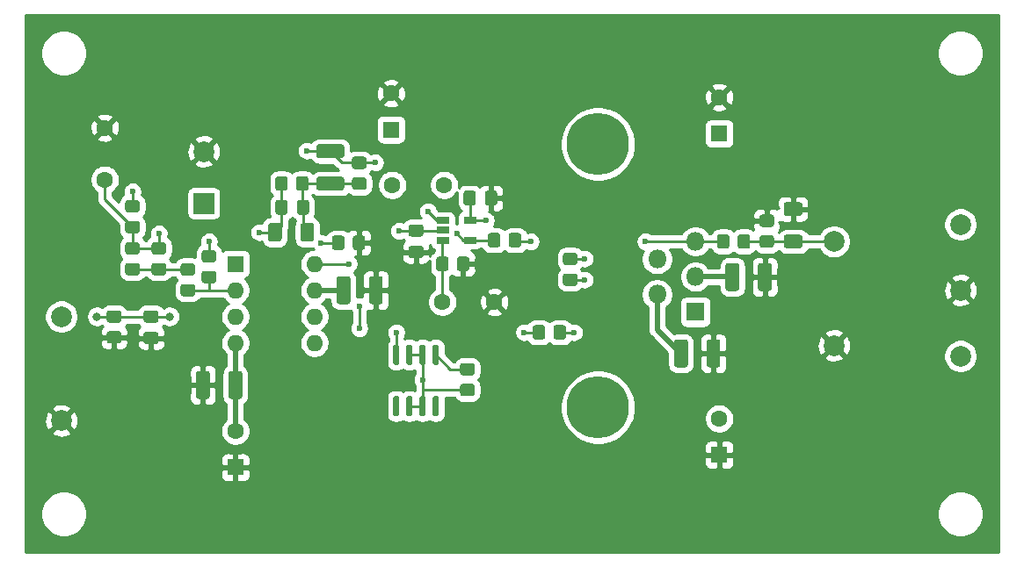
<source format=gbr>
G04 #@! TF.GenerationSoftware,KiCad,Pcbnew,(5.1.9-0-10_14)*
G04 #@! TF.CreationDate,2021-02-21T16:21:15+01:00*
G04 #@! TF.ProjectId,lt1115-phono-mm-mc,6c743131-3135-42d7-9068-6f6e6f2d6d6d,rev?*
G04 #@! TF.SameCoordinates,Original*
G04 #@! TF.FileFunction,Copper,L1,Top*
G04 #@! TF.FilePolarity,Positive*
%FSLAX46Y46*%
G04 Gerber Fmt 4.6, Leading zero omitted, Abs format (unit mm)*
G04 Created by KiCad (PCBNEW (5.1.9-0-10_14)) date 2021-02-21 16:21:15*
%MOMM*%
%LPD*%
G01*
G04 APERTURE LIST*
G04 #@! TA.AperFunction,SMDPad,CuDef*
%ADD10R,1.220000X0.650000*%
G04 #@! TD*
G04 #@! TA.AperFunction,ComponentPad*
%ADD11O,1.800000X1.800000*%
G04 #@! TD*
G04 #@! TA.AperFunction,ComponentPad*
%ADD12R,1.800000X1.800000*%
G04 #@! TD*
G04 #@! TA.AperFunction,ComponentPad*
%ADD13O,1.600000X1.600000*%
G04 #@! TD*
G04 #@! TA.AperFunction,ComponentPad*
%ADD14R,1.600000X1.600000*%
G04 #@! TD*
G04 #@! TA.AperFunction,ComponentPad*
%ADD15C,2.000000*%
G04 #@! TD*
G04 #@! TA.AperFunction,ComponentPad*
%ADD16C,6.000000*%
G04 #@! TD*
G04 #@! TA.AperFunction,ComponentPad*
%ADD17C,1.600000*%
G04 #@! TD*
G04 #@! TA.AperFunction,ComponentPad*
%ADD18R,2.000000X2.000000*%
G04 #@! TD*
G04 #@! TA.AperFunction,ViaPad*
%ADD19C,0.800000*%
G04 #@! TD*
G04 #@! TA.AperFunction,ViaPad*
%ADD20C,0.600000*%
G04 #@! TD*
G04 #@! TA.AperFunction,Conductor*
%ADD21C,0.250000*%
G04 #@! TD*
G04 #@! TA.AperFunction,Conductor*
%ADD22C,0.500000*%
G04 #@! TD*
G04 #@! TA.AperFunction,Conductor*
%ADD23C,0.254000*%
G04 #@! TD*
G04 #@! TA.AperFunction,Conductor*
%ADD24C,0.100000*%
G04 #@! TD*
G04 APERTURE END LIST*
D10*
X124206000Y-110114000D03*
X124206000Y-112014000D03*
X121586000Y-112014000D03*
X121586000Y-111064000D03*
X121586000Y-110114000D03*
D11*
X145923000Y-112135500D03*
X142223000Y-113835500D03*
X145923000Y-115535500D03*
X142223000Y-117235500D03*
D12*
X145923000Y-118935500D03*
G04 #@! TA.AperFunction,SMDPad,CuDef*
G36*
G01*
X120754000Y-127041000D02*
X121054000Y-127041000D01*
G75*
G02*
X121204000Y-127191000I0J-150000D01*
G01*
X121204000Y-128841000D01*
G75*
G02*
X121054000Y-128991000I-150000J0D01*
G01*
X120754000Y-128991000D01*
G75*
G02*
X120604000Y-128841000I0J150000D01*
G01*
X120604000Y-127191000D01*
G75*
G02*
X120754000Y-127041000I150000J0D01*
G01*
G37*
G04 #@! TD.AperFunction*
G04 #@! TA.AperFunction,SMDPad,CuDef*
G36*
G01*
X119484000Y-127041000D02*
X119784000Y-127041000D01*
G75*
G02*
X119934000Y-127191000I0J-150000D01*
G01*
X119934000Y-128841000D01*
G75*
G02*
X119784000Y-128991000I-150000J0D01*
G01*
X119484000Y-128991000D01*
G75*
G02*
X119334000Y-128841000I0J150000D01*
G01*
X119334000Y-127191000D01*
G75*
G02*
X119484000Y-127041000I150000J0D01*
G01*
G37*
G04 #@! TD.AperFunction*
G04 #@! TA.AperFunction,SMDPad,CuDef*
G36*
G01*
X118214000Y-127041000D02*
X118514000Y-127041000D01*
G75*
G02*
X118664000Y-127191000I0J-150000D01*
G01*
X118664000Y-128841000D01*
G75*
G02*
X118514000Y-128991000I-150000J0D01*
G01*
X118214000Y-128991000D01*
G75*
G02*
X118064000Y-128841000I0J150000D01*
G01*
X118064000Y-127191000D01*
G75*
G02*
X118214000Y-127041000I150000J0D01*
G01*
G37*
G04 #@! TD.AperFunction*
G04 #@! TA.AperFunction,SMDPad,CuDef*
G36*
G01*
X116944000Y-127041000D02*
X117244000Y-127041000D01*
G75*
G02*
X117394000Y-127191000I0J-150000D01*
G01*
X117394000Y-128841000D01*
G75*
G02*
X117244000Y-128991000I-150000J0D01*
G01*
X116944000Y-128991000D01*
G75*
G02*
X116794000Y-128841000I0J150000D01*
G01*
X116794000Y-127191000D01*
G75*
G02*
X116944000Y-127041000I150000J0D01*
G01*
G37*
G04 #@! TD.AperFunction*
G04 #@! TA.AperFunction,SMDPad,CuDef*
G36*
G01*
X116944000Y-122091000D02*
X117244000Y-122091000D01*
G75*
G02*
X117394000Y-122241000I0J-150000D01*
G01*
X117394000Y-123891000D01*
G75*
G02*
X117244000Y-124041000I-150000J0D01*
G01*
X116944000Y-124041000D01*
G75*
G02*
X116794000Y-123891000I0J150000D01*
G01*
X116794000Y-122241000D01*
G75*
G02*
X116944000Y-122091000I150000J0D01*
G01*
G37*
G04 #@! TD.AperFunction*
G04 #@! TA.AperFunction,SMDPad,CuDef*
G36*
G01*
X118214000Y-122091000D02*
X118514000Y-122091000D01*
G75*
G02*
X118664000Y-122241000I0J-150000D01*
G01*
X118664000Y-123891000D01*
G75*
G02*
X118514000Y-124041000I-150000J0D01*
G01*
X118214000Y-124041000D01*
G75*
G02*
X118064000Y-123891000I0J150000D01*
G01*
X118064000Y-122241000D01*
G75*
G02*
X118214000Y-122091000I150000J0D01*
G01*
G37*
G04 #@! TD.AperFunction*
G04 #@! TA.AperFunction,SMDPad,CuDef*
G36*
G01*
X119484000Y-122091000D02*
X119784000Y-122091000D01*
G75*
G02*
X119934000Y-122241000I0J-150000D01*
G01*
X119934000Y-123891000D01*
G75*
G02*
X119784000Y-124041000I-150000J0D01*
G01*
X119484000Y-124041000D01*
G75*
G02*
X119334000Y-123891000I0J150000D01*
G01*
X119334000Y-122241000D01*
G75*
G02*
X119484000Y-122091000I150000J0D01*
G01*
G37*
G04 #@! TD.AperFunction*
G04 #@! TA.AperFunction,SMDPad,CuDef*
G36*
G01*
X120754000Y-122091000D02*
X121054000Y-122091000D01*
G75*
G02*
X121204000Y-122241000I0J-150000D01*
G01*
X121204000Y-123891000D01*
G75*
G02*
X121054000Y-124041000I-150000J0D01*
G01*
X120754000Y-124041000D01*
G75*
G02*
X120604000Y-123891000I0J150000D01*
G01*
X120604000Y-122241000D01*
G75*
G02*
X120754000Y-122091000I150000J0D01*
G01*
G37*
G04 #@! TD.AperFunction*
D13*
X109220000Y-114300000D03*
X101600000Y-121920000D03*
X109220000Y-116840000D03*
X101600000Y-119380000D03*
X109220000Y-119380000D03*
X101600000Y-116840000D03*
X109220000Y-121920000D03*
D14*
X101600000Y-114300000D03*
G04 #@! TA.AperFunction,SMDPad,CuDef*
G36*
G01*
X127924000Y-112464001D02*
X127924000Y-111563999D01*
G75*
G02*
X128173999Y-111314000I249999J0D01*
G01*
X128874001Y-111314000D01*
G75*
G02*
X129124000Y-111563999I0J-249999D01*
G01*
X129124000Y-112464001D01*
G75*
G02*
X128874001Y-112714000I-249999J0D01*
G01*
X128173999Y-112714000D01*
G75*
G02*
X127924000Y-112464001I0J249999D01*
G01*
G37*
G04 #@! TD.AperFunction*
G04 #@! TA.AperFunction,SMDPad,CuDef*
G36*
G01*
X125924000Y-112464001D02*
X125924000Y-111563999D01*
G75*
G02*
X126173999Y-111314000I249999J0D01*
G01*
X126874001Y-111314000D01*
G75*
G02*
X127124000Y-111563999I0J-249999D01*
G01*
X127124000Y-112464001D01*
G75*
G02*
X126874001Y-112714000I-249999J0D01*
G01*
X126173999Y-112714000D01*
G75*
G02*
X125924000Y-112464001I0J249999D01*
G01*
G37*
G04 #@! TD.AperFunction*
G04 #@! TA.AperFunction,SMDPad,CuDef*
G36*
G01*
X122939000Y-114750001D02*
X122939000Y-113849999D01*
G75*
G02*
X123188999Y-113600000I249999J0D01*
G01*
X123889001Y-113600000D01*
G75*
G02*
X124139000Y-113849999I0J-249999D01*
G01*
X124139000Y-114750001D01*
G75*
G02*
X123889001Y-115000000I-249999J0D01*
G01*
X123188999Y-115000000D01*
G75*
G02*
X122939000Y-114750001I0J249999D01*
G01*
G37*
G04 #@! TD.AperFunction*
G04 #@! TA.AperFunction,SMDPad,CuDef*
G36*
G01*
X120939000Y-114750001D02*
X120939000Y-113849999D01*
G75*
G02*
X121188999Y-113600000I249999J0D01*
G01*
X121889001Y-113600000D01*
G75*
G02*
X122139000Y-113849999I0J-249999D01*
G01*
X122139000Y-114750001D01*
G75*
G02*
X121889001Y-115000000I-249999J0D01*
G01*
X121188999Y-115000000D01*
G75*
G02*
X120939000Y-114750001I0J249999D01*
G01*
G37*
G04 #@! TD.AperFunction*
G04 #@! TA.AperFunction,SMDPad,CuDef*
G36*
G01*
X153231001Y-110741000D02*
X152330999Y-110741000D01*
G75*
G02*
X152081000Y-110491001I0J249999D01*
G01*
X152081000Y-109790999D01*
G75*
G02*
X152330999Y-109541000I249999J0D01*
G01*
X153231001Y-109541000D01*
G75*
G02*
X153481000Y-109790999I0J-249999D01*
G01*
X153481000Y-110491001D01*
G75*
G02*
X153231001Y-110741000I-249999J0D01*
G01*
G37*
G04 #@! TD.AperFunction*
G04 #@! TA.AperFunction,SMDPad,CuDef*
G36*
G01*
X153231001Y-112741000D02*
X152330999Y-112741000D01*
G75*
G02*
X152081000Y-112491001I0J249999D01*
G01*
X152081000Y-111790999D01*
G75*
G02*
X152330999Y-111541000I249999J0D01*
G01*
X153231001Y-111541000D01*
G75*
G02*
X153481000Y-111790999I0J-249999D01*
G01*
X153481000Y-112491001D01*
G75*
G02*
X153231001Y-112741000I-249999J0D01*
G01*
G37*
G04 #@! TD.AperFunction*
G04 #@! TA.AperFunction,SMDPad,CuDef*
G36*
G01*
X149190000Y-111690999D02*
X149190000Y-112591001D01*
G75*
G02*
X148940001Y-112841000I-249999J0D01*
G01*
X148239999Y-112841000D01*
G75*
G02*
X147990000Y-112591001I0J249999D01*
G01*
X147990000Y-111690999D01*
G75*
G02*
X148239999Y-111441000I249999J0D01*
G01*
X148940001Y-111441000D01*
G75*
G02*
X149190000Y-111690999I0J-249999D01*
G01*
G37*
G04 #@! TD.AperFunction*
G04 #@! TA.AperFunction,SMDPad,CuDef*
G36*
G01*
X151190000Y-111690999D02*
X151190000Y-112591001D01*
G75*
G02*
X150940001Y-112841000I-249999J0D01*
G01*
X150239999Y-112841000D01*
G75*
G02*
X149990000Y-112591001I0J249999D01*
G01*
X149990000Y-111690999D01*
G75*
G02*
X150239999Y-111441000I249999J0D01*
G01*
X150940001Y-111441000D01*
G75*
G02*
X151190000Y-111690999I0J-249999D01*
G01*
G37*
G04 #@! TD.AperFunction*
G04 #@! TA.AperFunction,SMDPad,CuDef*
G36*
G01*
X134308001Y-114424000D02*
X133407999Y-114424000D01*
G75*
G02*
X133158000Y-114174001I0J249999D01*
G01*
X133158000Y-113473999D01*
G75*
G02*
X133407999Y-113224000I249999J0D01*
G01*
X134308001Y-113224000D01*
G75*
G02*
X134558000Y-113473999I0J-249999D01*
G01*
X134558000Y-114174001D01*
G75*
G02*
X134308001Y-114424000I-249999J0D01*
G01*
G37*
G04 #@! TD.AperFunction*
G04 #@! TA.AperFunction,SMDPad,CuDef*
G36*
G01*
X134308001Y-116424000D02*
X133407999Y-116424000D01*
G75*
G02*
X133158000Y-116174001I0J249999D01*
G01*
X133158000Y-115473999D01*
G75*
G02*
X133407999Y-115224000I249999J0D01*
G01*
X134308001Y-115224000D01*
G75*
G02*
X134558000Y-115473999I0J-249999D01*
G01*
X134558000Y-116174001D01*
G75*
G02*
X134308001Y-116424000I-249999J0D01*
G01*
G37*
G04 #@! TD.AperFunction*
G04 #@! TA.AperFunction,SMDPad,CuDef*
G36*
G01*
X131442000Y-120453999D02*
X131442000Y-121354001D01*
G75*
G02*
X131192001Y-121604000I-249999J0D01*
G01*
X130491999Y-121604000D01*
G75*
G02*
X130242000Y-121354001I0J249999D01*
G01*
X130242000Y-120453999D01*
G75*
G02*
X130491999Y-120204000I249999J0D01*
G01*
X131192001Y-120204000D01*
G75*
G02*
X131442000Y-120453999I0J-249999D01*
G01*
G37*
G04 #@! TD.AperFunction*
G04 #@! TA.AperFunction,SMDPad,CuDef*
G36*
G01*
X133442000Y-120453999D02*
X133442000Y-121354001D01*
G75*
G02*
X133192001Y-121604000I-249999J0D01*
G01*
X132491999Y-121604000D01*
G75*
G02*
X132242000Y-121354001I0J249999D01*
G01*
X132242000Y-120453999D01*
G75*
G02*
X132491999Y-120204000I249999J0D01*
G01*
X133192001Y-120204000D01*
G75*
G02*
X133442000Y-120453999I0J-249999D01*
G01*
G37*
G04 #@! TD.AperFunction*
G04 #@! TA.AperFunction,SMDPad,CuDef*
G36*
G01*
X113087999Y-105953000D02*
X113988001Y-105953000D01*
G75*
G02*
X114238000Y-106202999I0J-249999D01*
G01*
X114238000Y-106903001D01*
G75*
G02*
X113988001Y-107153000I-249999J0D01*
G01*
X113087999Y-107153000D01*
G75*
G02*
X112838000Y-106903001I0J249999D01*
G01*
X112838000Y-106202999D01*
G75*
G02*
X113087999Y-105953000I249999J0D01*
G01*
G37*
G04 #@! TD.AperFunction*
G04 #@! TA.AperFunction,SMDPad,CuDef*
G36*
G01*
X113087999Y-103953000D02*
X113988001Y-103953000D01*
G75*
G02*
X114238000Y-104202999I0J-249999D01*
G01*
X114238000Y-104903001D01*
G75*
G02*
X113988001Y-105153000I-249999J0D01*
G01*
X113087999Y-105153000D01*
G75*
G02*
X112838000Y-104903001I0J249999D01*
G01*
X112838000Y-104202999D01*
G75*
G02*
X113087999Y-103953000I249999J0D01*
G01*
G37*
G04 #@! TD.AperFunction*
G04 #@! TA.AperFunction,SMDPad,CuDef*
G36*
G01*
X123501999Y-125860000D02*
X124402001Y-125860000D01*
G75*
G02*
X124652000Y-126109999I0J-249999D01*
G01*
X124652000Y-126810001D01*
G75*
G02*
X124402001Y-127060000I-249999J0D01*
G01*
X123501999Y-127060000D01*
G75*
G02*
X123252000Y-126810001I0J249999D01*
G01*
X123252000Y-126109999D01*
G75*
G02*
X123501999Y-125860000I249999J0D01*
G01*
G37*
G04 #@! TD.AperFunction*
G04 #@! TA.AperFunction,SMDPad,CuDef*
G36*
G01*
X123501999Y-123860000D02*
X124402001Y-123860000D01*
G75*
G02*
X124652000Y-124109999I0J-249999D01*
G01*
X124652000Y-124810001D01*
G75*
G02*
X124402001Y-125060000I-249999J0D01*
G01*
X123501999Y-125060000D01*
G75*
G02*
X123252000Y-124810001I0J249999D01*
G01*
X123252000Y-124109999D01*
G75*
G02*
X123501999Y-123860000I249999J0D01*
G01*
G37*
G04 #@! TD.AperFunction*
G04 #@! TA.AperFunction,SMDPad,CuDef*
G36*
G01*
X91243999Y-110144000D02*
X92144001Y-110144000D01*
G75*
G02*
X92394000Y-110393999I0J-249999D01*
G01*
X92394000Y-111094001D01*
G75*
G02*
X92144001Y-111344000I-249999J0D01*
G01*
X91243999Y-111344000D01*
G75*
G02*
X90994000Y-111094001I0J249999D01*
G01*
X90994000Y-110393999D01*
G75*
G02*
X91243999Y-110144000I249999J0D01*
G01*
G37*
G04 #@! TD.AperFunction*
G04 #@! TA.AperFunction,SMDPad,CuDef*
G36*
G01*
X91243999Y-108144000D02*
X92144001Y-108144000D01*
G75*
G02*
X92394000Y-108393999I0J-249999D01*
G01*
X92394000Y-109094001D01*
G75*
G02*
X92144001Y-109344000I-249999J0D01*
G01*
X91243999Y-109344000D01*
G75*
G02*
X90994000Y-109094001I0J249999D01*
G01*
X90994000Y-108393999D01*
G75*
G02*
X91243999Y-108144000I249999J0D01*
G01*
G37*
G04 #@! TD.AperFunction*
G04 #@! TA.AperFunction,SMDPad,CuDef*
G36*
G01*
X106645000Y-106102999D02*
X106645000Y-107003001D01*
G75*
G02*
X106395001Y-107253000I-249999J0D01*
G01*
X105694999Y-107253000D01*
G75*
G02*
X105445000Y-107003001I0J249999D01*
G01*
X105445000Y-106102999D01*
G75*
G02*
X105694999Y-105853000I249999J0D01*
G01*
X106395001Y-105853000D01*
G75*
G02*
X106645000Y-106102999I0J-249999D01*
G01*
G37*
G04 #@! TD.AperFunction*
G04 #@! TA.AperFunction,SMDPad,CuDef*
G36*
G01*
X108645000Y-106102999D02*
X108645000Y-107003001D01*
G75*
G02*
X108395001Y-107253000I-249999J0D01*
G01*
X107694999Y-107253000D01*
G75*
G02*
X107445000Y-107003001I0J249999D01*
G01*
X107445000Y-106102999D01*
G75*
G02*
X107694999Y-105853000I249999J0D01*
G01*
X108395001Y-105853000D01*
G75*
G02*
X108645000Y-106102999I0J-249999D01*
G01*
G37*
G04 #@! TD.AperFunction*
G04 #@! TA.AperFunction,SMDPad,CuDef*
G36*
G01*
X112106000Y-111817999D02*
X112106000Y-112718001D01*
G75*
G02*
X111856001Y-112968000I-249999J0D01*
G01*
X111155999Y-112968000D01*
G75*
G02*
X110906000Y-112718001I0J249999D01*
G01*
X110906000Y-111817999D01*
G75*
G02*
X111155999Y-111568000I249999J0D01*
G01*
X111856001Y-111568000D01*
G75*
G02*
X112106000Y-111817999I0J-249999D01*
G01*
G37*
G04 #@! TD.AperFunction*
G04 #@! TA.AperFunction,SMDPad,CuDef*
G36*
G01*
X114106000Y-111817999D02*
X114106000Y-112718001D01*
G75*
G02*
X113856001Y-112968000I-249999J0D01*
G01*
X113155999Y-112968000D01*
G75*
G02*
X112906000Y-112718001I0J249999D01*
G01*
X112906000Y-111817999D01*
G75*
G02*
X113155999Y-111568000I249999J0D01*
G01*
X113856001Y-111568000D01*
G75*
G02*
X114106000Y-111817999I0J-249999D01*
G01*
G37*
G04 #@! TD.AperFunction*
G04 #@! TA.AperFunction,SMDPad,CuDef*
G36*
G01*
X98609999Y-114970000D02*
X99510001Y-114970000D01*
G75*
G02*
X99760000Y-115219999I0J-249999D01*
G01*
X99760000Y-115920001D01*
G75*
G02*
X99510001Y-116170000I-249999J0D01*
G01*
X98609999Y-116170000D01*
G75*
G02*
X98360000Y-115920001I0J249999D01*
G01*
X98360000Y-115219999D01*
G75*
G02*
X98609999Y-114970000I249999J0D01*
G01*
G37*
G04 #@! TD.AperFunction*
G04 #@! TA.AperFunction,SMDPad,CuDef*
G36*
G01*
X98609999Y-112970000D02*
X99510001Y-112970000D01*
G75*
G02*
X99760000Y-113219999I0J-249999D01*
G01*
X99760000Y-113920001D01*
G75*
G02*
X99510001Y-114170000I-249999J0D01*
G01*
X98609999Y-114170000D01*
G75*
G02*
X98360000Y-113920001I0J249999D01*
G01*
X98360000Y-113219999D01*
G75*
G02*
X98609999Y-112970000I249999J0D01*
G01*
G37*
G04 #@! TD.AperFunction*
G04 #@! TA.AperFunction,SMDPad,CuDef*
G36*
G01*
X92144001Y-113408000D02*
X91243999Y-113408000D01*
G75*
G02*
X90994000Y-113158001I0J249999D01*
G01*
X90994000Y-112457999D01*
G75*
G02*
X91243999Y-112208000I249999J0D01*
G01*
X92144001Y-112208000D01*
G75*
G02*
X92394000Y-112457999I0J-249999D01*
G01*
X92394000Y-113158001D01*
G75*
G02*
X92144001Y-113408000I-249999J0D01*
G01*
G37*
G04 #@! TD.AperFunction*
G04 #@! TA.AperFunction,SMDPad,CuDef*
G36*
G01*
X92144001Y-115408000D02*
X91243999Y-115408000D01*
G75*
G02*
X90994000Y-115158001I0J249999D01*
G01*
X90994000Y-114457999D01*
G75*
G02*
X91243999Y-114208000I249999J0D01*
G01*
X92144001Y-114208000D01*
G75*
G02*
X92394000Y-114457999I0J-249999D01*
G01*
X92394000Y-115158001D01*
G75*
G02*
X92144001Y-115408000I-249999J0D01*
G01*
G37*
G04 #@! TD.AperFunction*
G04 #@! TA.AperFunction,SMDPad,CuDef*
G36*
G01*
X94684001Y-113408000D02*
X93783999Y-113408000D01*
G75*
G02*
X93534000Y-113158001I0J249999D01*
G01*
X93534000Y-112457999D01*
G75*
G02*
X93783999Y-112208000I249999J0D01*
G01*
X94684001Y-112208000D01*
G75*
G02*
X94934000Y-112457999I0J-249999D01*
G01*
X94934000Y-113158001D01*
G75*
G02*
X94684001Y-113408000I-249999J0D01*
G01*
G37*
G04 #@! TD.AperFunction*
G04 #@! TA.AperFunction,SMDPad,CuDef*
G36*
G01*
X94684001Y-115408000D02*
X93783999Y-115408000D01*
G75*
G02*
X93534000Y-115158001I0J249999D01*
G01*
X93534000Y-114457999D01*
G75*
G02*
X93783999Y-114208000I249999J0D01*
G01*
X94684001Y-114208000D01*
G75*
G02*
X94934000Y-114457999I0J-249999D01*
G01*
X94934000Y-115158001D01*
G75*
G02*
X94684001Y-115408000I-249999J0D01*
G01*
G37*
G04 #@! TD.AperFunction*
G04 #@! TA.AperFunction,SMDPad,CuDef*
G36*
G01*
X97478001Y-115440000D02*
X96577999Y-115440000D01*
G75*
G02*
X96328000Y-115190001I0J249999D01*
G01*
X96328000Y-114489999D01*
G75*
G02*
X96577999Y-114240000I249999J0D01*
G01*
X97478001Y-114240000D01*
G75*
G02*
X97728000Y-114489999I0J-249999D01*
G01*
X97728000Y-115190001D01*
G75*
G02*
X97478001Y-115440000I-249999J0D01*
G01*
G37*
G04 #@! TD.AperFunction*
G04 #@! TA.AperFunction,SMDPad,CuDef*
G36*
G01*
X97478001Y-117440000D02*
X96577999Y-117440000D01*
G75*
G02*
X96328000Y-117190001I0J249999D01*
G01*
X96328000Y-116489999D01*
G75*
G02*
X96577999Y-116240000I249999J0D01*
G01*
X97478001Y-116240000D01*
G75*
G02*
X97728000Y-116489999I0J-249999D01*
G01*
X97728000Y-117190001D01*
G75*
G02*
X97478001Y-117440000I-249999J0D01*
G01*
G37*
G04 #@! TD.AperFunction*
G04 #@! TA.AperFunction,SMDPad,CuDef*
G36*
G01*
X89465999Y-120780000D02*
X90366001Y-120780000D01*
G75*
G02*
X90616000Y-121029999I0J-249999D01*
G01*
X90616000Y-121730001D01*
G75*
G02*
X90366001Y-121980000I-249999J0D01*
G01*
X89465999Y-121980000D01*
G75*
G02*
X89216000Y-121730001I0J249999D01*
G01*
X89216000Y-121029999D01*
G75*
G02*
X89465999Y-120780000I249999J0D01*
G01*
G37*
G04 #@! TD.AperFunction*
G04 #@! TA.AperFunction,SMDPad,CuDef*
G36*
G01*
X89465999Y-118780000D02*
X90366001Y-118780000D01*
G75*
G02*
X90616000Y-119029999I0J-249999D01*
G01*
X90616000Y-119730001D01*
G75*
G02*
X90366001Y-119980000I-249999J0D01*
G01*
X89465999Y-119980000D01*
G75*
G02*
X89216000Y-119730001I0J249999D01*
G01*
X89216000Y-119029999D01*
G75*
G02*
X89465999Y-118780000I249999J0D01*
G01*
G37*
G04 #@! TD.AperFunction*
D15*
X159258000Y-122174000D03*
X159258000Y-112141000D03*
X171450000Y-123190000D03*
X171450000Y-116840000D03*
X171450000Y-110490000D03*
X84836000Y-129413000D03*
X84836000Y-119380000D03*
D16*
X136525000Y-128143000D03*
X136525000Y-102743000D03*
D17*
X121539000Y-117983000D03*
X126539000Y-117983000D03*
G04 #@! TA.AperFunction,SMDPad,CuDef*
G36*
G01*
X119474000Y-111669500D02*
X118524000Y-111669500D01*
G75*
G02*
X118274000Y-111419500I0J250000D01*
G01*
X118274000Y-110744500D01*
G75*
G02*
X118524000Y-110494500I250000J0D01*
G01*
X119474000Y-110494500D01*
G75*
G02*
X119724000Y-110744500I0J-250000D01*
G01*
X119724000Y-111419500D01*
G75*
G02*
X119474000Y-111669500I-250000J0D01*
G01*
G37*
G04 #@! TD.AperFunction*
G04 #@! TA.AperFunction,SMDPad,CuDef*
G36*
G01*
X119474000Y-113744500D02*
X118524000Y-113744500D01*
G75*
G02*
X118274000Y-113494500I0J250000D01*
G01*
X118274000Y-112819500D01*
G75*
G02*
X118524000Y-112569500I250000J0D01*
G01*
X119474000Y-112569500D01*
G75*
G02*
X119724000Y-112819500I0J-250000D01*
G01*
X119724000Y-113494500D01*
G75*
G02*
X119474000Y-113744500I-250000J0D01*
G01*
G37*
G04 #@! TD.AperFunction*
G04 #@! TA.AperFunction,SMDPad,CuDef*
G36*
G01*
X125650500Y-108425000D02*
X125650500Y-107475000D01*
G75*
G02*
X125900500Y-107225000I250000J0D01*
G01*
X126575500Y-107225000D01*
G75*
G02*
X126825500Y-107475000I0J-250000D01*
G01*
X126825500Y-108425000D01*
G75*
G02*
X126575500Y-108675000I-250000J0D01*
G01*
X125900500Y-108675000D01*
G75*
G02*
X125650500Y-108425000I0J250000D01*
G01*
G37*
G04 #@! TD.AperFunction*
G04 #@! TA.AperFunction,SMDPad,CuDef*
G36*
G01*
X123575500Y-108425000D02*
X123575500Y-107475000D01*
G75*
G02*
X123825500Y-107225000I250000J0D01*
G01*
X124500500Y-107225000D01*
G75*
G02*
X124750500Y-107475000I0J-250000D01*
G01*
X124750500Y-108425000D01*
G75*
G02*
X124500500Y-108675000I-250000J0D01*
G01*
X123825500Y-108675000D01*
G75*
G02*
X123575500Y-108425000I0J250000D01*
G01*
G37*
G04 #@! TD.AperFunction*
X121713000Y-106680000D03*
X116713000Y-106680000D03*
G04 #@! TA.AperFunction,SMDPad,CuDef*
G36*
G01*
X155971002Y-109678500D02*
X154670998Y-109678500D01*
G75*
G02*
X154421000Y-109428502I0J249998D01*
G01*
X154421000Y-108603498D01*
G75*
G02*
X154670998Y-108353500I249998J0D01*
G01*
X155971002Y-108353500D01*
G75*
G02*
X156221000Y-108603498I0J-249998D01*
G01*
X156221000Y-109428502D01*
G75*
G02*
X155971002Y-109678500I-249998J0D01*
G01*
G37*
G04 #@! TD.AperFunction*
G04 #@! TA.AperFunction,SMDPad,CuDef*
G36*
G01*
X155971002Y-112803500D02*
X154670998Y-112803500D01*
G75*
G02*
X154421000Y-112553502I0J249998D01*
G01*
X154421000Y-111728498D01*
G75*
G02*
X154670998Y-111478500I249998J0D01*
G01*
X155971002Y-111478500D01*
G75*
G02*
X156221000Y-111728498I0J-249998D01*
G01*
X156221000Y-112553502D01*
G75*
G02*
X155971002Y-112803500I-249998J0D01*
G01*
G37*
G04 #@! TD.AperFunction*
X148209000Y-129215000D03*
D14*
X148209000Y-132715000D03*
G04 #@! TA.AperFunction,SMDPad,CuDef*
G36*
G01*
X150141500Y-114469998D02*
X150141500Y-116670002D01*
G75*
G02*
X149891502Y-116920000I-249998J0D01*
G01*
X149066498Y-116920000D01*
G75*
G02*
X148816500Y-116670002I0J249998D01*
G01*
X148816500Y-114469998D01*
G75*
G02*
X149066498Y-114220000I249998J0D01*
G01*
X149891502Y-114220000D01*
G75*
G02*
X150141500Y-114469998I0J-249998D01*
G01*
G37*
G04 #@! TD.AperFunction*
G04 #@! TA.AperFunction,SMDPad,CuDef*
G36*
G01*
X153266500Y-114469998D02*
X153266500Y-116670002D01*
G75*
G02*
X153016502Y-116920000I-249998J0D01*
G01*
X152191498Y-116920000D01*
G75*
G02*
X151941500Y-116670002I0J249998D01*
G01*
X151941500Y-114469998D01*
G75*
G02*
X152191498Y-114220000I249998J0D01*
G01*
X153016502Y-114220000D01*
G75*
G02*
X153266500Y-114469998I0J-249998D01*
G01*
G37*
G04 #@! TD.AperFunction*
G04 #@! TA.AperFunction,SMDPad,CuDef*
G36*
G01*
X146988500Y-124036002D02*
X146988500Y-121835998D01*
G75*
G02*
X147238498Y-121586000I249998J0D01*
G01*
X148063502Y-121586000D01*
G75*
G02*
X148313500Y-121835998I0J-249998D01*
G01*
X148313500Y-124036002D01*
G75*
G02*
X148063502Y-124286000I-249998J0D01*
G01*
X147238498Y-124286000D01*
G75*
G02*
X146988500Y-124036002I0J249998D01*
G01*
G37*
G04 #@! TD.AperFunction*
G04 #@! TA.AperFunction,SMDPad,CuDef*
G36*
G01*
X143863500Y-124036002D02*
X143863500Y-121835998D01*
G75*
G02*
X144113498Y-121586000I249998J0D01*
G01*
X144938502Y-121586000D01*
G75*
G02*
X145188500Y-121835998I0J-249998D01*
G01*
X145188500Y-124036002D01*
G75*
G02*
X144938502Y-124286000I-249998J0D01*
G01*
X144113498Y-124286000D01*
G75*
G02*
X143863500Y-124036002I0J249998D01*
G01*
G37*
G04 #@! TD.AperFunction*
D17*
X148209000Y-98227000D03*
D14*
X148209000Y-101727000D03*
G04 #@! TA.AperFunction,SMDPad,CuDef*
G36*
G01*
X109643998Y-105890500D02*
X111844002Y-105890500D01*
G75*
G02*
X112094000Y-106140498I0J-249998D01*
G01*
X112094000Y-106965502D01*
G75*
G02*
X111844002Y-107215500I-249998J0D01*
G01*
X109643998Y-107215500D01*
G75*
G02*
X109394000Y-106965502I0J249998D01*
G01*
X109394000Y-106140498D01*
G75*
G02*
X109643998Y-105890500I249998J0D01*
G01*
G37*
G04 #@! TD.AperFunction*
G04 #@! TA.AperFunction,SMDPad,CuDef*
G36*
G01*
X109643998Y-102765500D02*
X111844002Y-102765500D01*
G75*
G02*
X112094000Y-103015498I0J-249998D01*
G01*
X112094000Y-103840502D01*
G75*
G02*
X111844002Y-104090500I-249998J0D01*
G01*
X109643998Y-104090500D01*
G75*
G02*
X109394000Y-103840502I0J249998D01*
G01*
X109394000Y-103015498D01*
G75*
G02*
X109643998Y-102765500I249998J0D01*
G01*
G37*
G04 #@! TD.AperFunction*
G04 #@! TA.AperFunction,SMDPad,CuDef*
G36*
G01*
X106072500Y-110601998D02*
X106072500Y-111902002D01*
G75*
G02*
X105822502Y-112152000I-249998J0D01*
G01*
X104997498Y-112152000D01*
G75*
G02*
X104747500Y-111902002I0J249998D01*
G01*
X104747500Y-110601998D01*
G75*
G02*
X104997498Y-110352000I249998J0D01*
G01*
X105822502Y-110352000D01*
G75*
G02*
X106072500Y-110601998I0J-249998D01*
G01*
G37*
G04 #@! TD.AperFunction*
G04 #@! TA.AperFunction,SMDPad,CuDef*
G36*
G01*
X109197500Y-110601998D02*
X109197500Y-111902002D01*
G75*
G02*
X108947502Y-112152000I-249998J0D01*
G01*
X108122498Y-112152000D01*
G75*
G02*
X107872500Y-111902002I0J249998D01*
G01*
X107872500Y-110601998D01*
G75*
G02*
X108122498Y-110352000I249998J0D01*
G01*
X108947502Y-110352000D01*
G75*
G02*
X109197500Y-110601998I0J-249998D01*
G01*
G37*
G04 #@! TD.AperFunction*
G04 #@! TA.AperFunction,SMDPad,CuDef*
G36*
G01*
X106632500Y-108364000D02*
X106632500Y-109314000D01*
G75*
G02*
X106382500Y-109564000I-250000J0D01*
G01*
X105707500Y-109564000D01*
G75*
G02*
X105457500Y-109314000I0J250000D01*
G01*
X105457500Y-108364000D01*
G75*
G02*
X105707500Y-108114000I250000J0D01*
G01*
X106382500Y-108114000D01*
G75*
G02*
X106632500Y-108364000I0J-250000D01*
G01*
G37*
G04 #@! TD.AperFunction*
G04 #@! TA.AperFunction,SMDPad,CuDef*
G36*
G01*
X108707500Y-108364000D02*
X108707500Y-109314000D01*
G75*
G02*
X108457500Y-109564000I-250000J0D01*
G01*
X107782500Y-109564000D01*
G75*
G02*
X107532500Y-109314000I0J250000D01*
G01*
X107532500Y-108364000D01*
G75*
G02*
X107782500Y-108114000I250000J0D01*
G01*
X108457500Y-108114000D01*
G75*
G02*
X108707500Y-108364000I0J-250000D01*
G01*
G37*
G04 #@! TD.AperFunction*
D17*
X101600000Y-130429000D03*
D14*
X101600000Y-133929000D03*
G04 #@! TA.AperFunction,SMDPad,CuDef*
G36*
G01*
X100937500Y-127084002D02*
X100937500Y-124883998D01*
G75*
G02*
X101187498Y-124634000I249998J0D01*
G01*
X102012502Y-124634000D01*
G75*
G02*
X102262500Y-124883998I0J-249998D01*
G01*
X102262500Y-127084002D01*
G75*
G02*
X102012502Y-127334000I-249998J0D01*
G01*
X101187498Y-127334000D01*
G75*
G02*
X100937500Y-127084002I0J249998D01*
G01*
G37*
G04 #@! TD.AperFunction*
G04 #@! TA.AperFunction,SMDPad,CuDef*
G36*
G01*
X97812500Y-127084002D02*
X97812500Y-124883998D01*
G75*
G02*
X98062498Y-124634000I249998J0D01*
G01*
X98887502Y-124634000D01*
G75*
G02*
X99137500Y-124883998I0J-249998D01*
G01*
X99137500Y-127084002D01*
G75*
G02*
X98887502Y-127334000I-249998J0D01*
G01*
X98062498Y-127334000D01*
G75*
G02*
X97812500Y-127084002I0J249998D01*
G01*
G37*
G04 #@! TD.AperFunction*
G04 #@! TA.AperFunction,SMDPad,CuDef*
G36*
G01*
X114476500Y-117940002D02*
X114476500Y-115739998D01*
G75*
G02*
X114726498Y-115490000I249998J0D01*
G01*
X115551502Y-115490000D01*
G75*
G02*
X115801500Y-115739998I0J-249998D01*
G01*
X115801500Y-117940002D01*
G75*
G02*
X115551502Y-118190000I-249998J0D01*
G01*
X114726498Y-118190000D01*
G75*
G02*
X114476500Y-117940002I0J249998D01*
G01*
G37*
G04 #@! TD.AperFunction*
G04 #@! TA.AperFunction,SMDPad,CuDef*
G36*
G01*
X111351500Y-117940002D02*
X111351500Y-115739998D01*
G75*
G02*
X111601498Y-115490000I249998J0D01*
G01*
X112426502Y-115490000D01*
G75*
G02*
X112676500Y-115739998I0J-249998D01*
G01*
X112676500Y-117940002D01*
G75*
G02*
X112426502Y-118190000I-249998J0D01*
G01*
X111601498Y-118190000D01*
G75*
G02*
X111351500Y-117940002I0J249998D01*
G01*
G37*
G04 #@! TD.AperFunction*
D17*
X116586000Y-97846000D03*
D14*
X116586000Y-101346000D03*
D15*
X98552000Y-103458000D03*
D18*
X98552000Y-108458000D03*
D17*
X89027000Y-106172000D03*
X89027000Y-101172000D03*
G04 #@! TA.AperFunction,SMDPad,CuDef*
G36*
G01*
X92997000Y-120867500D02*
X93947000Y-120867500D01*
G75*
G02*
X94197000Y-121117500I0J-250000D01*
G01*
X94197000Y-121792500D01*
G75*
G02*
X93947000Y-122042500I-250000J0D01*
G01*
X92997000Y-122042500D01*
G75*
G02*
X92747000Y-121792500I0J250000D01*
G01*
X92747000Y-121117500D01*
G75*
G02*
X92997000Y-120867500I250000J0D01*
G01*
G37*
G04 #@! TD.AperFunction*
G04 #@! TA.AperFunction,SMDPad,CuDef*
G36*
G01*
X92997000Y-118792500D02*
X93947000Y-118792500D01*
G75*
G02*
X94197000Y-119042500I0J-250000D01*
G01*
X94197000Y-119717500D01*
G75*
G02*
X93947000Y-119967500I-250000J0D01*
G01*
X92997000Y-119967500D01*
G75*
G02*
X92747000Y-119717500I0J250000D01*
G01*
X92747000Y-119042500D01*
G75*
G02*
X92997000Y-118792500I250000J0D01*
G01*
G37*
G04 #@! TD.AperFunction*
D19*
X88265000Y-119380000D03*
X95250000Y-119380000D03*
D20*
X94234000Y-111379000D03*
X125730000Y-110109000D03*
X135255000Y-115824000D03*
X117348000Y-111125000D03*
X113538000Y-118364000D03*
X113538000Y-120523000D03*
X119634000Y-125476000D03*
X99060000Y-112141000D03*
X103886000Y-111252000D03*
X130048000Y-112141000D03*
X91694000Y-107315000D03*
X141097000Y-112141000D03*
X115062000Y-104521000D03*
X108458000Y-103378000D03*
X122936000Y-111379000D03*
X120142000Y-109220000D03*
X112522000Y-114300000D03*
X109855000Y-112268000D03*
X117094000Y-120904000D03*
X129413000Y-120904000D03*
X134239000Y-120904000D03*
X135255000Y-113792000D03*
D21*
X88265000Y-119380000D02*
X89916000Y-119380000D01*
X89916000Y-119380000D02*
X93472000Y-119380000D01*
X93472000Y-119380000D02*
X95250000Y-119380000D01*
X94234000Y-112808000D02*
X94234000Y-111379000D01*
X94234000Y-112808000D02*
X91694000Y-112808000D01*
X91694000Y-112808000D02*
X91694000Y-110744000D01*
X89027000Y-108077000D02*
X89027000Y-106172000D01*
X91694000Y-110744000D02*
X89027000Y-108077000D01*
D22*
X109220000Y-116840000D02*
X112014000Y-116840000D01*
D21*
X125725000Y-110114000D02*
X125730000Y-110109000D01*
X124206000Y-110114000D02*
X125725000Y-110114000D01*
D22*
X144526000Y-122936000D02*
X142240000Y-120650000D01*
X142240000Y-117252500D02*
X142223000Y-117235500D01*
X142240000Y-120650000D02*
X142240000Y-117252500D01*
D21*
X133858000Y-115824000D02*
X135255000Y-115824000D01*
X124206000Y-107993000D02*
X124163000Y-107950000D01*
X124206000Y-110114000D02*
X124206000Y-107993000D01*
D22*
X101600000Y-121920000D02*
X101600000Y-125984000D01*
D21*
X119634000Y-127041000D02*
X119634000Y-128016000D01*
X119634000Y-128016000D02*
X118364000Y-128016000D01*
D22*
X149444500Y-115535500D02*
X149479000Y-115570000D01*
X145923000Y-115535500D02*
X149444500Y-115535500D01*
D21*
X117391000Y-111082000D02*
X117348000Y-111125000D01*
X118999000Y-111082000D02*
X117391000Y-111082000D01*
X113538000Y-118364000D02*
X113538000Y-120523000D01*
X118364000Y-123066000D02*
X119634000Y-123066000D01*
X123952000Y-126460000D02*
X119729000Y-126460000D01*
X119729000Y-126460000D02*
X119634000Y-126365000D01*
X119634000Y-126365000D02*
X119634000Y-128016000D01*
X119634000Y-123066000D02*
X119634000Y-125476000D01*
X121568000Y-111082000D02*
X121586000Y-111064000D01*
X118999000Y-111082000D02*
X121568000Y-111082000D01*
D22*
X101600000Y-130429000D02*
X101600000Y-125984000D01*
D21*
X119634000Y-125476000D02*
X119634000Y-126365000D01*
X99060000Y-113570000D02*
X99060000Y-112141000D01*
X106045000Y-106553000D02*
X106045000Y-108839000D01*
X106045000Y-110617000D02*
X105410000Y-111252000D01*
X106045000Y-108839000D02*
X106045000Y-110617000D01*
X103886000Y-111252000D02*
X105410000Y-111252000D01*
X113538000Y-106553000D02*
X110744000Y-106553000D01*
X110744000Y-106553000D02*
X108045000Y-106553000D01*
X108045000Y-108764000D02*
X108120000Y-108839000D01*
X108045000Y-106553000D02*
X108045000Y-108764000D01*
X108120000Y-110837000D02*
X108535000Y-111252000D01*
X108120000Y-108839000D02*
X108120000Y-110837000D01*
X128651000Y-112141000D02*
X128524000Y-112014000D01*
X130048000Y-112141000D02*
X128651000Y-112141000D01*
X91694000Y-107315000D02*
X91694000Y-108744000D01*
X141102500Y-112135500D02*
X141097000Y-112141000D01*
X145923000Y-112135500D02*
X141102500Y-112135500D01*
X113570000Y-104521000D02*
X113538000Y-104553000D01*
X115062000Y-104521000D02*
X113570000Y-104521000D01*
X111869000Y-104553000D02*
X110744000Y-103428000D01*
X113538000Y-104553000D02*
X111869000Y-104553000D01*
X108508000Y-103428000D02*
X108458000Y-103378000D01*
X110744000Y-103428000D02*
X108508000Y-103428000D01*
X148584500Y-112135500D02*
X148590000Y-112141000D01*
X145923000Y-112135500D02*
X148584500Y-112135500D01*
X150743500Y-112135500D02*
X150749000Y-112141000D01*
X150590000Y-112141000D02*
X152781000Y-112141000D01*
X152781000Y-112141000D02*
X155321000Y-112141000D01*
X155321000Y-112141000D02*
X159258000Y-112141000D01*
X123571000Y-112014000D02*
X122936000Y-111379000D01*
X124206000Y-112014000D02*
X123571000Y-112014000D01*
X124206000Y-112014000D02*
X126524000Y-112014000D01*
X121036000Y-110114000D02*
X120142000Y-109220000D01*
X121586000Y-110114000D02*
X121036000Y-110114000D01*
X109220000Y-114300000D02*
X112522000Y-114300000D01*
X121539000Y-112061000D02*
X121586000Y-112014000D01*
X121539000Y-114300000D02*
X121539000Y-112061000D01*
X121539000Y-117983000D02*
X121539000Y-114300000D01*
X94266000Y-114840000D02*
X94234000Y-114808000D01*
X97028000Y-114840000D02*
X94266000Y-114840000D01*
X94234000Y-114808000D02*
X91694000Y-114808000D01*
X99060000Y-115570000D02*
X99060000Y-116840000D01*
X99060000Y-116840000D02*
X97028000Y-116840000D01*
X101600000Y-116840000D02*
X99060000Y-116840000D01*
X111506000Y-112268000D02*
X109855000Y-112268000D01*
X122298000Y-124460000D02*
X120904000Y-123066000D01*
X123952000Y-124460000D02*
X122298000Y-124460000D01*
X117094000Y-120904000D02*
X117094000Y-123066000D01*
X129413000Y-120904000D02*
X130842000Y-120904000D01*
X132842000Y-120904000D02*
X134239000Y-120904000D01*
X135223000Y-113824000D02*
X135255000Y-113792000D01*
X133858000Y-113824000D02*
X135223000Y-113824000D01*
D23*
X175133000Y-142113000D02*
X81407000Y-142113000D01*
X81407000Y-138209872D01*
X82855000Y-138209872D01*
X82855000Y-138650128D01*
X82940890Y-139081925D01*
X83109369Y-139488669D01*
X83353962Y-139854729D01*
X83665271Y-140166038D01*
X84031331Y-140410631D01*
X84438075Y-140579110D01*
X84869872Y-140665000D01*
X85310128Y-140665000D01*
X85741925Y-140579110D01*
X86148669Y-140410631D01*
X86514729Y-140166038D01*
X86826038Y-139854729D01*
X87070631Y-139488669D01*
X87239110Y-139081925D01*
X87325000Y-138650128D01*
X87325000Y-138209872D01*
X169215000Y-138209872D01*
X169215000Y-138650128D01*
X169300890Y-139081925D01*
X169469369Y-139488669D01*
X169713962Y-139854729D01*
X170025271Y-140166038D01*
X170391331Y-140410631D01*
X170798075Y-140579110D01*
X171229872Y-140665000D01*
X171670128Y-140665000D01*
X172101925Y-140579110D01*
X172508669Y-140410631D01*
X172874729Y-140166038D01*
X173186038Y-139854729D01*
X173430631Y-139488669D01*
X173599110Y-139081925D01*
X173685000Y-138650128D01*
X173685000Y-138209872D01*
X173599110Y-137778075D01*
X173430631Y-137371331D01*
X173186038Y-137005271D01*
X172874729Y-136693962D01*
X172508669Y-136449369D01*
X172101925Y-136280890D01*
X171670128Y-136195000D01*
X171229872Y-136195000D01*
X170798075Y-136280890D01*
X170391331Y-136449369D01*
X170025271Y-136693962D01*
X169713962Y-137005271D01*
X169469369Y-137371331D01*
X169300890Y-137778075D01*
X169215000Y-138209872D01*
X87325000Y-138209872D01*
X87239110Y-137778075D01*
X87070631Y-137371331D01*
X86826038Y-137005271D01*
X86514729Y-136693962D01*
X86148669Y-136449369D01*
X85741925Y-136280890D01*
X85310128Y-136195000D01*
X84869872Y-136195000D01*
X84438075Y-136280890D01*
X84031331Y-136449369D01*
X83665271Y-136693962D01*
X83353962Y-137005271D01*
X83109369Y-137371331D01*
X82940890Y-137778075D01*
X82855000Y-138209872D01*
X81407000Y-138209872D01*
X81407000Y-134729000D01*
X100161928Y-134729000D01*
X100174188Y-134853482D01*
X100210498Y-134973180D01*
X100269463Y-135083494D01*
X100348815Y-135180185D01*
X100445506Y-135259537D01*
X100555820Y-135318502D01*
X100675518Y-135354812D01*
X100800000Y-135367072D01*
X101314250Y-135364000D01*
X101473000Y-135205250D01*
X101473000Y-134056000D01*
X101727000Y-134056000D01*
X101727000Y-135205250D01*
X101885750Y-135364000D01*
X102400000Y-135367072D01*
X102524482Y-135354812D01*
X102644180Y-135318502D01*
X102754494Y-135259537D01*
X102851185Y-135180185D01*
X102930537Y-135083494D01*
X102989502Y-134973180D01*
X103025812Y-134853482D01*
X103038072Y-134729000D01*
X103035000Y-134214750D01*
X102876250Y-134056000D01*
X101727000Y-134056000D01*
X101473000Y-134056000D01*
X100323750Y-134056000D01*
X100165000Y-134214750D01*
X100161928Y-134729000D01*
X81407000Y-134729000D01*
X81407000Y-133129000D01*
X100161928Y-133129000D01*
X100165000Y-133643250D01*
X100323750Y-133802000D01*
X101473000Y-133802000D01*
X101473000Y-132652750D01*
X101727000Y-132652750D01*
X101727000Y-133802000D01*
X102876250Y-133802000D01*
X103035000Y-133643250D01*
X103035766Y-133515000D01*
X146770928Y-133515000D01*
X146783188Y-133639482D01*
X146819498Y-133759180D01*
X146878463Y-133869494D01*
X146957815Y-133966185D01*
X147054506Y-134045537D01*
X147164820Y-134104502D01*
X147284518Y-134140812D01*
X147409000Y-134153072D01*
X147923250Y-134150000D01*
X148082000Y-133991250D01*
X148082000Y-132842000D01*
X148336000Y-132842000D01*
X148336000Y-133991250D01*
X148494750Y-134150000D01*
X149009000Y-134153072D01*
X149133482Y-134140812D01*
X149253180Y-134104502D01*
X149363494Y-134045537D01*
X149460185Y-133966185D01*
X149539537Y-133869494D01*
X149598502Y-133759180D01*
X149634812Y-133639482D01*
X149647072Y-133515000D01*
X149644000Y-133000750D01*
X149485250Y-132842000D01*
X148336000Y-132842000D01*
X148082000Y-132842000D01*
X146932750Y-132842000D01*
X146774000Y-133000750D01*
X146770928Y-133515000D01*
X103035766Y-133515000D01*
X103038072Y-133129000D01*
X103025812Y-133004518D01*
X102989502Y-132884820D01*
X102930537Y-132774506D01*
X102851185Y-132677815D01*
X102754494Y-132598463D01*
X102644180Y-132539498D01*
X102524482Y-132503188D01*
X102400000Y-132490928D01*
X101885750Y-132494000D01*
X101727000Y-132652750D01*
X101473000Y-132652750D01*
X101314250Y-132494000D01*
X100800000Y-132490928D01*
X100675518Y-132503188D01*
X100555820Y-132539498D01*
X100445506Y-132598463D01*
X100348815Y-132677815D01*
X100269463Y-132774506D01*
X100210498Y-132884820D01*
X100174188Y-133004518D01*
X100161928Y-133129000D01*
X81407000Y-133129000D01*
X81407000Y-131915000D01*
X146770928Y-131915000D01*
X146774000Y-132429250D01*
X146932750Y-132588000D01*
X148082000Y-132588000D01*
X148082000Y-131438750D01*
X148336000Y-131438750D01*
X148336000Y-132588000D01*
X149485250Y-132588000D01*
X149644000Y-132429250D01*
X149647072Y-131915000D01*
X149634812Y-131790518D01*
X149598502Y-131670820D01*
X149539537Y-131560506D01*
X149460185Y-131463815D01*
X149363494Y-131384463D01*
X149253180Y-131325498D01*
X149133482Y-131289188D01*
X149009000Y-131276928D01*
X148494750Y-131280000D01*
X148336000Y-131438750D01*
X148082000Y-131438750D01*
X147923250Y-131280000D01*
X147409000Y-131276928D01*
X147284518Y-131289188D01*
X147164820Y-131325498D01*
X147054506Y-131384463D01*
X146957815Y-131463815D01*
X146878463Y-131560506D01*
X146819498Y-131670820D01*
X146783188Y-131790518D01*
X146770928Y-131915000D01*
X81407000Y-131915000D01*
X81407000Y-130548413D01*
X83880192Y-130548413D01*
X83975956Y-130812814D01*
X84265571Y-130953704D01*
X84577108Y-131035384D01*
X84898595Y-131054718D01*
X85217675Y-131010961D01*
X85522088Y-130905795D01*
X85696044Y-130812814D01*
X85791808Y-130548413D01*
X84836000Y-129592605D01*
X83880192Y-130548413D01*
X81407000Y-130548413D01*
X81407000Y-129475595D01*
X83194282Y-129475595D01*
X83238039Y-129794675D01*
X83343205Y-130099088D01*
X83436186Y-130273044D01*
X83700587Y-130368808D01*
X84656395Y-129413000D01*
X85015605Y-129413000D01*
X85971413Y-130368808D01*
X86235814Y-130273044D01*
X86376704Y-129983429D01*
X86458384Y-129671892D01*
X86477718Y-129350405D01*
X86433961Y-129031325D01*
X86328795Y-128726912D01*
X86235814Y-128552956D01*
X85971413Y-128457192D01*
X85015605Y-129413000D01*
X84656395Y-129413000D01*
X83700587Y-128457192D01*
X83436186Y-128552956D01*
X83295296Y-128842571D01*
X83213616Y-129154108D01*
X83194282Y-129475595D01*
X81407000Y-129475595D01*
X81407000Y-128277587D01*
X83880192Y-128277587D01*
X84836000Y-129233395D01*
X85791808Y-128277587D01*
X85696044Y-128013186D01*
X85406429Y-127872296D01*
X85094892Y-127790616D01*
X84773405Y-127771282D01*
X84454325Y-127815039D01*
X84149912Y-127920205D01*
X83975956Y-128013186D01*
X83880192Y-128277587D01*
X81407000Y-128277587D01*
X81407000Y-127334000D01*
X97174428Y-127334000D01*
X97186688Y-127458482D01*
X97222998Y-127578180D01*
X97281963Y-127688494D01*
X97361315Y-127785185D01*
X97458006Y-127864537D01*
X97568320Y-127923502D01*
X97688018Y-127959812D01*
X97812500Y-127972072D01*
X98189250Y-127969000D01*
X98348000Y-127810250D01*
X98348000Y-126111000D01*
X98602000Y-126111000D01*
X98602000Y-127810250D01*
X98760750Y-127969000D01*
X99137500Y-127972072D01*
X99261982Y-127959812D01*
X99381680Y-127923502D01*
X99491994Y-127864537D01*
X99588685Y-127785185D01*
X99668037Y-127688494D01*
X99727002Y-127578180D01*
X99763312Y-127458482D01*
X99775572Y-127334000D01*
X99772500Y-126269750D01*
X99613750Y-126111000D01*
X98602000Y-126111000D01*
X98348000Y-126111000D01*
X97336250Y-126111000D01*
X97177500Y-126269750D01*
X97174428Y-127334000D01*
X81407000Y-127334000D01*
X81407000Y-124634000D01*
X97174428Y-124634000D01*
X97177500Y-125698250D01*
X97336250Y-125857000D01*
X98348000Y-125857000D01*
X98348000Y-124157750D01*
X98602000Y-124157750D01*
X98602000Y-125857000D01*
X99613750Y-125857000D01*
X99772500Y-125698250D01*
X99775572Y-124634000D01*
X99763312Y-124509518D01*
X99727002Y-124389820D01*
X99668037Y-124279506D01*
X99588685Y-124182815D01*
X99491994Y-124103463D01*
X99381680Y-124044498D01*
X99261982Y-124008188D01*
X99137500Y-123995928D01*
X98760750Y-123999000D01*
X98602000Y-124157750D01*
X98348000Y-124157750D01*
X98189250Y-123999000D01*
X97812500Y-123995928D01*
X97688018Y-124008188D01*
X97568320Y-124044498D01*
X97458006Y-124103463D01*
X97361315Y-124182815D01*
X97281963Y-124279506D01*
X97222998Y-124389820D01*
X97186688Y-124509518D01*
X97174428Y-124634000D01*
X81407000Y-124634000D01*
X81407000Y-121980000D01*
X88577928Y-121980000D01*
X88590188Y-122104482D01*
X88626498Y-122224180D01*
X88685463Y-122334494D01*
X88764815Y-122431185D01*
X88861506Y-122510537D01*
X88971820Y-122569502D01*
X89091518Y-122605812D01*
X89216000Y-122618072D01*
X89630250Y-122615000D01*
X89789000Y-122456250D01*
X89789000Y-121507000D01*
X90043000Y-121507000D01*
X90043000Y-122456250D01*
X90201750Y-122615000D01*
X90616000Y-122618072D01*
X90740482Y-122605812D01*
X90860180Y-122569502D01*
X90970494Y-122510537D01*
X91067185Y-122431185D01*
X91146537Y-122334494D01*
X91205502Y-122224180D01*
X91241812Y-122104482D01*
X91247916Y-122042500D01*
X92108928Y-122042500D01*
X92121188Y-122166982D01*
X92157498Y-122286680D01*
X92216463Y-122396994D01*
X92295815Y-122493685D01*
X92392506Y-122573037D01*
X92502820Y-122632002D01*
X92622518Y-122668312D01*
X92747000Y-122680572D01*
X93186250Y-122677500D01*
X93345000Y-122518750D01*
X93345000Y-121582000D01*
X93599000Y-121582000D01*
X93599000Y-122518750D01*
X93757750Y-122677500D01*
X94197000Y-122680572D01*
X94321482Y-122668312D01*
X94441180Y-122632002D01*
X94551494Y-122573037D01*
X94648185Y-122493685D01*
X94727537Y-122396994D01*
X94786502Y-122286680D01*
X94822812Y-122166982D01*
X94835072Y-122042500D01*
X94832000Y-121740750D01*
X94673250Y-121582000D01*
X93599000Y-121582000D01*
X93345000Y-121582000D01*
X92270750Y-121582000D01*
X92112000Y-121740750D01*
X92108928Y-122042500D01*
X91247916Y-122042500D01*
X91254072Y-121980000D01*
X91251000Y-121665750D01*
X91092250Y-121507000D01*
X90043000Y-121507000D01*
X89789000Y-121507000D01*
X88739750Y-121507000D01*
X88581000Y-121665750D01*
X88577928Y-121980000D01*
X81407000Y-121980000D01*
X81407000Y-119218967D01*
X83201000Y-119218967D01*
X83201000Y-119541033D01*
X83263832Y-119856912D01*
X83387082Y-120154463D01*
X83566013Y-120422252D01*
X83793748Y-120649987D01*
X84061537Y-120828918D01*
X84359088Y-120952168D01*
X84674967Y-121015000D01*
X84997033Y-121015000D01*
X85312912Y-120952168D01*
X85610463Y-120828918D01*
X85878252Y-120649987D01*
X86105987Y-120422252D01*
X86284918Y-120154463D01*
X86408168Y-119856912D01*
X86471000Y-119541033D01*
X86471000Y-119278061D01*
X87230000Y-119278061D01*
X87230000Y-119481939D01*
X87269774Y-119681898D01*
X87347795Y-119870256D01*
X87461063Y-120039774D01*
X87605226Y-120183937D01*
X87774744Y-120297205D01*
X87963102Y-120375226D01*
X88163061Y-120415000D01*
X88366939Y-120415000D01*
X88566898Y-120375226D01*
X88755256Y-120297205D01*
X88776517Y-120282999D01*
X88794276Y-120304637D01*
X88764815Y-120328815D01*
X88685463Y-120425506D01*
X88626498Y-120535820D01*
X88590188Y-120655518D01*
X88577928Y-120780000D01*
X88581000Y-121094250D01*
X88739750Y-121253000D01*
X89789000Y-121253000D01*
X89789000Y-121233000D01*
X90043000Y-121233000D01*
X90043000Y-121253000D01*
X91092250Y-121253000D01*
X91251000Y-121094250D01*
X91254072Y-120780000D01*
X91241812Y-120655518D01*
X91205502Y-120535820D01*
X91146537Y-120425506D01*
X91067185Y-120328815D01*
X91037724Y-120304637D01*
X91104405Y-120223387D01*
X91148976Y-120140000D01*
X92220706Y-120140000D01*
X92258595Y-120210886D01*
X92369038Y-120345462D01*
X92375594Y-120350842D01*
X92295815Y-120416315D01*
X92216463Y-120513006D01*
X92157498Y-120623320D01*
X92121188Y-120743018D01*
X92108928Y-120867500D01*
X92112000Y-121169250D01*
X92270750Y-121328000D01*
X93345000Y-121328000D01*
X93345000Y-121308000D01*
X93599000Y-121308000D01*
X93599000Y-121328000D01*
X94673250Y-121328000D01*
X94832000Y-121169250D01*
X94835072Y-120867500D01*
X94822812Y-120743018D01*
X94786502Y-120623320D01*
X94727537Y-120513006D01*
X94648185Y-120416315D01*
X94568406Y-120350842D01*
X94574962Y-120345462D01*
X94665981Y-120234555D01*
X94759744Y-120297205D01*
X94948102Y-120375226D01*
X95148061Y-120415000D01*
X95351939Y-120415000D01*
X95551898Y-120375226D01*
X95740256Y-120297205D01*
X95909774Y-120183937D01*
X96053937Y-120039774D01*
X96167205Y-119870256D01*
X96245226Y-119681898D01*
X96285000Y-119481939D01*
X96285000Y-119278061D01*
X96245226Y-119078102D01*
X96167205Y-118889744D01*
X96053937Y-118720226D01*
X95909774Y-118576063D01*
X95740256Y-118462795D01*
X95551898Y-118384774D01*
X95351939Y-118345000D01*
X95148061Y-118345000D01*
X94948102Y-118384774D01*
X94759744Y-118462795D01*
X94665981Y-118525445D01*
X94574962Y-118414538D01*
X94440386Y-118304095D01*
X94286850Y-118222028D01*
X94120254Y-118171492D01*
X93947000Y-118154428D01*
X92997000Y-118154428D01*
X92823746Y-118171492D01*
X92657150Y-118222028D01*
X92503614Y-118304095D01*
X92369038Y-118414538D01*
X92258595Y-118549114D01*
X92220706Y-118620000D01*
X91148976Y-118620000D01*
X91104405Y-118536613D01*
X90993962Y-118402038D01*
X90859387Y-118291595D01*
X90705851Y-118209528D01*
X90539255Y-118158992D01*
X90366001Y-118141928D01*
X89465999Y-118141928D01*
X89292745Y-118158992D01*
X89126149Y-118209528D01*
X88972613Y-118291595D01*
X88838038Y-118402038D01*
X88776517Y-118477001D01*
X88755256Y-118462795D01*
X88566898Y-118384774D01*
X88366939Y-118345000D01*
X88163061Y-118345000D01*
X87963102Y-118384774D01*
X87774744Y-118462795D01*
X87605226Y-118576063D01*
X87461063Y-118720226D01*
X87347795Y-118889744D01*
X87269774Y-119078102D01*
X87230000Y-119278061D01*
X86471000Y-119278061D01*
X86471000Y-119218967D01*
X86408168Y-118903088D01*
X86284918Y-118605537D01*
X86105987Y-118337748D01*
X85878252Y-118110013D01*
X85610463Y-117931082D01*
X85312912Y-117807832D01*
X84997033Y-117745000D01*
X84674967Y-117745000D01*
X84359088Y-117807832D01*
X84061537Y-117931082D01*
X83793748Y-118110013D01*
X83566013Y-118337748D01*
X83387082Y-118605537D01*
X83263832Y-118903088D01*
X83201000Y-119218967D01*
X81407000Y-119218967D01*
X81407000Y-106030665D01*
X87592000Y-106030665D01*
X87592000Y-106313335D01*
X87647147Y-106590574D01*
X87755320Y-106851727D01*
X87912363Y-107086759D01*
X88112241Y-107286637D01*
X88267000Y-107390044D01*
X88267000Y-108039677D01*
X88263324Y-108077000D01*
X88267000Y-108114322D01*
X88267000Y-108114332D01*
X88277997Y-108225985D01*
X88308942Y-108327998D01*
X88321454Y-108369246D01*
X88392026Y-108501276D01*
X88429348Y-108546753D01*
X88486999Y-108617001D01*
X88516003Y-108640804D01*
X90355928Y-110480730D01*
X90355928Y-111094001D01*
X90372992Y-111267255D01*
X90423528Y-111433851D01*
X90505595Y-111587387D01*
X90616038Y-111721962D01*
X90681883Y-111776000D01*
X90616038Y-111830038D01*
X90505595Y-111964613D01*
X90423528Y-112118149D01*
X90372992Y-112284745D01*
X90355928Y-112457999D01*
X90355928Y-113158001D01*
X90372992Y-113331255D01*
X90423528Y-113497851D01*
X90505595Y-113651387D01*
X90616038Y-113785962D01*
X90642891Y-113808000D01*
X90616038Y-113830038D01*
X90505595Y-113964613D01*
X90423528Y-114118149D01*
X90372992Y-114284745D01*
X90355928Y-114457999D01*
X90355928Y-115158001D01*
X90372992Y-115331255D01*
X90423528Y-115497851D01*
X90505595Y-115651387D01*
X90616038Y-115785962D01*
X90750613Y-115896405D01*
X90904149Y-115978472D01*
X91070745Y-116029008D01*
X91243999Y-116046072D01*
X92144001Y-116046072D01*
X92317255Y-116029008D01*
X92483851Y-115978472D01*
X92637387Y-115896405D01*
X92771962Y-115785962D01*
X92882405Y-115651387D01*
X92926976Y-115568000D01*
X93001024Y-115568000D01*
X93045595Y-115651387D01*
X93156038Y-115785962D01*
X93290613Y-115896405D01*
X93444149Y-115978472D01*
X93610745Y-116029008D01*
X93783999Y-116046072D01*
X94684001Y-116046072D01*
X94857255Y-116029008D01*
X95023851Y-115978472D01*
X95177387Y-115896405D01*
X95311962Y-115785962D01*
X95422405Y-115651387D01*
X95449872Y-115600000D01*
X95795024Y-115600000D01*
X95839595Y-115683387D01*
X95950038Y-115817962D01*
X95976891Y-115840000D01*
X95950038Y-115862038D01*
X95839595Y-115996613D01*
X95757528Y-116150149D01*
X95706992Y-116316745D01*
X95689928Y-116489999D01*
X95689928Y-117190001D01*
X95706992Y-117363255D01*
X95757528Y-117529851D01*
X95839595Y-117683387D01*
X95950038Y-117817962D01*
X96084613Y-117928405D01*
X96238149Y-118010472D01*
X96404745Y-118061008D01*
X96577999Y-118078072D01*
X97478001Y-118078072D01*
X97651255Y-118061008D01*
X97817851Y-118010472D01*
X97971387Y-117928405D01*
X98105962Y-117817962D01*
X98216405Y-117683387D01*
X98260976Y-117600000D01*
X99022667Y-117600000D01*
X99060000Y-117603677D01*
X99097333Y-117600000D01*
X100381957Y-117600000D01*
X100485363Y-117754759D01*
X100685241Y-117954637D01*
X100917759Y-118110000D01*
X100685241Y-118265363D01*
X100485363Y-118465241D01*
X100328320Y-118700273D01*
X100220147Y-118961426D01*
X100165000Y-119238665D01*
X100165000Y-119521335D01*
X100220147Y-119798574D01*
X100328320Y-120059727D01*
X100485363Y-120294759D01*
X100685241Y-120494637D01*
X100917759Y-120650000D01*
X100685241Y-120805363D01*
X100485363Y-121005241D01*
X100328320Y-121240273D01*
X100220147Y-121501426D01*
X100165000Y-121778665D01*
X100165000Y-122061335D01*
X100220147Y-122338574D01*
X100328320Y-122599727D01*
X100485363Y-122834759D01*
X100685241Y-123034637D01*
X100715000Y-123054521D01*
X100715001Y-124134430D01*
X100694113Y-124145595D01*
X100559538Y-124256038D01*
X100449095Y-124390613D01*
X100367028Y-124544148D01*
X100316492Y-124710744D01*
X100299428Y-124883998D01*
X100299428Y-127084002D01*
X100316492Y-127257256D01*
X100367028Y-127423852D01*
X100449095Y-127577387D01*
X100559538Y-127711962D01*
X100694113Y-127822405D01*
X100715001Y-127833570D01*
X100715000Y-129294479D01*
X100685241Y-129314363D01*
X100485363Y-129514241D01*
X100328320Y-129749273D01*
X100220147Y-130010426D01*
X100165000Y-130287665D01*
X100165000Y-130570335D01*
X100220147Y-130847574D01*
X100328320Y-131108727D01*
X100485363Y-131343759D01*
X100685241Y-131543637D01*
X100920273Y-131700680D01*
X101181426Y-131808853D01*
X101458665Y-131864000D01*
X101741335Y-131864000D01*
X102018574Y-131808853D01*
X102279727Y-131700680D01*
X102514759Y-131543637D01*
X102714637Y-131343759D01*
X102871680Y-131108727D01*
X102979853Y-130847574D01*
X103035000Y-130570335D01*
X103035000Y-130287665D01*
X102979853Y-130010426D01*
X102871680Y-129749273D01*
X102714637Y-129514241D01*
X102514759Y-129314363D01*
X102485000Y-129294479D01*
X102485000Y-127833569D01*
X102505887Y-127822405D01*
X102640462Y-127711962D01*
X102750905Y-127577387D01*
X102832972Y-127423852D01*
X102883508Y-127257256D01*
X102900572Y-127084002D01*
X102900572Y-124883998D01*
X102883508Y-124710744D01*
X102832972Y-124544148D01*
X102750905Y-124390613D01*
X102640462Y-124256038D01*
X102505887Y-124145595D01*
X102485000Y-124134431D01*
X102485000Y-123054521D01*
X102514759Y-123034637D01*
X102714637Y-122834759D01*
X102871680Y-122599727D01*
X102979853Y-122338574D01*
X103035000Y-122061335D01*
X103035000Y-121778665D01*
X102979853Y-121501426D01*
X102871680Y-121240273D01*
X102714637Y-121005241D01*
X102514759Y-120805363D01*
X102282241Y-120650000D01*
X102514759Y-120494637D01*
X102714637Y-120294759D01*
X102871680Y-120059727D01*
X102979853Y-119798574D01*
X103035000Y-119521335D01*
X103035000Y-119238665D01*
X102979853Y-118961426D01*
X102871680Y-118700273D01*
X102714637Y-118465241D01*
X102514759Y-118265363D01*
X102282241Y-118110000D01*
X102514759Y-117954637D01*
X102714637Y-117754759D01*
X102871680Y-117519727D01*
X102979853Y-117258574D01*
X103035000Y-116981335D01*
X103035000Y-116698665D01*
X102979853Y-116421426D01*
X102871680Y-116160273D01*
X102714637Y-115925241D01*
X102516039Y-115726643D01*
X102524482Y-115725812D01*
X102644180Y-115689502D01*
X102754494Y-115630537D01*
X102851185Y-115551185D01*
X102930537Y-115454494D01*
X102989502Y-115344180D01*
X103025812Y-115224482D01*
X103038072Y-115100000D01*
X103038072Y-113500000D01*
X103025812Y-113375518D01*
X102989502Y-113255820D01*
X102930537Y-113145506D01*
X102851185Y-113048815D01*
X102754494Y-112969463D01*
X102644180Y-112910498D01*
X102524482Y-112874188D01*
X102400000Y-112861928D01*
X100800000Y-112861928D01*
X100675518Y-112874188D01*
X100555820Y-112910498D01*
X100445506Y-112969463D01*
X100375094Y-113027249D01*
X100330472Y-112880149D01*
X100248405Y-112726613D01*
X100137962Y-112592038D01*
X100003387Y-112481595D01*
X99944086Y-112449898D01*
X99959068Y-112413729D01*
X99995000Y-112233089D01*
X99995000Y-112048911D01*
X99959068Y-111868271D01*
X99888586Y-111698111D01*
X99786262Y-111544972D01*
X99656028Y-111414738D01*
X99502889Y-111312414D01*
X99332729Y-111241932D01*
X99152089Y-111206000D01*
X98967911Y-111206000D01*
X98787271Y-111241932D01*
X98617111Y-111312414D01*
X98463972Y-111414738D01*
X98333738Y-111544972D01*
X98231414Y-111698111D01*
X98160932Y-111868271D01*
X98125000Y-112048911D01*
X98125000Y-112233089D01*
X98160932Y-112413729D01*
X98175914Y-112449898D01*
X98116613Y-112481595D01*
X97982038Y-112592038D01*
X97871595Y-112726613D01*
X97789528Y-112880149D01*
X97738992Y-113046745D01*
X97721928Y-113219999D01*
X97721928Y-113640430D01*
X97651255Y-113618992D01*
X97478001Y-113601928D01*
X96577999Y-113601928D01*
X96404745Y-113618992D01*
X96238149Y-113669528D01*
X96084613Y-113751595D01*
X95950038Y-113862038D01*
X95839595Y-113996613D01*
X95795024Y-114080000D01*
X95484081Y-114080000D01*
X95422405Y-113964613D01*
X95311962Y-113830038D01*
X95285109Y-113808000D01*
X95311962Y-113785962D01*
X95422405Y-113651387D01*
X95504472Y-113497851D01*
X95555008Y-113331255D01*
X95572072Y-113158001D01*
X95572072Y-112457999D01*
X95555008Y-112284745D01*
X95504472Y-112118149D01*
X95422405Y-111964613D01*
X95311962Y-111830038D01*
X95177387Y-111719595D01*
X95118086Y-111687898D01*
X95133068Y-111651729D01*
X95169000Y-111471089D01*
X95169000Y-111286911D01*
X95143738Y-111159911D01*
X102951000Y-111159911D01*
X102951000Y-111344089D01*
X102986932Y-111524729D01*
X103057414Y-111694889D01*
X103159738Y-111848028D01*
X103289972Y-111978262D01*
X103443111Y-112080586D01*
X103613271Y-112151068D01*
X103793911Y-112187000D01*
X103978089Y-112187000D01*
X104150015Y-112152801D01*
X104177028Y-112241852D01*
X104259095Y-112395387D01*
X104369538Y-112529962D01*
X104504113Y-112640405D01*
X104657648Y-112722472D01*
X104824244Y-112773008D01*
X104997498Y-112790072D01*
X105822502Y-112790072D01*
X105995756Y-112773008D01*
X106162352Y-112722472D01*
X106315887Y-112640405D01*
X106450462Y-112529962D01*
X106560905Y-112395387D01*
X106642972Y-112241852D01*
X106693508Y-112075256D01*
X106710572Y-111902002D01*
X106710572Y-110984032D01*
X106750546Y-110909247D01*
X106794003Y-110765986D01*
X106805000Y-110654333D01*
X106808677Y-110617000D01*
X106805000Y-110579667D01*
X106805000Y-110090294D01*
X106875886Y-110052405D01*
X107010462Y-109941962D01*
X107082500Y-109854183D01*
X107154538Y-109941962D01*
X107289114Y-110052405D01*
X107360001Y-110090295D01*
X107360001Y-110153690D01*
X107302028Y-110262148D01*
X107251492Y-110428744D01*
X107234428Y-110601998D01*
X107234428Y-111902002D01*
X107251492Y-112075256D01*
X107302028Y-112241852D01*
X107384095Y-112395387D01*
X107494538Y-112529962D01*
X107629113Y-112640405D01*
X107782648Y-112722472D01*
X107949244Y-112773008D01*
X108122498Y-112790072D01*
X108947502Y-112790072D01*
X109071183Y-112777891D01*
X109128738Y-112864028D01*
X109129710Y-112865000D01*
X109078665Y-112865000D01*
X108801426Y-112920147D01*
X108540273Y-113028320D01*
X108305241Y-113185363D01*
X108105363Y-113385241D01*
X107948320Y-113620273D01*
X107840147Y-113881426D01*
X107785000Y-114158665D01*
X107785000Y-114441335D01*
X107840147Y-114718574D01*
X107948320Y-114979727D01*
X108105363Y-115214759D01*
X108305241Y-115414637D01*
X108537759Y-115570000D01*
X108305241Y-115725363D01*
X108105363Y-115925241D01*
X107948320Y-116160273D01*
X107840147Y-116421426D01*
X107785000Y-116698665D01*
X107785000Y-116981335D01*
X107840147Y-117258574D01*
X107948320Y-117519727D01*
X108105363Y-117754759D01*
X108305241Y-117954637D01*
X108537759Y-118110000D01*
X108305241Y-118265363D01*
X108105363Y-118465241D01*
X107948320Y-118700273D01*
X107840147Y-118961426D01*
X107785000Y-119238665D01*
X107785000Y-119521335D01*
X107840147Y-119798574D01*
X107948320Y-120059727D01*
X108105363Y-120294759D01*
X108305241Y-120494637D01*
X108537759Y-120650000D01*
X108305241Y-120805363D01*
X108105363Y-121005241D01*
X107948320Y-121240273D01*
X107840147Y-121501426D01*
X107785000Y-121778665D01*
X107785000Y-122061335D01*
X107840147Y-122338574D01*
X107948320Y-122599727D01*
X108105363Y-122834759D01*
X108305241Y-123034637D01*
X108540273Y-123191680D01*
X108801426Y-123299853D01*
X109078665Y-123355000D01*
X109361335Y-123355000D01*
X109638574Y-123299853D01*
X109899727Y-123191680D01*
X110134759Y-123034637D01*
X110334637Y-122834759D01*
X110491680Y-122599727D01*
X110599853Y-122338574D01*
X110619261Y-122241000D01*
X116155928Y-122241000D01*
X116155928Y-123891000D01*
X116171071Y-124044745D01*
X116215916Y-124192582D01*
X116288742Y-124328829D01*
X116386749Y-124448251D01*
X116506171Y-124546258D01*
X116642418Y-124619084D01*
X116790255Y-124663929D01*
X116944000Y-124679072D01*
X117244000Y-124679072D01*
X117397745Y-124663929D01*
X117545582Y-124619084D01*
X117681829Y-124546258D01*
X117729000Y-124507546D01*
X117776171Y-124546258D01*
X117912418Y-124619084D01*
X118060255Y-124663929D01*
X118214000Y-124679072D01*
X118514000Y-124679072D01*
X118667745Y-124663929D01*
X118815582Y-124619084D01*
X118874001Y-124587858D01*
X118874001Y-124930463D01*
X118805414Y-125033111D01*
X118734932Y-125203271D01*
X118699000Y-125383911D01*
X118699000Y-125568089D01*
X118734932Y-125748729D01*
X118805414Y-125918889D01*
X118874000Y-126021535D01*
X118874000Y-126327678D01*
X118870324Y-126365000D01*
X118874000Y-126402323D01*
X118874000Y-126494141D01*
X118815582Y-126462916D01*
X118667745Y-126418071D01*
X118514000Y-126402928D01*
X118214000Y-126402928D01*
X118060255Y-126418071D01*
X117912418Y-126462916D01*
X117776171Y-126535742D01*
X117729000Y-126574454D01*
X117681829Y-126535742D01*
X117545582Y-126462916D01*
X117397745Y-126418071D01*
X117244000Y-126402928D01*
X116944000Y-126402928D01*
X116790255Y-126418071D01*
X116642418Y-126462916D01*
X116506171Y-126535742D01*
X116386749Y-126633749D01*
X116288742Y-126753171D01*
X116215916Y-126889418D01*
X116171071Y-127037255D01*
X116155928Y-127191000D01*
X116155928Y-128841000D01*
X116171071Y-128994745D01*
X116215916Y-129142582D01*
X116288742Y-129278829D01*
X116386749Y-129398251D01*
X116506171Y-129496258D01*
X116642418Y-129569084D01*
X116790255Y-129613929D01*
X116944000Y-129629072D01*
X117244000Y-129629072D01*
X117397745Y-129613929D01*
X117545582Y-129569084D01*
X117681829Y-129496258D01*
X117729000Y-129457546D01*
X117776171Y-129496258D01*
X117912418Y-129569084D01*
X118060255Y-129613929D01*
X118214000Y-129629072D01*
X118514000Y-129629072D01*
X118667745Y-129613929D01*
X118815582Y-129569084D01*
X118951829Y-129496258D01*
X118999000Y-129457546D01*
X119046171Y-129496258D01*
X119182418Y-129569084D01*
X119330255Y-129613929D01*
X119484000Y-129629072D01*
X119784000Y-129629072D01*
X119937745Y-129613929D01*
X120085582Y-129569084D01*
X120221829Y-129496258D01*
X120269000Y-129457546D01*
X120316171Y-129496258D01*
X120452418Y-129569084D01*
X120600255Y-129613929D01*
X120754000Y-129629072D01*
X121054000Y-129629072D01*
X121207745Y-129613929D01*
X121355582Y-129569084D01*
X121491829Y-129496258D01*
X121611251Y-129398251D01*
X121709258Y-129278829D01*
X121782084Y-129142582D01*
X121826929Y-128994745D01*
X121842072Y-128841000D01*
X121842072Y-127784984D01*
X132890000Y-127784984D01*
X132890000Y-128501016D01*
X133029691Y-129203290D01*
X133303705Y-129864818D01*
X133701511Y-130460177D01*
X134207823Y-130966489D01*
X134803182Y-131364295D01*
X135464710Y-131638309D01*
X136166984Y-131778000D01*
X136883016Y-131778000D01*
X137585290Y-131638309D01*
X138246818Y-131364295D01*
X138842177Y-130966489D01*
X139348489Y-130460177D01*
X139746295Y-129864818D01*
X140020309Y-129203290D01*
X140046093Y-129073665D01*
X146774000Y-129073665D01*
X146774000Y-129356335D01*
X146829147Y-129633574D01*
X146937320Y-129894727D01*
X147094363Y-130129759D01*
X147294241Y-130329637D01*
X147529273Y-130486680D01*
X147790426Y-130594853D01*
X148067665Y-130650000D01*
X148350335Y-130650000D01*
X148627574Y-130594853D01*
X148888727Y-130486680D01*
X149123759Y-130329637D01*
X149323637Y-130129759D01*
X149480680Y-129894727D01*
X149588853Y-129633574D01*
X149644000Y-129356335D01*
X149644000Y-129073665D01*
X149588853Y-128796426D01*
X149480680Y-128535273D01*
X149323637Y-128300241D01*
X149123759Y-128100363D01*
X148888727Y-127943320D01*
X148627574Y-127835147D01*
X148350335Y-127780000D01*
X148067665Y-127780000D01*
X147790426Y-127835147D01*
X147529273Y-127943320D01*
X147294241Y-128100363D01*
X147094363Y-128300241D01*
X146937320Y-128535273D01*
X146829147Y-128796426D01*
X146774000Y-129073665D01*
X140046093Y-129073665D01*
X140160000Y-128501016D01*
X140160000Y-127784984D01*
X140020309Y-127082710D01*
X139746295Y-126421182D01*
X139348489Y-125825823D01*
X138842177Y-125319511D01*
X138246818Y-124921705D01*
X137585290Y-124647691D01*
X136883016Y-124508000D01*
X136166984Y-124508000D01*
X135464710Y-124647691D01*
X134803182Y-124921705D01*
X134207823Y-125319511D01*
X133701511Y-125825823D01*
X133303705Y-126421182D01*
X133029691Y-127082710D01*
X132890000Y-127784984D01*
X121842072Y-127784984D01*
X121842072Y-127220000D01*
X122719024Y-127220000D01*
X122763595Y-127303387D01*
X122874038Y-127437962D01*
X123008613Y-127548405D01*
X123162149Y-127630472D01*
X123328745Y-127681008D01*
X123501999Y-127698072D01*
X124402001Y-127698072D01*
X124575255Y-127681008D01*
X124741851Y-127630472D01*
X124895387Y-127548405D01*
X125029962Y-127437962D01*
X125140405Y-127303387D01*
X125222472Y-127149851D01*
X125273008Y-126983255D01*
X125290072Y-126810001D01*
X125290072Y-126109999D01*
X125273008Y-125936745D01*
X125222472Y-125770149D01*
X125140405Y-125616613D01*
X125029962Y-125482038D01*
X125003109Y-125460000D01*
X125029962Y-125437962D01*
X125140405Y-125303387D01*
X125222472Y-125149851D01*
X125273008Y-124983255D01*
X125290072Y-124810001D01*
X125290072Y-124109999D01*
X125273008Y-123936745D01*
X125222472Y-123770149D01*
X125140405Y-123616613D01*
X125029962Y-123482038D01*
X124895387Y-123371595D01*
X124741851Y-123289528D01*
X124575255Y-123238992D01*
X124402001Y-123221928D01*
X123501999Y-123221928D01*
X123328745Y-123238992D01*
X123162149Y-123289528D01*
X123008613Y-123371595D01*
X122874038Y-123482038D01*
X122763595Y-123616613D01*
X122719024Y-123700000D01*
X122612802Y-123700000D01*
X121842072Y-122929271D01*
X121842072Y-122241000D01*
X121826929Y-122087255D01*
X121782084Y-121939418D01*
X121709258Y-121803171D01*
X121611251Y-121683749D01*
X121491829Y-121585742D01*
X121355582Y-121512916D01*
X121207745Y-121468071D01*
X121054000Y-121452928D01*
X120754000Y-121452928D01*
X120600255Y-121468071D01*
X120452418Y-121512916D01*
X120316171Y-121585742D01*
X120269000Y-121624454D01*
X120221829Y-121585742D01*
X120085582Y-121512916D01*
X119937745Y-121468071D01*
X119784000Y-121452928D01*
X119484000Y-121452928D01*
X119330255Y-121468071D01*
X119182418Y-121512916D01*
X119046171Y-121585742D01*
X118999000Y-121624454D01*
X118951829Y-121585742D01*
X118815582Y-121512916D01*
X118667745Y-121468071D01*
X118514000Y-121452928D01*
X118214000Y-121452928D01*
X118060255Y-121468071D01*
X117912418Y-121512916D01*
X117854000Y-121544141D01*
X117854000Y-121449535D01*
X117922586Y-121346889D01*
X117993068Y-121176729D01*
X118029000Y-120996089D01*
X118029000Y-120811911D01*
X128478000Y-120811911D01*
X128478000Y-120996089D01*
X128513932Y-121176729D01*
X128584414Y-121346889D01*
X128686738Y-121500028D01*
X128816972Y-121630262D01*
X128970111Y-121732586D01*
X129140271Y-121803068D01*
X129320911Y-121839000D01*
X129505089Y-121839000D01*
X129685729Y-121803068D01*
X129721898Y-121788086D01*
X129753595Y-121847387D01*
X129864038Y-121981962D01*
X129998613Y-122092405D01*
X130152149Y-122174472D01*
X130318745Y-122225008D01*
X130491999Y-122242072D01*
X131192001Y-122242072D01*
X131365255Y-122225008D01*
X131531851Y-122174472D01*
X131685387Y-122092405D01*
X131819962Y-121981962D01*
X131842000Y-121955109D01*
X131864038Y-121981962D01*
X131998613Y-122092405D01*
X132152149Y-122174472D01*
X132318745Y-122225008D01*
X132491999Y-122242072D01*
X133192001Y-122242072D01*
X133365255Y-122225008D01*
X133531851Y-122174472D01*
X133685387Y-122092405D01*
X133819962Y-121981962D01*
X133930405Y-121847387D01*
X133956301Y-121798938D01*
X133966271Y-121803068D01*
X134146911Y-121839000D01*
X134331089Y-121839000D01*
X134511729Y-121803068D01*
X134681889Y-121732586D01*
X134835028Y-121630262D01*
X134965262Y-121500028D01*
X135067586Y-121346889D01*
X135138068Y-121176729D01*
X135174000Y-120996089D01*
X135174000Y-120811911D01*
X135138068Y-120631271D01*
X135067586Y-120461111D01*
X134965262Y-120307972D01*
X134835028Y-120177738D01*
X134681889Y-120075414D01*
X134511729Y-120004932D01*
X134331089Y-119969000D01*
X134146911Y-119969000D01*
X133966271Y-120004932D01*
X133956301Y-120009062D01*
X133930405Y-119960613D01*
X133819962Y-119826038D01*
X133685387Y-119715595D01*
X133531851Y-119633528D01*
X133365255Y-119582992D01*
X133192001Y-119565928D01*
X132491999Y-119565928D01*
X132318745Y-119582992D01*
X132152149Y-119633528D01*
X131998613Y-119715595D01*
X131864038Y-119826038D01*
X131842000Y-119852891D01*
X131819962Y-119826038D01*
X131685387Y-119715595D01*
X131531851Y-119633528D01*
X131365255Y-119582992D01*
X131192001Y-119565928D01*
X130491999Y-119565928D01*
X130318745Y-119582992D01*
X130152149Y-119633528D01*
X129998613Y-119715595D01*
X129864038Y-119826038D01*
X129753595Y-119960613D01*
X129721898Y-120019914D01*
X129685729Y-120004932D01*
X129505089Y-119969000D01*
X129320911Y-119969000D01*
X129140271Y-120004932D01*
X128970111Y-120075414D01*
X128816972Y-120177738D01*
X128686738Y-120307972D01*
X128584414Y-120461111D01*
X128513932Y-120631271D01*
X128478000Y-120811911D01*
X118029000Y-120811911D01*
X117993068Y-120631271D01*
X117922586Y-120461111D01*
X117820262Y-120307972D01*
X117690028Y-120177738D01*
X117536889Y-120075414D01*
X117366729Y-120004932D01*
X117186089Y-119969000D01*
X117001911Y-119969000D01*
X116821271Y-120004932D01*
X116651111Y-120075414D01*
X116497972Y-120177738D01*
X116367738Y-120307972D01*
X116265414Y-120461111D01*
X116194932Y-120631271D01*
X116159000Y-120811911D01*
X116159000Y-120996089D01*
X116194932Y-121176729D01*
X116265414Y-121346889D01*
X116334000Y-121449536D01*
X116334000Y-121748023D01*
X116288742Y-121803171D01*
X116215916Y-121939418D01*
X116171071Y-122087255D01*
X116155928Y-122241000D01*
X110619261Y-122241000D01*
X110655000Y-122061335D01*
X110655000Y-121778665D01*
X110599853Y-121501426D01*
X110491680Y-121240273D01*
X110334637Y-121005241D01*
X110134759Y-120805363D01*
X109902241Y-120650000D01*
X110134759Y-120494637D01*
X110334637Y-120294759D01*
X110491680Y-120059727D01*
X110599853Y-119798574D01*
X110655000Y-119521335D01*
X110655000Y-119238665D01*
X110599853Y-118961426D01*
X110491680Y-118700273D01*
X110334637Y-118465241D01*
X110134759Y-118265363D01*
X109902241Y-118110000D01*
X110134759Y-117954637D01*
X110334637Y-117754759D01*
X110354521Y-117725000D01*
X110713428Y-117725000D01*
X110713428Y-117940002D01*
X110730492Y-118113256D01*
X110781028Y-118279852D01*
X110863095Y-118433387D01*
X110973538Y-118567962D01*
X111108113Y-118678405D01*
X111261648Y-118760472D01*
X111428244Y-118811008D01*
X111601498Y-118828072D01*
X112426502Y-118828072D01*
X112599756Y-118811008D01*
X112698689Y-118780997D01*
X112709414Y-118806889D01*
X112778000Y-118909536D01*
X112778001Y-119977463D01*
X112709414Y-120080111D01*
X112638932Y-120250271D01*
X112603000Y-120430911D01*
X112603000Y-120615089D01*
X112638932Y-120795729D01*
X112709414Y-120965889D01*
X112811738Y-121119028D01*
X112941972Y-121249262D01*
X113095111Y-121351586D01*
X113265271Y-121422068D01*
X113445911Y-121458000D01*
X113630089Y-121458000D01*
X113810729Y-121422068D01*
X113980889Y-121351586D01*
X114134028Y-121249262D01*
X114264262Y-121119028D01*
X114366586Y-120965889D01*
X114437068Y-120795729D01*
X114473000Y-120615089D01*
X114473000Y-120430911D01*
X114437068Y-120250271D01*
X114366586Y-120080111D01*
X114298000Y-119977465D01*
X114298000Y-118909535D01*
X114360092Y-118816607D01*
X114476500Y-118828072D01*
X114853250Y-118825000D01*
X115012000Y-118666250D01*
X115012000Y-116967000D01*
X115266000Y-116967000D01*
X115266000Y-118666250D01*
X115424750Y-118825000D01*
X115801500Y-118828072D01*
X115925982Y-118815812D01*
X116045680Y-118779502D01*
X116155994Y-118720537D01*
X116252685Y-118641185D01*
X116332037Y-118544494D01*
X116391002Y-118434180D01*
X116427312Y-118314482D01*
X116439572Y-118190000D01*
X116436500Y-117125750D01*
X116277750Y-116967000D01*
X115266000Y-116967000D01*
X115012000Y-116967000D01*
X114000250Y-116967000D01*
X113841500Y-117125750D01*
X113840485Y-117477257D01*
X113810729Y-117464932D01*
X113630089Y-117429000D01*
X113445911Y-117429000D01*
X113314572Y-117455125D01*
X113314572Y-115739998D01*
X113297508Y-115566744D01*
X113274229Y-115490000D01*
X113838428Y-115490000D01*
X113841500Y-116554250D01*
X114000250Y-116713000D01*
X115012000Y-116713000D01*
X115012000Y-115013750D01*
X115266000Y-115013750D01*
X115266000Y-116713000D01*
X116277750Y-116713000D01*
X116436500Y-116554250D01*
X116439572Y-115490000D01*
X116427312Y-115365518D01*
X116391002Y-115245820D01*
X116332037Y-115135506D01*
X116252685Y-115038815D01*
X116155994Y-114959463D01*
X116045680Y-114900498D01*
X115925982Y-114864188D01*
X115801500Y-114851928D01*
X115424750Y-114855000D01*
X115266000Y-115013750D01*
X115012000Y-115013750D01*
X114853250Y-114855000D01*
X114476500Y-114851928D01*
X114352018Y-114864188D01*
X114232320Y-114900498D01*
X114122006Y-114959463D01*
X114025315Y-115038815D01*
X113945963Y-115135506D01*
X113886998Y-115245820D01*
X113850688Y-115365518D01*
X113838428Y-115490000D01*
X113274229Y-115490000D01*
X113246972Y-115400148D01*
X113164905Y-115246613D01*
X113054462Y-115112038D01*
X113025378Y-115088169D01*
X113118028Y-115026262D01*
X113248262Y-114896028D01*
X113350586Y-114742889D01*
X113421068Y-114572729D01*
X113457000Y-114392089D01*
X113457000Y-114207911D01*
X113421068Y-114027271D01*
X113350586Y-113857111D01*
X113275342Y-113744500D01*
X117635928Y-113744500D01*
X117648188Y-113868982D01*
X117684498Y-113988680D01*
X117743463Y-114098994D01*
X117822815Y-114195685D01*
X117919506Y-114275037D01*
X118029820Y-114334002D01*
X118149518Y-114370312D01*
X118274000Y-114382572D01*
X118713250Y-114379500D01*
X118872000Y-114220750D01*
X118872000Y-113284000D01*
X117797750Y-113284000D01*
X117639000Y-113442750D01*
X117635928Y-113744500D01*
X113275342Y-113744500D01*
X113248262Y-113703972D01*
X113147996Y-113603706D01*
X113220250Y-113603000D01*
X113379000Y-113444250D01*
X113379000Y-112395000D01*
X113633000Y-112395000D01*
X113633000Y-113444250D01*
X113791750Y-113603000D01*
X114106000Y-113606072D01*
X114230482Y-113593812D01*
X114350180Y-113557502D01*
X114460494Y-113498537D01*
X114557185Y-113419185D01*
X114636537Y-113322494D01*
X114695502Y-113212180D01*
X114731812Y-113092482D01*
X114744072Y-112968000D01*
X114741000Y-112553750D01*
X114582250Y-112395000D01*
X113633000Y-112395000D01*
X113379000Y-112395000D01*
X113359000Y-112395000D01*
X113359000Y-112141000D01*
X113379000Y-112141000D01*
X113379000Y-111091750D01*
X113633000Y-111091750D01*
X113633000Y-112141000D01*
X114582250Y-112141000D01*
X114741000Y-111982250D01*
X114744072Y-111568000D01*
X114731812Y-111443518D01*
X114695502Y-111323820D01*
X114636537Y-111213506D01*
X114557185Y-111116815D01*
X114460494Y-111037463D01*
X114451978Y-111032911D01*
X116413000Y-111032911D01*
X116413000Y-111217089D01*
X116448932Y-111397729D01*
X116519414Y-111567889D01*
X116621738Y-111721028D01*
X116751972Y-111851262D01*
X116905111Y-111953586D01*
X117075271Y-112024068D01*
X117255911Y-112060000D01*
X117440089Y-112060000D01*
X117620729Y-112024068D01*
X117790889Y-111953586D01*
X117809042Y-111941457D01*
X117896038Y-112047462D01*
X117902594Y-112052842D01*
X117822815Y-112118315D01*
X117743463Y-112215006D01*
X117684498Y-112325320D01*
X117648188Y-112445018D01*
X117635928Y-112569500D01*
X117639000Y-112871250D01*
X117797750Y-113030000D01*
X118872000Y-113030000D01*
X118872000Y-113010000D01*
X119126000Y-113010000D01*
X119126000Y-113030000D01*
X120200250Y-113030000D01*
X120359000Y-112871250D01*
X120362072Y-112569500D01*
X120352324Y-112470523D01*
X120386498Y-112583180D01*
X120445463Y-112693494D01*
X120524815Y-112790185D01*
X120621506Y-112869537D01*
X120731820Y-112928502D01*
X120779001Y-112942814D01*
X120779001Y-113067023D01*
X120695613Y-113111595D01*
X120561038Y-113222038D01*
X120450595Y-113356613D01*
X120368528Y-113510149D01*
X120359973Y-113538350D01*
X120359000Y-113442750D01*
X120200250Y-113284000D01*
X119126000Y-113284000D01*
X119126000Y-114220750D01*
X119284750Y-114379500D01*
X119724000Y-114382572D01*
X119848482Y-114370312D01*
X119968180Y-114334002D01*
X120078494Y-114275037D01*
X120175185Y-114195685D01*
X120254537Y-114098994D01*
X120300928Y-114012204D01*
X120300928Y-114750001D01*
X120317992Y-114923255D01*
X120368528Y-115089851D01*
X120450595Y-115243387D01*
X120561038Y-115377962D01*
X120695613Y-115488405D01*
X120779001Y-115532977D01*
X120779000Y-116764956D01*
X120624241Y-116868363D01*
X120424363Y-117068241D01*
X120267320Y-117303273D01*
X120159147Y-117564426D01*
X120104000Y-117841665D01*
X120104000Y-118124335D01*
X120159147Y-118401574D01*
X120267320Y-118662727D01*
X120424363Y-118897759D01*
X120624241Y-119097637D01*
X120859273Y-119254680D01*
X121120426Y-119362853D01*
X121397665Y-119418000D01*
X121680335Y-119418000D01*
X121957574Y-119362853D01*
X122218727Y-119254680D01*
X122453759Y-119097637D01*
X122575694Y-118975702D01*
X125725903Y-118975702D01*
X125797486Y-119219671D01*
X126052996Y-119340571D01*
X126327184Y-119409300D01*
X126609512Y-119423217D01*
X126889130Y-119381787D01*
X127155292Y-119286603D01*
X127280514Y-119219671D01*
X127352097Y-118975702D01*
X126539000Y-118162605D01*
X125725903Y-118975702D01*
X122575694Y-118975702D01*
X122653637Y-118897759D01*
X122810680Y-118662727D01*
X122918853Y-118401574D01*
X122974000Y-118124335D01*
X122974000Y-118053512D01*
X125098783Y-118053512D01*
X125140213Y-118333130D01*
X125235397Y-118599292D01*
X125302329Y-118724514D01*
X125546298Y-118796097D01*
X126359395Y-117983000D01*
X126718605Y-117983000D01*
X127531702Y-118796097D01*
X127775671Y-118724514D01*
X127896571Y-118469004D01*
X127965300Y-118194816D01*
X127979217Y-117912488D01*
X127937787Y-117632870D01*
X127842603Y-117366708D01*
X127775671Y-117241486D01*
X127531702Y-117169903D01*
X126718605Y-117983000D01*
X126359395Y-117983000D01*
X125546298Y-117169903D01*
X125302329Y-117241486D01*
X125181429Y-117496996D01*
X125112700Y-117771184D01*
X125098783Y-118053512D01*
X122974000Y-118053512D01*
X122974000Y-117841665D01*
X122918853Y-117564426D01*
X122810680Y-117303273D01*
X122653637Y-117068241D01*
X122575694Y-116990298D01*
X125725903Y-116990298D01*
X126539000Y-117803395D01*
X127258079Y-117084316D01*
X140688000Y-117084316D01*
X140688000Y-117386684D01*
X140746989Y-117683243D01*
X140862701Y-117962595D01*
X141030688Y-118214005D01*
X141244495Y-118427812D01*
X141355001Y-118501650D01*
X141355000Y-120606531D01*
X141350719Y-120650000D01*
X141355000Y-120693469D01*
X141355000Y-120693476D01*
X141367805Y-120823489D01*
X141418411Y-120990312D01*
X141500589Y-121144058D01*
X141611183Y-121278817D01*
X141644956Y-121306534D01*
X143225428Y-122887007D01*
X143225428Y-124036002D01*
X143242492Y-124209256D01*
X143293028Y-124375852D01*
X143375095Y-124529387D01*
X143485538Y-124663962D01*
X143620113Y-124774405D01*
X143773648Y-124856472D01*
X143940244Y-124907008D01*
X144113498Y-124924072D01*
X144938502Y-124924072D01*
X145111756Y-124907008D01*
X145278352Y-124856472D01*
X145431887Y-124774405D01*
X145566462Y-124663962D01*
X145676905Y-124529387D01*
X145758972Y-124375852D01*
X145786228Y-124286000D01*
X146350428Y-124286000D01*
X146362688Y-124410482D01*
X146398998Y-124530180D01*
X146457963Y-124640494D01*
X146537315Y-124737185D01*
X146634006Y-124816537D01*
X146744320Y-124875502D01*
X146864018Y-124911812D01*
X146988500Y-124924072D01*
X147365250Y-124921000D01*
X147524000Y-124762250D01*
X147524000Y-123063000D01*
X147778000Y-123063000D01*
X147778000Y-124762250D01*
X147936750Y-124921000D01*
X148313500Y-124924072D01*
X148437982Y-124911812D01*
X148557680Y-124875502D01*
X148667994Y-124816537D01*
X148764685Y-124737185D01*
X148844037Y-124640494D01*
X148903002Y-124530180D01*
X148939312Y-124410482D01*
X148951572Y-124286000D01*
X148948754Y-123309413D01*
X158302192Y-123309413D01*
X158397956Y-123573814D01*
X158687571Y-123714704D01*
X158999108Y-123796384D01*
X159320595Y-123815718D01*
X159639675Y-123771961D01*
X159944088Y-123666795D01*
X160118044Y-123573814D01*
X160213808Y-123309413D01*
X159258000Y-122353605D01*
X158302192Y-123309413D01*
X148948754Y-123309413D01*
X148948500Y-123221750D01*
X148789750Y-123063000D01*
X147778000Y-123063000D01*
X147524000Y-123063000D01*
X146512250Y-123063000D01*
X146353500Y-123221750D01*
X146350428Y-124286000D01*
X145786228Y-124286000D01*
X145809508Y-124209256D01*
X145826572Y-124036002D01*
X145826572Y-121835998D01*
X145809508Y-121662744D01*
X145786229Y-121586000D01*
X146350428Y-121586000D01*
X146353500Y-122650250D01*
X146512250Y-122809000D01*
X147524000Y-122809000D01*
X147524000Y-121109750D01*
X147778000Y-121109750D01*
X147778000Y-122809000D01*
X148789750Y-122809000D01*
X148948500Y-122650250D01*
X148949694Y-122236595D01*
X157616282Y-122236595D01*
X157660039Y-122555675D01*
X157765205Y-122860088D01*
X157858186Y-123034044D01*
X158122587Y-123129808D01*
X159078395Y-122174000D01*
X159437605Y-122174000D01*
X160393413Y-123129808D01*
X160657814Y-123034044D01*
X160660283Y-123028967D01*
X169815000Y-123028967D01*
X169815000Y-123351033D01*
X169877832Y-123666912D01*
X170001082Y-123964463D01*
X170180013Y-124232252D01*
X170407748Y-124459987D01*
X170675537Y-124638918D01*
X170973088Y-124762168D01*
X171288967Y-124825000D01*
X171611033Y-124825000D01*
X171926912Y-124762168D01*
X172224463Y-124638918D01*
X172492252Y-124459987D01*
X172719987Y-124232252D01*
X172898918Y-123964463D01*
X173022168Y-123666912D01*
X173085000Y-123351033D01*
X173085000Y-123028967D01*
X173022168Y-122713088D01*
X172898918Y-122415537D01*
X172719987Y-122147748D01*
X172492252Y-121920013D01*
X172224463Y-121741082D01*
X171926912Y-121617832D01*
X171611033Y-121555000D01*
X171288967Y-121555000D01*
X170973088Y-121617832D01*
X170675537Y-121741082D01*
X170407748Y-121920013D01*
X170180013Y-122147748D01*
X170001082Y-122415537D01*
X169877832Y-122713088D01*
X169815000Y-123028967D01*
X160660283Y-123028967D01*
X160798704Y-122744429D01*
X160880384Y-122432892D01*
X160899718Y-122111405D01*
X160855961Y-121792325D01*
X160750795Y-121487912D01*
X160657814Y-121313956D01*
X160393413Y-121218192D01*
X159437605Y-122174000D01*
X159078395Y-122174000D01*
X158122587Y-121218192D01*
X157858186Y-121313956D01*
X157717296Y-121603571D01*
X157635616Y-121915108D01*
X157616282Y-122236595D01*
X148949694Y-122236595D01*
X148951572Y-121586000D01*
X148939312Y-121461518D01*
X148903002Y-121341820D01*
X148844037Y-121231506D01*
X148764685Y-121134815D01*
X148667994Y-121055463D01*
X148636422Y-121038587D01*
X158302192Y-121038587D01*
X159258000Y-121994395D01*
X160213808Y-121038587D01*
X160118044Y-120774186D01*
X159828429Y-120633296D01*
X159516892Y-120551616D01*
X159195405Y-120532282D01*
X158876325Y-120576039D01*
X158571912Y-120681205D01*
X158397956Y-120774186D01*
X158302192Y-121038587D01*
X148636422Y-121038587D01*
X148557680Y-120996498D01*
X148437982Y-120960188D01*
X148313500Y-120947928D01*
X147936750Y-120951000D01*
X147778000Y-121109750D01*
X147524000Y-121109750D01*
X147365250Y-120951000D01*
X146988500Y-120947928D01*
X146864018Y-120960188D01*
X146744320Y-120996498D01*
X146634006Y-121055463D01*
X146537315Y-121134815D01*
X146457963Y-121231506D01*
X146398998Y-121341820D01*
X146362688Y-121461518D01*
X146350428Y-121586000D01*
X145786229Y-121586000D01*
X145758972Y-121496148D01*
X145676905Y-121342613D01*
X145566462Y-121208038D01*
X145431887Y-121097595D01*
X145278352Y-121015528D01*
X145111756Y-120964992D01*
X144938502Y-120947928D01*
X144113498Y-120947928D01*
X143940244Y-120964992D01*
X143837682Y-120996104D01*
X143125000Y-120283422D01*
X143125000Y-118478931D01*
X143201505Y-118427812D01*
X143415312Y-118214005D01*
X143534585Y-118035500D01*
X144384928Y-118035500D01*
X144384928Y-119835500D01*
X144397188Y-119959982D01*
X144433498Y-120079680D01*
X144492463Y-120189994D01*
X144571815Y-120286685D01*
X144668506Y-120366037D01*
X144778820Y-120425002D01*
X144898518Y-120461312D01*
X145023000Y-120473572D01*
X146823000Y-120473572D01*
X146947482Y-120461312D01*
X147067180Y-120425002D01*
X147177494Y-120366037D01*
X147274185Y-120286685D01*
X147353537Y-120189994D01*
X147412502Y-120079680D01*
X147448812Y-119959982D01*
X147461072Y-119835500D01*
X147461072Y-118035500D01*
X147455155Y-117975413D01*
X170494192Y-117975413D01*
X170589956Y-118239814D01*
X170879571Y-118380704D01*
X171191108Y-118462384D01*
X171512595Y-118481718D01*
X171831675Y-118437961D01*
X172136088Y-118332795D01*
X172310044Y-118239814D01*
X172405808Y-117975413D01*
X171450000Y-117019605D01*
X170494192Y-117975413D01*
X147455155Y-117975413D01*
X147448812Y-117911018D01*
X147412502Y-117791320D01*
X147353537Y-117681006D01*
X147274185Y-117584315D01*
X147177494Y-117504963D01*
X147067180Y-117445998D01*
X146947482Y-117409688D01*
X146823000Y-117397428D01*
X145023000Y-117397428D01*
X144898518Y-117409688D01*
X144778820Y-117445998D01*
X144668506Y-117504963D01*
X144571815Y-117584315D01*
X144492463Y-117681006D01*
X144433498Y-117791320D01*
X144397188Y-117911018D01*
X144384928Y-118035500D01*
X143534585Y-118035500D01*
X143583299Y-117962595D01*
X143699011Y-117683243D01*
X143758000Y-117386684D01*
X143758000Y-117084316D01*
X143699011Y-116787757D01*
X143583299Y-116508405D01*
X143415312Y-116256995D01*
X143201505Y-116043188D01*
X142950095Y-115875201D01*
X142670743Y-115759489D01*
X142374184Y-115700500D01*
X142071816Y-115700500D01*
X141775257Y-115759489D01*
X141495905Y-115875201D01*
X141244495Y-116043188D01*
X141030688Y-116256995D01*
X140862701Y-116508405D01*
X140746989Y-116787757D01*
X140688000Y-117084316D01*
X127258079Y-117084316D01*
X127352097Y-116990298D01*
X127280514Y-116746329D01*
X127025004Y-116625429D01*
X126750816Y-116556700D01*
X126468488Y-116542783D01*
X126188870Y-116584213D01*
X125922708Y-116679397D01*
X125797486Y-116746329D01*
X125725903Y-116990298D01*
X122575694Y-116990298D01*
X122453759Y-116868363D01*
X122299000Y-116764957D01*
X122299000Y-115532976D01*
X122382387Y-115488405D01*
X122463637Y-115421724D01*
X122487815Y-115451185D01*
X122584506Y-115530537D01*
X122694820Y-115589502D01*
X122814518Y-115625812D01*
X122939000Y-115638072D01*
X123253250Y-115635000D01*
X123412000Y-115476250D01*
X123412000Y-114427000D01*
X123666000Y-114427000D01*
X123666000Y-115476250D01*
X123824750Y-115635000D01*
X124139000Y-115638072D01*
X124263482Y-115625812D01*
X124383180Y-115589502D01*
X124493494Y-115530537D01*
X124590185Y-115451185D01*
X124669537Y-115354494D01*
X124728502Y-115244180D01*
X124764812Y-115124482D01*
X124777072Y-115000000D01*
X124774000Y-114585750D01*
X124615250Y-114427000D01*
X123666000Y-114427000D01*
X123412000Y-114427000D01*
X123392000Y-114427000D01*
X123392000Y-114173000D01*
X123412000Y-114173000D01*
X123412000Y-114153000D01*
X123666000Y-114153000D01*
X123666000Y-114173000D01*
X124615250Y-114173000D01*
X124774000Y-114014250D01*
X124777072Y-113600000D01*
X124764812Y-113475518D01*
X124764352Y-113473999D01*
X132519928Y-113473999D01*
X132519928Y-114174001D01*
X132536992Y-114347255D01*
X132587528Y-114513851D01*
X132669595Y-114667387D01*
X132780038Y-114801962D01*
X132806891Y-114824000D01*
X132780038Y-114846038D01*
X132669595Y-114980613D01*
X132587528Y-115134149D01*
X132536992Y-115300745D01*
X132519928Y-115473999D01*
X132519928Y-116174001D01*
X132536992Y-116347255D01*
X132587528Y-116513851D01*
X132669595Y-116667387D01*
X132780038Y-116801962D01*
X132914613Y-116912405D01*
X133068149Y-116994472D01*
X133234745Y-117045008D01*
X133407999Y-117062072D01*
X134308001Y-117062072D01*
X134481255Y-117045008D01*
X134647851Y-116994472D01*
X134801387Y-116912405D01*
X134935962Y-116801962D01*
X134998121Y-116726221D01*
X135162911Y-116759000D01*
X135347089Y-116759000D01*
X135527729Y-116723068D01*
X135697889Y-116652586D01*
X135851028Y-116550262D01*
X135981262Y-116420028D01*
X136083586Y-116266889D01*
X136154068Y-116096729D01*
X136190000Y-115916089D01*
X136190000Y-115731911D01*
X136154068Y-115551271D01*
X136084914Y-115384316D01*
X144388000Y-115384316D01*
X144388000Y-115686684D01*
X144446989Y-115983243D01*
X144562701Y-116262595D01*
X144730688Y-116514005D01*
X144944495Y-116727812D01*
X145195905Y-116895799D01*
X145475257Y-117011511D01*
X145771816Y-117070500D01*
X146074184Y-117070500D01*
X146370743Y-117011511D01*
X146650095Y-116895799D01*
X146901505Y-116727812D01*
X147115312Y-116514005D01*
X147177790Y-116420500D01*
X148178428Y-116420500D01*
X148178428Y-116670002D01*
X148195492Y-116843256D01*
X148246028Y-117009852D01*
X148328095Y-117163387D01*
X148438538Y-117297962D01*
X148573113Y-117408405D01*
X148726648Y-117490472D01*
X148893244Y-117541008D01*
X149066498Y-117558072D01*
X149891502Y-117558072D01*
X150064756Y-117541008D01*
X150231352Y-117490472D01*
X150384887Y-117408405D01*
X150519462Y-117297962D01*
X150629905Y-117163387D01*
X150711972Y-117009852D01*
X150739228Y-116920000D01*
X151303428Y-116920000D01*
X151315688Y-117044482D01*
X151351998Y-117164180D01*
X151410963Y-117274494D01*
X151490315Y-117371185D01*
X151587006Y-117450537D01*
X151697320Y-117509502D01*
X151817018Y-117545812D01*
X151941500Y-117558072D01*
X152318250Y-117555000D01*
X152477000Y-117396250D01*
X152477000Y-115697000D01*
X152731000Y-115697000D01*
X152731000Y-117396250D01*
X152889750Y-117555000D01*
X153266500Y-117558072D01*
X153390982Y-117545812D01*
X153510680Y-117509502D01*
X153620994Y-117450537D01*
X153717685Y-117371185D01*
X153797037Y-117274494D01*
X153856002Y-117164180D01*
X153892312Y-117044482D01*
X153904572Y-116920000D01*
X153904522Y-116902595D01*
X169808282Y-116902595D01*
X169852039Y-117221675D01*
X169957205Y-117526088D01*
X170050186Y-117700044D01*
X170314587Y-117795808D01*
X171270395Y-116840000D01*
X171629605Y-116840000D01*
X172585413Y-117795808D01*
X172849814Y-117700044D01*
X172990704Y-117410429D01*
X173072384Y-117098892D01*
X173091718Y-116777405D01*
X173047961Y-116458325D01*
X172942795Y-116153912D01*
X172849814Y-115979956D01*
X172585413Y-115884192D01*
X171629605Y-116840000D01*
X171270395Y-116840000D01*
X170314587Y-115884192D01*
X170050186Y-115979956D01*
X169909296Y-116269571D01*
X169827616Y-116581108D01*
X169808282Y-116902595D01*
X153904522Y-116902595D01*
X153901500Y-115855750D01*
X153750337Y-115704587D01*
X170494192Y-115704587D01*
X171450000Y-116660395D01*
X172405808Y-115704587D01*
X172310044Y-115440186D01*
X172020429Y-115299296D01*
X171708892Y-115217616D01*
X171387405Y-115198282D01*
X171068325Y-115242039D01*
X170763912Y-115347205D01*
X170589956Y-115440186D01*
X170494192Y-115704587D01*
X153750337Y-115704587D01*
X153742750Y-115697000D01*
X152731000Y-115697000D01*
X152477000Y-115697000D01*
X151465250Y-115697000D01*
X151306500Y-115855750D01*
X151303428Y-116920000D01*
X150739228Y-116920000D01*
X150762508Y-116843256D01*
X150779572Y-116670002D01*
X150779572Y-114469998D01*
X150762508Y-114296744D01*
X150739229Y-114220000D01*
X151303428Y-114220000D01*
X151306500Y-115284250D01*
X151465250Y-115443000D01*
X152477000Y-115443000D01*
X152477000Y-113743750D01*
X152731000Y-113743750D01*
X152731000Y-115443000D01*
X153742750Y-115443000D01*
X153901500Y-115284250D01*
X153904572Y-114220000D01*
X153892312Y-114095518D01*
X153856002Y-113975820D01*
X153797037Y-113865506D01*
X153717685Y-113768815D01*
X153620994Y-113689463D01*
X153510680Y-113630498D01*
X153390982Y-113594188D01*
X153266500Y-113581928D01*
X152889750Y-113585000D01*
X152731000Y-113743750D01*
X152477000Y-113743750D01*
X152318250Y-113585000D01*
X151941500Y-113581928D01*
X151817018Y-113594188D01*
X151697320Y-113630498D01*
X151587006Y-113689463D01*
X151490315Y-113768815D01*
X151410963Y-113865506D01*
X151351998Y-113975820D01*
X151315688Y-114095518D01*
X151303428Y-114220000D01*
X150739229Y-114220000D01*
X150711972Y-114130148D01*
X150629905Y-113976613D01*
X150519462Y-113842038D01*
X150384887Y-113731595D01*
X150231352Y-113649528D01*
X150064756Y-113598992D01*
X149891502Y-113581928D01*
X149066498Y-113581928D01*
X148893244Y-113598992D01*
X148726648Y-113649528D01*
X148573113Y-113731595D01*
X148438538Y-113842038D01*
X148328095Y-113976613D01*
X148246028Y-114130148D01*
X148195492Y-114296744D01*
X148178428Y-114469998D01*
X148178428Y-114650500D01*
X147177790Y-114650500D01*
X147115312Y-114556995D01*
X146901505Y-114343188D01*
X146650095Y-114175201D01*
X146370743Y-114059489D01*
X146074184Y-114000500D01*
X145771816Y-114000500D01*
X145475257Y-114059489D01*
X145195905Y-114175201D01*
X144944495Y-114343188D01*
X144730688Y-114556995D01*
X144562701Y-114808405D01*
X144446989Y-115087757D01*
X144388000Y-115384316D01*
X136084914Y-115384316D01*
X136083586Y-115381111D01*
X135981262Y-115227972D01*
X135851028Y-115097738D01*
X135697889Y-114995414D01*
X135527729Y-114924932D01*
X135347089Y-114889000D01*
X135162911Y-114889000D01*
X134998121Y-114921779D01*
X134935962Y-114846038D01*
X134909109Y-114824000D01*
X134935962Y-114801962D01*
X135020698Y-114698712D01*
X135162911Y-114727000D01*
X135347089Y-114727000D01*
X135527729Y-114691068D01*
X135697889Y-114620586D01*
X135851028Y-114518262D01*
X135981262Y-114388028D01*
X136083586Y-114234889D01*
X136154068Y-114064729D01*
X136190000Y-113884089D01*
X136190000Y-113699911D01*
X136154068Y-113519271D01*
X136083586Y-113349111D01*
X135981262Y-113195972D01*
X135851028Y-113065738D01*
X135697889Y-112963414D01*
X135527729Y-112892932D01*
X135347089Y-112857000D01*
X135162911Y-112857000D01*
X134982271Y-112892932D01*
X134976432Y-112895351D01*
X134935962Y-112846038D01*
X134801387Y-112735595D01*
X134647851Y-112653528D01*
X134481255Y-112602992D01*
X134308001Y-112585928D01*
X133407999Y-112585928D01*
X133234745Y-112602992D01*
X133068149Y-112653528D01*
X132914613Y-112735595D01*
X132780038Y-112846038D01*
X132669595Y-112980613D01*
X132587528Y-113134149D01*
X132536992Y-113300745D01*
X132519928Y-113473999D01*
X124764352Y-113473999D01*
X124728502Y-113355820D01*
X124669537Y-113245506D01*
X124590185Y-113148815D01*
X124493494Y-113069463D01*
X124383180Y-113010498D01*
X124272989Y-112977072D01*
X124816000Y-112977072D01*
X124940482Y-112964812D01*
X125060180Y-112928502D01*
X125170494Y-112869537D01*
X125267185Y-112790185D01*
X125280468Y-112774000D01*
X125344473Y-112774000D01*
X125353528Y-112803851D01*
X125435595Y-112957387D01*
X125546038Y-113091962D01*
X125680613Y-113202405D01*
X125834149Y-113284472D01*
X126000745Y-113335008D01*
X126173999Y-113352072D01*
X126874001Y-113352072D01*
X127047255Y-113335008D01*
X127213851Y-113284472D01*
X127367387Y-113202405D01*
X127501962Y-113091962D01*
X127524000Y-113065109D01*
X127546038Y-113091962D01*
X127680613Y-113202405D01*
X127834149Y-113284472D01*
X128000745Y-113335008D01*
X128173999Y-113352072D01*
X128874001Y-113352072D01*
X129047255Y-113335008D01*
X129213851Y-113284472D01*
X129367387Y-113202405D01*
X129501962Y-113091962D01*
X129603356Y-112968413D01*
X129605111Y-112969586D01*
X129775271Y-113040068D01*
X129955911Y-113076000D01*
X130140089Y-113076000D01*
X130320729Y-113040068D01*
X130490889Y-112969586D01*
X130644028Y-112867262D01*
X130774262Y-112737028D01*
X130876586Y-112583889D01*
X130947068Y-112413729D01*
X130983000Y-112233089D01*
X130983000Y-112048911D01*
X140162000Y-112048911D01*
X140162000Y-112233089D01*
X140197932Y-112413729D01*
X140268414Y-112583889D01*
X140370738Y-112737028D01*
X140500972Y-112867262D01*
X140654111Y-112969586D01*
X140824271Y-113040068D01*
X140898497Y-113054833D01*
X140862701Y-113108405D01*
X140746989Y-113387757D01*
X140688000Y-113684316D01*
X140688000Y-113986684D01*
X140746989Y-114283243D01*
X140862701Y-114562595D01*
X141030688Y-114814005D01*
X141244495Y-115027812D01*
X141495905Y-115195799D01*
X141775257Y-115311511D01*
X142071816Y-115370500D01*
X142374184Y-115370500D01*
X142670743Y-115311511D01*
X142950095Y-115195799D01*
X143201505Y-115027812D01*
X143415312Y-114814005D01*
X143583299Y-114562595D01*
X143699011Y-114283243D01*
X143758000Y-113986684D01*
X143758000Y-113684316D01*
X143699011Y-113387757D01*
X143583299Y-113108405D01*
X143441040Y-112895500D01*
X144584687Y-112895500D01*
X144730688Y-113114005D01*
X144944495Y-113327812D01*
X145195905Y-113495799D01*
X145475257Y-113611511D01*
X145771816Y-113670500D01*
X146074184Y-113670500D01*
X146370743Y-113611511D01*
X146650095Y-113495799D01*
X146901505Y-113327812D01*
X147115312Y-113114005D01*
X147261313Y-112895500D01*
X147408804Y-112895500D01*
X147419528Y-112930851D01*
X147501595Y-113084387D01*
X147612038Y-113218962D01*
X147746613Y-113329405D01*
X147900149Y-113411472D01*
X148066745Y-113462008D01*
X148239999Y-113479072D01*
X148940001Y-113479072D01*
X149113255Y-113462008D01*
X149279851Y-113411472D01*
X149433387Y-113329405D01*
X149567962Y-113218962D01*
X149590000Y-113192109D01*
X149612038Y-113218962D01*
X149746613Y-113329405D01*
X149900149Y-113411472D01*
X150066745Y-113462008D01*
X150239999Y-113479072D01*
X150940001Y-113479072D01*
X151113255Y-113462008D01*
X151279851Y-113411472D01*
X151433387Y-113329405D01*
X151567962Y-113218962D01*
X151676534Y-113086667D01*
X151703038Y-113118962D01*
X151837613Y-113229405D01*
X151991149Y-113311472D01*
X152157745Y-113362008D01*
X152330999Y-113379072D01*
X153231001Y-113379072D01*
X153404255Y-113362008D01*
X153570851Y-113311472D01*
X153724387Y-113229405D01*
X153858962Y-113118962D01*
X153926883Y-113036200D01*
X153932595Y-113046887D01*
X154043038Y-113181462D01*
X154177613Y-113291905D01*
X154331148Y-113373972D01*
X154497744Y-113424508D01*
X154670998Y-113441572D01*
X155971002Y-113441572D01*
X156144256Y-113424508D01*
X156310852Y-113373972D01*
X156464387Y-113291905D01*
X156598962Y-113181462D01*
X156709405Y-113046887D01*
X156787384Y-112901000D01*
X157803091Y-112901000D01*
X157809082Y-112915463D01*
X157988013Y-113183252D01*
X158215748Y-113410987D01*
X158483537Y-113589918D01*
X158781088Y-113713168D01*
X159096967Y-113776000D01*
X159419033Y-113776000D01*
X159734912Y-113713168D01*
X160032463Y-113589918D01*
X160300252Y-113410987D01*
X160527987Y-113183252D01*
X160706918Y-112915463D01*
X160830168Y-112617912D01*
X160893000Y-112302033D01*
X160893000Y-111979967D01*
X160830168Y-111664088D01*
X160706918Y-111366537D01*
X160527987Y-111098748D01*
X160300252Y-110871013D01*
X160032463Y-110692082D01*
X159734912Y-110568832D01*
X159419033Y-110506000D01*
X159096967Y-110506000D01*
X158781088Y-110568832D01*
X158483537Y-110692082D01*
X158215748Y-110871013D01*
X157988013Y-111098748D01*
X157809082Y-111366537D01*
X157803091Y-111381000D01*
X156787384Y-111381000D01*
X156709405Y-111235113D01*
X156598962Y-111100538D01*
X156464387Y-110990095D01*
X156310852Y-110908028D01*
X156144256Y-110857492D01*
X155971002Y-110840428D01*
X154670998Y-110840428D01*
X154497744Y-110857492D01*
X154331148Y-110908028D01*
X154177613Y-110990095D01*
X154043038Y-111100538D01*
X153932595Y-111235113D01*
X153926883Y-111245800D01*
X153902724Y-111216363D01*
X153932185Y-111192185D01*
X154011537Y-111095494D01*
X154070502Y-110985180D01*
X154106812Y-110865482D01*
X154119072Y-110741000D01*
X154116000Y-110426750D01*
X154018217Y-110328967D01*
X169815000Y-110328967D01*
X169815000Y-110651033D01*
X169877832Y-110966912D01*
X170001082Y-111264463D01*
X170180013Y-111532252D01*
X170407748Y-111759987D01*
X170675537Y-111938918D01*
X170973088Y-112062168D01*
X171288967Y-112125000D01*
X171611033Y-112125000D01*
X171926912Y-112062168D01*
X172224463Y-111938918D01*
X172492252Y-111759987D01*
X172719987Y-111532252D01*
X172898918Y-111264463D01*
X173022168Y-110966912D01*
X173085000Y-110651033D01*
X173085000Y-110328967D01*
X173022168Y-110013088D01*
X172898918Y-109715537D01*
X172719987Y-109447748D01*
X172492252Y-109220013D01*
X172224463Y-109041082D01*
X171926912Y-108917832D01*
X171611033Y-108855000D01*
X171288967Y-108855000D01*
X170973088Y-108917832D01*
X170675537Y-109041082D01*
X170407748Y-109220013D01*
X170180013Y-109447748D01*
X170001082Y-109715537D01*
X169877832Y-110013088D01*
X169815000Y-110328967D01*
X154018217Y-110328967D01*
X153957252Y-110268002D01*
X154116000Y-110268002D01*
X154116000Y-110235493D01*
X154176820Y-110268002D01*
X154296518Y-110304312D01*
X154421000Y-110316572D01*
X155035250Y-110313500D01*
X155194000Y-110154750D01*
X155194000Y-109143000D01*
X155448000Y-109143000D01*
X155448000Y-110154750D01*
X155606750Y-110313500D01*
X156221000Y-110316572D01*
X156345482Y-110304312D01*
X156465180Y-110268002D01*
X156575494Y-110209037D01*
X156672185Y-110129685D01*
X156751537Y-110032994D01*
X156810502Y-109922680D01*
X156846812Y-109802982D01*
X156859072Y-109678500D01*
X156856000Y-109301750D01*
X156697250Y-109143000D01*
X155448000Y-109143000D01*
X155194000Y-109143000D01*
X155174000Y-109143000D01*
X155174000Y-108889000D01*
X155194000Y-108889000D01*
X155194000Y-107877250D01*
X155448000Y-107877250D01*
X155448000Y-108889000D01*
X156697250Y-108889000D01*
X156856000Y-108730250D01*
X156859072Y-108353500D01*
X156846812Y-108229018D01*
X156810502Y-108109320D01*
X156751537Y-107999006D01*
X156672185Y-107902315D01*
X156575494Y-107822963D01*
X156465180Y-107763998D01*
X156345482Y-107727688D01*
X156221000Y-107715428D01*
X155606750Y-107718500D01*
X155448000Y-107877250D01*
X155194000Y-107877250D01*
X155035250Y-107718500D01*
X154421000Y-107715428D01*
X154296518Y-107727688D01*
X154176820Y-107763998D01*
X154066506Y-107822963D01*
X153969815Y-107902315D01*
X153890463Y-107999006D01*
X153831498Y-108109320D01*
X153795188Y-108229018D01*
X153782928Y-108353500D01*
X153786000Y-108730250D01*
X153944748Y-108888998D01*
X153786000Y-108888998D01*
X153786000Y-108984007D01*
X153725180Y-108951498D01*
X153605482Y-108915188D01*
X153481000Y-108902928D01*
X153066750Y-108906000D01*
X152908000Y-109064750D01*
X152908000Y-110014000D01*
X152928000Y-110014000D01*
X152928000Y-110268000D01*
X152908000Y-110268000D01*
X152908000Y-110288000D01*
X152654000Y-110288000D01*
X152654000Y-110268000D01*
X151604750Y-110268000D01*
X151446000Y-110426750D01*
X151442928Y-110741000D01*
X151455188Y-110865482D01*
X151491498Y-110985180D01*
X151505882Y-111012090D01*
X151433387Y-110952595D01*
X151279851Y-110870528D01*
X151113255Y-110819992D01*
X150940001Y-110802928D01*
X150239999Y-110802928D01*
X150066745Y-110819992D01*
X149900149Y-110870528D01*
X149746613Y-110952595D01*
X149612038Y-111063038D01*
X149590000Y-111089891D01*
X149567962Y-111063038D01*
X149433387Y-110952595D01*
X149279851Y-110870528D01*
X149113255Y-110819992D01*
X148940001Y-110802928D01*
X148239999Y-110802928D01*
X148066745Y-110819992D01*
X147900149Y-110870528D01*
X147746613Y-110952595D01*
X147612038Y-111063038D01*
X147501595Y-111197613D01*
X147419528Y-111351149D01*
X147412141Y-111375500D01*
X147261313Y-111375500D01*
X147115312Y-111156995D01*
X146901505Y-110943188D01*
X146650095Y-110775201D01*
X146370743Y-110659489D01*
X146074184Y-110600500D01*
X145771816Y-110600500D01*
X145475257Y-110659489D01*
X145195905Y-110775201D01*
X144944495Y-110943188D01*
X144730688Y-111156995D01*
X144584687Y-111375500D01*
X141634304Y-111375500D01*
X141539889Y-111312414D01*
X141369729Y-111241932D01*
X141189089Y-111206000D01*
X141004911Y-111206000D01*
X140824271Y-111241932D01*
X140654111Y-111312414D01*
X140500972Y-111414738D01*
X140370738Y-111544972D01*
X140268414Y-111698111D01*
X140197932Y-111868271D01*
X140162000Y-112048911D01*
X130983000Y-112048911D01*
X130947068Y-111868271D01*
X130876586Y-111698111D01*
X130774262Y-111544972D01*
X130644028Y-111414738D01*
X130490889Y-111312414D01*
X130320729Y-111241932D01*
X130140089Y-111206000D01*
X129955911Y-111206000D01*
X129775271Y-111241932D01*
X129708283Y-111269679D01*
X129694472Y-111224149D01*
X129612405Y-111070613D01*
X129501962Y-110936038D01*
X129367387Y-110825595D01*
X129213851Y-110743528D01*
X129047255Y-110692992D01*
X128874001Y-110675928D01*
X128173999Y-110675928D01*
X128000745Y-110692992D01*
X127834149Y-110743528D01*
X127680613Y-110825595D01*
X127546038Y-110936038D01*
X127524000Y-110962891D01*
X127501962Y-110936038D01*
X127367387Y-110825595D01*
X127213851Y-110743528D01*
X127047255Y-110692992D01*
X126874001Y-110675928D01*
X126475706Y-110675928D01*
X126558586Y-110551889D01*
X126629068Y-110381729D01*
X126665000Y-110201089D01*
X126665000Y-110016911D01*
X126629068Y-109836271D01*
X126558586Y-109666111D01*
X126474990Y-109541000D01*
X151442928Y-109541000D01*
X151446000Y-109855250D01*
X151604750Y-110014000D01*
X152654000Y-110014000D01*
X152654000Y-109064750D01*
X152495250Y-108906000D01*
X152081000Y-108902928D01*
X151956518Y-108915188D01*
X151836820Y-108951498D01*
X151726506Y-109010463D01*
X151629815Y-109089815D01*
X151550463Y-109186506D01*
X151491498Y-109296820D01*
X151455188Y-109416518D01*
X151442928Y-109541000D01*
X126474990Y-109541000D01*
X126456262Y-109512972D01*
X126326028Y-109382738D01*
X126172889Y-109280414D01*
X126037794Y-109224456D01*
X126111000Y-109151250D01*
X126111000Y-108077000D01*
X126365000Y-108077000D01*
X126365000Y-109151250D01*
X126523750Y-109310000D01*
X126825500Y-109313072D01*
X126949982Y-109300812D01*
X127069680Y-109264502D01*
X127179994Y-109205537D01*
X127276685Y-109126185D01*
X127356037Y-109029494D01*
X127415002Y-108919180D01*
X127451312Y-108799482D01*
X127463572Y-108675000D01*
X127460500Y-108235750D01*
X127301750Y-108077000D01*
X126365000Y-108077000D01*
X126111000Y-108077000D01*
X126091000Y-108077000D01*
X126091000Y-107823000D01*
X126111000Y-107823000D01*
X126111000Y-106748750D01*
X126365000Y-106748750D01*
X126365000Y-107823000D01*
X127301750Y-107823000D01*
X127460500Y-107664250D01*
X127463572Y-107225000D01*
X127451312Y-107100518D01*
X127415002Y-106980820D01*
X127356037Y-106870506D01*
X127276685Y-106773815D01*
X127179994Y-106694463D01*
X127069680Y-106635498D01*
X126949982Y-106599188D01*
X126825500Y-106586928D01*
X126523750Y-106590000D01*
X126365000Y-106748750D01*
X126111000Y-106748750D01*
X125952250Y-106590000D01*
X125650500Y-106586928D01*
X125526018Y-106599188D01*
X125406320Y-106635498D01*
X125296006Y-106694463D01*
X125199315Y-106773815D01*
X125133842Y-106853594D01*
X125128462Y-106847038D01*
X124993886Y-106736595D01*
X124840350Y-106654528D01*
X124673754Y-106603992D01*
X124500500Y-106586928D01*
X123825500Y-106586928D01*
X123652246Y-106603992D01*
X123485650Y-106654528D01*
X123332114Y-106736595D01*
X123197538Y-106847038D01*
X123125403Y-106934935D01*
X123148000Y-106821335D01*
X123148000Y-106538665D01*
X123092853Y-106261426D01*
X122984680Y-106000273D01*
X122827637Y-105765241D01*
X122627759Y-105565363D01*
X122392727Y-105408320D01*
X122131574Y-105300147D01*
X121854335Y-105245000D01*
X121571665Y-105245000D01*
X121294426Y-105300147D01*
X121033273Y-105408320D01*
X120798241Y-105565363D01*
X120598363Y-105765241D01*
X120441320Y-106000273D01*
X120333147Y-106261426D01*
X120278000Y-106538665D01*
X120278000Y-106821335D01*
X120333147Y-107098574D01*
X120441320Y-107359727D01*
X120598363Y-107594759D01*
X120798241Y-107794637D01*
X121033273Y-107951680D01*
X121294426Y-108059853D01*
X121571665Y-108115000D01*
X121854335Y-108115000D01*
X122131574Y-108059853D01*
X122392727Y-107951680D01*
X122627759Y-107794637D01*
X122827637Y-107594759D01*
X122942575Y-107422742D01*
X122937428Y-107475000D01*
X122937428Y-108425000D01*
X122954492Y-108598254D01*
X123005028Y-108764850D01*
X123087095Y-108918386D01*
X123197538Y-109052962D01*
X123332114Y-109163405D01*
X123382326Y-109190244D01*
X123351820Y-109199498D01*
X123241506Y-109258463D01*
X123144815Y-109337815D01*
X123065463Y-109434506D01*
X123006498Y-109544820D01*
X122970188Y-109664518D01*
X122957928Y-109789000D01*
X122957928Y-110439000D01*
X122958420Y-110444000D01*
X122843911Y-110444000D01*
X122833373Y-110446096D01*
X122834072Y-110439000D01*
X122834072Y-109789000D01*
X122821812Y-109664518D01*
X122785502Y-109544820D01*
X122726537Y-109434506D01*
X122647185Y-109337815D01*
X122550494Y-109258463D01*
X122440180Y-109199498D01*
X122320482Y-109163188D01*
X122196000Y-109150928D01*
X121147730Y-109150928D01*
X121065153Y-109068351D01*
X121041068Y-108947271D01*
X120970586Y-108777111D01*
X120868262Y-108623972D01*
X120738028Y-108493738D01*
X120584889Y-108391414D01*
X120414729Y-108320932D01*
X120234089Y-108285000D01*
X120049911Y-108285000D01*
X119869271Y-108320932D01*
X119699111Y-108391414D01*
X119545972Y-108493738D01*
X119415738Y-108623972D01*
X119313414Y-108777111D01*
X119242932Y-108947271D01*
X119207000Y-109127911D01*
X119207000Y-109312089D01*
X119242932Y-109492729D01*
X119313414Y-109662889D01*
X119415738Y-109816028D01*
X119456138Y-109856428D01*
X118524000Y-109856428D01*
X118350746Y-109873492D01*
X118184150Y-109924028D01*
X118030614Y-110006095D01*
X117896038Y-110116538D01*
X117785595Y-110251114D01*
X117766730Y-110286407D01*
X117620729Y-110225932D01*
X117440089Y-110190000D01*
X117255911Y-110190000D01*
X117075271Y-110225932D01*
X116905111Y-110296414D01*
X116751972Y-110398738D01*
X116621738Y-110528972D01*
X116519414Y-110682111D01*
X116448932Y-110852271D01*
X116413000Y-111032911D01*
X114451978Y-111032911D01*
X114350180Y-110978498D01*
X114230482Y-110942188D01*
X114106000Y-110929928D01*
X113791750Y-110933000D01*
X113633000Y-111091750D01*
X113379000Y-111091750D01*
X113220250Y-110933000D01*
X112906000Y-110929928D01*
X112781518Y-110942188D01*
X112661820Y-110978498D01*
X112551506Y-111037463D01*
X112454815Y-111116815D01*
X112430637Y-111146276D01*
X112349387Y-111079595D01*
X112195851Y-110997528D01*
X112029255Y-110946992D01*
X111856001Y-110929928D01*
X111155999Y-110929928D01*
X110982745Y-110946992D01*
X110816149Y-110997528D01*
X110662613Y-111079595D01*
X110528038Y-111190038D01*
X110417595Y-111324613D01*
X110340879Y-111468139D01*
X110297889Y-111439414D01*
X110127729Y-111368932D01*
X109947089Y-111333000D01*
X109835572Y-111333000D01*
X109835572Y-110601998D01*
X109818508Y-110428744D01*
X109767972Y-110262148D01*
X109685905Y-110108613D01*
X109575462Y-109974038D01*
X109440887Y-109863595D01*
X109287352Y-109781528D01*
X109220557Y-109761266D01*
X109277972Y-109653850D01*
X109328508Y-109487254D01*
X109345572Y-109314000D01*
X109345572Y-108364000D01*
X109328508Y-108190746D01*
X109277972Y-108024150D01*
X109195905Y-107870614D01*
X109085462Y-107736038D01*
X108990194Y-107657854D01*
X109022962Y-107630962D01*
X109038565Y-107611950D01*
X109150613Y-107703905D01*
X109304148Y-107785972D01*
X109470744Y-107836508D01*
X109643998Y-107853572D01*
X111844002Y-107853572D01*
X112017256Y-107836508D01*
X112183852Y-107785972D01*
X112337387Y-107703905D01*
X112471962Y-107593462D01*
X112497813Y-107561963D01*
X112594613Y-107641405D01*
X112748149Y-107723472D01*
X112914745Y-107774008D01*
X113087999Y-107791072D01*
X113988001Y-107791072D01*
X114161255Y-107774008D01*
X114327851Y-107723472D01*
X114481387Y-107641405D01*
X114615962Y-107530962D01*
X114726405Y-107396387D01*
X114808472Y-107242851D01*
X114859008Y-107076255D01*
X114876072Y-106903001D01*
X114876072Y-106538665D01*
X115278000Y-106538665D01*
X115278000Y-106821335D01*
X115333147Y-107098574D01*
X115441320Y-107359727D01*
X115598363Y-107594759D01*
X115798241Y-107794637D01*
X116033273Y-107951680D01*
X116294426Y-108059853D01*
X116571665Y-108115000D01*
X116854335Y-108115000D01*
X117131574Y-108059853D01*
X117392727Y-107951680D01*
X117627759Y-107794637D01*
X117827637Y-107594759D01*
X117984680Y-107359727D01*
X118092853Y-107098574D01*
X118148000Y-106821335D01*
X118148000Y-106538665D01*
X118092853Y-106261426D01*
X117984680Y-106000273D01*
X117827637Y-105765241D01*
X117627759Y-105565363D01*
X117392727Y-105408320D01*
X117131574Y-105300147D01*
X116854335Y-105245000D01*
X116571665Y-105245000D01*
X116294426Y-105300147D01*
X116033273Y-105408320D01*
X115798241Y-105565363D01*
X115598363Y-105765241D01*
X115441320Y-106000273D01*
X115333147Y-106261426D01*
X115278000Y-106538665D01*
X114876072Y-106538665D01*
X114876072Y-106202999D01*
X114859008Y-106029745D01*
X114808472Y-105863149D01*
X114726405Y-105709613D01*
X114615962Y-105575038D01*
X114589109Y-105553000D01*
X114615962Y-105530962D01*
X114726405Y-105396387D01*
X114727437Y-105394456D01*
X114789271Y-105420068D01*
X114969911Y-105456000D01*
X115154089Y-105456000D01*
X115334729Y-105420068D01*
X115504889Y-105349586D01*
X115658028Y-105247262D01*
X115788262Y-105117028D01*
X115890586Y-104963889D01*
X115961068Y-104793729D01*
X115997000Y-104613089D01*
X115997000Y-104428911D01*
X115961068Y-104248271D01*
X115890586Y-104078111D01*
X115788262Y-103924972D01*
X115658028Y-103794738D01*
X115504889Y-103692414D01*
X115334729Y-103621932D01*
X115154089Y-103586000D01*
X114969911Y-103586000D01*
X114789271Y-103621932D01*
X114688651Y-103663610D01*
X114615962Y-103575038D01*
X114481387Y-103464595D01*
X114327851Y-103382528D01*
X114161255Y-103331992D01*
X113988001Y-103314928D01*
X113087999Y-103314928D01*
X112914745Y-103331992D01*
X112748149Y-103382528D01*
X112732072Y-103391121D01*
X112732072Y-103015498D01*
X112715008Y-102842244D01*
X112664472Y-102675648D01*
X112582405Y-102522113D01*
X112471962Y-102387538D01*
X112337387Y-102277095D01*
X112183852Y-102195028D01*
X112017256Y-102144492D01*
X111844002Y-102127428D01*
X109643998Y-102127428D01*
X109470744Y-102144492D01*
X109304148Y-102195028D01*
X109150613Y-102277095D01*
X109016038Y-102387538D01*
X108905595Y-102522113D01*
X108892794Y-102546061D01*
X108730729Y-102478932D01*
X108550089Y-102443000D01*
X108365911Y-102443000D01*
X108185271Y-102478932D01*
X108015111Y-102549414D01*
X107861972Y-102651738D01*
X107731738Y-102781972D01*
X107629414Y-102935111D01*
X107558932Y-103105271D01*
X107523000Y-103285911D01*
X107523000Y-103470089D01*
X107558932Y-103650729D01*
X107629414Y-103820889D01*
X107731738Y-103974028D01*
X107861972Y-104104262D01*
X108015111Y-104206586D01*
X108185271Y-104277068D01*
X108365911Y-104313000D01*
X108550089Y-104313000D01*
X108730729Y-104277068D01*
X108849032Y-104228066D01*
X108905595Y-104333887D01*
X109016038Y-104468462D01*
X109150613Y-104578905D01*
X109304148Y-104660972D01*
X109470744Y-104711508D01*
X109643998Y-104728572D01*
X110969770Y-104728572D01*
X111305201Y-105064003D01*
X111328999Y-105093001D01*
X111444724Y-105187974D01*
X111565307Y-105252428D01*
X109643998Y-105252428D01*
X109470744Y-105269492D01*
X109304148Y-105320028D01*
X109150613Y-105402095D01*
X109038565Y-105494050D01*
X109022962Y-105475038D01*
X108888387Y-105364595D01*
X108734851Y-105282528D01*
X108568255Y-105231992D01*
X108395001Y-105214928D01*
X107694999Y-105214928D01*
X107521745Y-105231992D01*
X107355149Y-105282528D01*
X107201613Y-105364595D01*
X107067038Y-105475038D01*
X107045000Y-105501891D01*
X107022962Y-105475038D01*
X106888387Y-105364595D01*
X106734851Y-105282528D01*
X106568255Y-105231992D01*
X106395001Y-105214928D01*
X105694999Y-105214928D01*
X105521745Y-105231992D01*
X105355149Y-105282528D01*
X105201613Y-105364595D01*
X105067038Y-105475038D01*
X104956595Y-105609613D01*
X104874528Y-105763149D01*
X104823992Y-105929745D01*
X104806928Y-106102999D01*
X104806928Y-107003001D01*
X104823992Y-107176255D01*
X104874528Y-107342851D01*
X104956595Y-107496387D01*
X105067038Y-107630962D01*
X105137306Y-107688629D01*
X105079538Y-107736038D01*
X104969095Y-107870614D01*
X104887028Y-108024150D01*
X104836492Y-108190746D01*
X104819428Y-108364000D01*
X104819428Y-109314000D01*
X104836492Y-109487254D01*
X104887028Y-109653850D01*
X104923059Y-109721260D01*
X104824244Y-109730992D01*
X104657648Y-109781528D01*
X104504113Y-109863595D01*
X104369538Y-109974038D01*
X104259095Y-110108613D01*
X104177028Y-110262148D01*
X104150015Y-110351199D01*
X103978089Y-110317000D01*
X103793911Y-110317000D01*
X103613271Y-110352932D01*
X103443111Y-110423414D01*
X103289972Y-110525738D01*
X103159738Y-110655972D01*
X103057414Y-110809111D01*
X102986932Y-110979271D01*
X102951000Y-111159911D01*
X95143738Y-111159911D01*
X95133068Y-111106271D01*
X95062586Y-110936111D01*
X94960262Y-110782972D01*
X94830028Y-110652738D01*
X94676889Y-110550414D01*
X94506729Y-110479932D01*
X94326089Y-110444000D01*
X94141911Y-110444000D01*
X93961271Y-110479932D01*
X93791111Y-110550414D01*
X93637972Y-110652738D01*
X93507738Y-110782972D01*
X93405414Y-110936111D01*
X93334932Y-111106271D01*
X93299000Y-111286911D01*
X93299000Y-111471089D01*
X93334932Y-111651729D01*
X93349914Y-111687898D01*
X93290613Y-111719595D01*
X93156038Y-111830038D01*
X93045595Y-111964613D01*
X93001024Y-112048000D01*
X92926976Y-112048000D01*
X92882405Y-111964613D01*
X92771962Y-111830038D01*
X92706117Y-111776000D01*
X92771962Y-111721962D01*
X92882405Y-111587387D01*
X92964472Y-111433851D01*
X93015008Y-111267255D01*
X93032072Y-111094001D01*
X93032072Y-110393999D01*
X93015008Y-110220745D01*
X92964472Y-110054149D01*
X92882405Y-109900613D01*
X92771962Y-109766038D01*
X92745109Y-109744000D01*
X92771962Y-109721962D01*
X92882405Y-109587387D01*
X92964472Y-109433851D01*
X93015008Y-109267255D01*
X93032072Y-109094001D01*
X93032072Y-108393999D01*
X93015008Y-108220745D01*
X92964472Y-108054149D01*
X92882405Y-107900613D01*
X92771962Y-107766038D01*
X92637387Y-107655595D01*
X92578086Y-107623898D01*
X92593068Y-107587729D01*
X92618873Y-107458000D01*
X96913928Y-107458000D01*
X96913928Y-109458000D01*
X96926188Y-109582482D01*
X96962498Y-109702180D01*
X97021463Y-109812494D01*
X97100815Y-109909185D01*
X97197506Y-109988537D01*
X97307820Y-110047502D01*
X97427518Y-110083812D01*
X97552000Y-110096072D01*
X99552000Y-110096072D01*
X99676482Y-110083812D01*
X99796180Y-110047502D01*
X99906494Y-109988537D01*
X100003185Y-109909185D01*
X100082537Y-109812494D01*
X100141502Y-109702180D01*
X100177812Y-109582482D01*
X100190072Y-109458000D01*
X100190072Y-107458000D01*
X100177812Y-107333518D01*
X100141502Y-107213820D01*
X100082537Y-107103506D01*
X100003185Y-107006815D01*
X99906494Y-106927463D01*
X99796180Y-106868498D01*
X99676482Y-106832188D01*
X99552000Y-106819928D01*
X97552000Y-106819928D01*
X97427518Y-106832188D01*
X97307820Y-106868498D01*
X97197506Y-106927463D01*
X97100815Y-107006815D01*
X97021463Y-107103506D01*
X96962498Y-107213820D01*
X96926188Y-107333518D01*
X96913928Y-107458000D01*
X92618873Y-107458000D01*
X92629000Y-107407089D01*
X92629000Y-107222911D01*
X92593068Y-107042271D01*
X92522586Y-106872111D01*
X92420262Y-106718972D01*
X92290028Y-106588738D01*
X92136889Y-106486414D01*
X91966729Y-106415932D01*
X91786089Y-106380000D01*
X91601911Y-106380000D01*
X91421271Y-106415932D01*
X91251111Y-106486414D01*
X91097972Y-106588738D01*
X90967738Y-106718972D01*
X90865414Y-106872111D01*
X90794932Y-107042271D01*
X90759000Y-107222911D01*
X90759000Y-107407089D01*
X90794932Y-107587729D01*
X90809914Y-107623898D01*
X90750613Y-107655595D01*
X90616038Y-107766038D01*
X90505595Y-107900613D01*
X90423528Y-108054149D01*
X90372992Y-108220745D01*
X90361565Y-108336764D01*
X89787000Y-107762199D01*
X89787000Y-107390043D01*
X89941759Y-107286637D01*
X90141637Y-107086759D01*
X90298680Y-106851727D01*
X90406853Y-106590574D01*
X90462000Y-106313335D01*
X90462000Y-106030665D01*
X90406853Y-105753426D01*
X90298680Y-105492273D01*
X90141637Y-105257241D01*
X89941759Y-105057363D01*
X89706727Y-104900320D01*
X89445574Y-104792147D01*
X89168335Y-104737000D01*
X88885665Y-104737000D01*
X88608426Y-104792147D01*
X88347273Y-104900320D01*
X88112241Y-105057363D01*
X87912363Y-105257241D01*
X87755320Y-105492273D01*
X87647147Y-105753426D01*
X87592000Y-106030665D01*
X81407000Y-106030665D01*
X81407000Y-104593413D01*
X97596192Y-104593413D01*
X97691956Y-104857814D01*
X97981571Y-104998704D01*
X98293108Y-105080384D01*
X98614595Y-105099718D01*
X98933675Y-105055961D01*
X99238088Y-104950795D01*
X99412044Y-104857814D01*
X99507808Y-104593413D01*
X98552000Y-103637605D01*
X97596192Y-104593413D01*
X81407000Y-104593413D01*
X81407000Y-103520595D01*
X96910282Y-103520595D01*
X96954039Y-103839675D01*
X97059205Y-104144088D01*
X97152186Y-104318044D01*
X97416587Y-104413808D01*
X98372395Y-103458000D01*
X98731605Y-103458000D01*
X99687413Y-104413808D01*
X99951814Y-104318044D01*
X100092704Y-104028429D01*
X100174384Y-103716892D01*
X100193718Y-103395405D01*
X100149961Y-103076325D01*
X100044795Y-102771912D01*
X99951814Y-102597956D01*
X99687413Y-102502192D01*
X98731605Y-103458000D01*
X98372395Y-103458000D01*
X97416587Y-102502192D01*
X97152186Y-102597956D01*
X97011296Y-102887571D01*
X96929616Y-103199108D01*
X96910282Y-103520595D01*
X81407000Y-103520595D01*
X81407000Y-102164702D01*
X88213903Y-102164702D01*
X88285486Y-102408671D01*
X88540996Y-102529571D01*
X88815184Y-102598300D01*
X89097512Y-102612217D01*
X89377130Y-102570787D01*
X89643292Y-102475603D01*
X89768514Y-102408671D01*
X89793771Y-102322587D01*
X97596192Y-102322587D01*
X98552000Y-103278395D01*
X99507808Y-102322587D01*
X99412044Y-102058186D01*
X99122429Y-101917296D01*
X98810892Y-101835616D01*
X98489405Y-101816282D01*
X98170325Y-101860039D01*
X97865912Y-101965205D01*
X97691956Y-102058186D01*
X97596192Y-102322587D01*
X89793771Y-102322587D01*
X89840097Y-102164702D01*
X89027000Y-101351605D01*
X88213903Y-102164702D01*
X81407000Y-102164702D01*
X81407000Y-101242512D01*
X87586783Y-101242512D01*
X87628213Y-101522130D01*
X87723397Y-101788292D01*
X87790329Y-101913514D01*
X88034298Y-101985097D01*
X88847395Y-101172000D01*
X89206605Y-101172000D01*
X90019702Y-101985097D01*
X90263671Y-101913514D01*
X90384571Y-101658004D01*
X90453300Y-101383816D01*
X90467217Y-101101488D01*
X90425787Y-100821870D01*
X90330603Y-100555708D01*
X90325415Y-100546000D01*
X115147928Y-100546000D01*
X115147928Y-102146000D01*
X115160188Y-102270482D01*
X115196498Y-102390180D01*
X115255463Y-102500494D01*
X115334815Y-102597185D01*
X115431506Y-102676537D01*
X115541820Y-102735502D01*
X115661518Y-102771812D01*
X115786000Y-102784072D01*
X117386000Y-102784072D01*
X117510482Y-102771812D01*
X117630180Y-102735502D01*
X117740494Y-102676537D01*
X117837185Y-102597185D01*
X117916537Y-102500494D01*
X117975502Y-102390180D01*
X117977078Y-102384984D01*
X132890000Y-102384984D01*
X132890000Y-103101016D01*
X133029691Y-103803290D01*
X133303705Y-104464818D01*
X133701511Y-105060177D01*
X134207823Y-105566489D01*
X134803182Y-105964295D01*
X135464710Y-106238309D01*
X136166984Y-106378000D01*
X136883016Y-106378000D01*
X137585290Y-106238309D01*
X138246818Y-105964295D01*
X138842177Y-105566489D01*
X139348489Y-105060177D01*
X139746295Y-104464818D01*
X140020309Y-103803290D01*
X140160000Y-103101016D01*
X140160000Y-102384984D01*
X140020309Y-101682710D01*
X139746295Y-101021182D01*
X139683365Y-100927000D01*
X146770928Y-100927000D01*
X146770928Y-102527000D01*
X146783188Y-102651482D01*
X146819498Y-102771180D01*
X146878463Y-102881494D01*
X146957815Y-102978185D01*
X147054506Y-103057537D01*
X147164820Y-103116502D01*
X147284518Y-103152812D01*
X147409000Y-103165072D01*
X149009000Y-103165072D01*
X149133482Y-103152812D01*
X149253180Y-103116502D01*
X149363494Y-103057537D01*
X149460185Y-102978185D01*
X149539537Y-102881494D01*
X149598502Y-102771180D01*
X149634812Y-102651482D01*
X149647072Y-102527000D01*
X149647072Y-100927000D01*
X149634812Y-100802518D01*
X149598502Y-100682820D01*
X149539537Y-100572506D01*
X149460185Y-100475815D01*
X149363494Y-100396463D01*
X149253180Y-100337498D01*
X149133482Y-100301188D01*
X149009000Y-100288928D01*
X147409000Y-100288928D01*
X147284518Y-100301188D01*
X147164820Y-100337498D01*
X147054506Y-100396463D01*
X146957815Y-100475815D01*
X146878463Y-100572506D01*
X146819498Y-100682820D01*
X146783188Y-100802518D01*
X146770928Y-100927000D01*
X139683365Y-100927000D01*
X139348489Y-100425823D01*
X138842177Y-99919511D01*
X138246818Y-99521705D01*
X137585290Y-99247691D01*
X137444580Y-99219702D01*
X147395903Y-99219702D01*
X147467486Y-99463671D01*
X147722996Y-99584571D01*
X147997184Y-99653300D01*
X148279512Y-99667217D01*
X148559130Y-99625787D01*
X148825292Y-99530603D01*
X148950514Y-99463671D01*
X149022097Y-99219702D01*
X148209000Y-98406605D01*
X147395903Y-99219702D01*
X137444580Y-99219702D01*
X136883016Y-99108000D01*
X136166984Y-99108000D01*
X135464710Y-99247691D01*
X134803182Y-99521705D01*
X134207823Y-99919511D01*
X133701511Y-100425823D01*
X133303705Y-101021182D01*
X133029691Y-101682710D01*
X132890000Y-102384984D01*
X117977078Y-102384984D01*
X118011812Y-102270482D01*
X118024072Y-102146000D01*
X118024072Y-100546000D01*
X118011812Y-100421518D01*
X117975502Y-100301820D01*
X117916537Y-100191506D01*
X117837185Y-100094815D01*
X117740494Y-100015463D01*
X117630180Y-99956498D01*
X117510482Y-99920188D01*
X117386000Y-99907928D01*
X115786000Y-99907928D01*
X115661518Y-99920188D01*
X115541820Y-99956498D01*
X115431506Y-100015463D01*
X115334815Y-100094815D01*
X115255463Y-100191506D01*
X115196498Y-100301820D01*
X115160188Y-100421518D01*
X115147928Y-100546000D01*
X90325415Y-100546000D01*
X90263671Y-100430486D01*
X90019702Y-100358903D01*
X89206605Y-101172000D01*
X88847395Y-101172000D01*
X88034298Y-100358903D01*
X87790329Y-100430486D01*
X87669429Y-100685996D01*
X87600700Y-100960184D01*
X87586783Y-101242512D01*
X81407000Y-101242512D01*
X81407000Y-100179298D01*
X88213903Y-100179298D01*
X89027000Y-100992395D01*
X89840097Y-100179298D01*
X89768514Y-99935329D01*
X89513004Y-99814429D01*
X89238816Y-99745700D01*
X88956488Y-99731783D01*
X88676870Y-99773213D01*
X88410708Y-99868397D01*
X88285486Y-99935329D01*
X88213903Y-100179298D01*
X81407000Y-100179298D01*
X81407000Y-98838702D01*
X115772903Y-98838702D01*
X115844486Y-99082671D01*
X116099996Y-99203571D01*
X116374184Y-99272300D01*
X116656512Y-99286217D01*
X116936130Y-99244787D01*
X117202292Y-99149603D01*
X117327514Y-99082671D01*
X117399097Y-98838702D01*
X116586000Y-98025605D01*
X115772903Y-98838702D01*
X81407000Y-98838702D01*
X81407000Y-97916512D01*
X115145783Y-97916512D01*
X115187213Y-98196130D01*
X115282397Y-98462292D01*
X115349329Y-98587514D01*
X115593298Y-98659097D01*
X116406395Y-97846000D01*
X116765605Y-97846000D01*
X117578702Y-98659097D01*
X117822671Y-98587514D01*
X117943571Y-98332004D01*
X117952216Y-98297512D01*
X146768783Y-98297512D01*
X146810213Y-98577130D01*
X146905397Y-98843292D01*
X146972329Y-98968514D01*
X147216298Y-99040097D01*
X148029395Y-98227000D01*
X148388605Y-98227000D01*
X149201702Y-99040097D01*
X149445671Y-98968514D01*
X149566571Y-98713004D01*
X149635300Y-98438816D01*
X149649217Y-98156488D01*
X149607787Y-97876870D01*
X149512603Y-97610708D01*
X149445671Y-97485486D01*
X149201702Y-97413903D01*
X148388605Y-98227000D01*
X148029395Y-98227000D01*
X147216298Y-97413903D01*
X146972329Y-97485486D01*
X146851429Y-97740996D01*
X146782700Y-98015184D01*
X146768783Y-98297512D01*
X117952216Y-98297512D01*
X118012300Y-98057816D01*
X118026217Y-97775488D01*
X117984787Y-97495870D01*
X117891245Y-97234298D01*
X147395903Y-97234298D01*
X148209000Y-98047395D01*
X149022097Y-97234298D01*
X148950514Y-96990329D01*
X148695004Y-96869429D01*
X148420816Y-96800700D01*
X148138488Y-96786783D01*
X147858870Y-96828213D01*
X147592708Y-96923397D01*
X147467486Y-96990329D01*
X147395903Y-97234298D01*
X117891245Y-97234298D01*
X117889603Y-97229708D01*
X117822671Y-97104486D01*
X117578702Y-97032903D01*
X116765605Y-97846000D01*
X116406395Y-97846000D01*
X115593298Y-97032903D01*
X115349329Y-97104486D01*
X115228429Y-97359996D01*
X115159700Y-97634184D01*
X115145783Y-97916512D01*
X81407000Y-97916512D01*
X81407000Y-96853298D01*
X115772903Y-96853298D01*
X116586000Y-97666395D01*
X117399097Y-96853298D01*
X117327514Y-96609329D01*
X117072004Y-96488429D01*
X116797816Y-96419700D01*
X116515488Y-96405783D01*
X116235870Y-96447213D01*
X115969708Y-96542397D01*
X115844486Y-96609329D01*
X115772903Y-96853298D01*
X81407000Y-96853298D01*
X81407000Y-93759872D01*
X82855000Y-93759872D01*
X82855000Y-94200128D01*
X82940890Y-94631925D01*
X83109369Y-95038669D01*
X83353962Y-95404729D01*
X83665271Y-95716038D01*
X84031331Y-95960631D01*
X84438075Y-96129110D01*
X84869872Y-96215000D01*
X85310128Y-96215000D01*
X85741925Y-96129110D01*
X86148669Y-95960631D01*
X86514729Y-95716038D01*
X86826038Y-95404729D01*
X87070631Y-95038669D01*
X87239110Y-94631925D01*
X87325000Y-94200128D01*
X87325000Y-93759872D01*
X169215000Y-93759872D01*
X169215000Y-94200128D01*
X169300890Y-94631925D01*
X169469369Y-95038669D01*
X169713962Y-95404729D01*
X170025271Y-95716038D01*
X170391331Y-95960631D01*
X170798075Y-96129110D01*
X171229872Y-96215000D01*
X171670128Y-96215000D01*
X172101925Y-96129110D01*
X172508669Y-95960631D01*
X172874729Y-95716038D01*
X173186038Y-95404729D01*
X173430631Y-95038669D01*
X173599110Y-94631925D01*
X173685000Y-94200128D01*
X173685000Y-93759872D01*
X173599110Y-93328075D01*
X173430631Y-92921331D01*
X173186038Y-92555271D01*
X172874729Y-92243962D01*
X172508669Y-91999369D01*
X172101925Y-91830890D01*
X171670128Y-91745000D01*
X171229872Y-91745000D01*
X170798075Y-91830890D01*
X170391331Y-91999369D01*
X170025271Y-92243962D01*
X169713962Y-92555271D01*
X169469369Y-92921331D01*
X169300890Y-93328075D01*
X169215000Y-93759872D01*
X87325000Y-93759872D01*
X87239110Y-93328075D01*
X87070631Y-92921331D01*
X86826038Y-92555271D01*
X86514729Y-92243962D01*
X86148669Y-91999369D01*
X85741925Y-91830890D01*
X85310128Y-91745000D01*
X84869872Y-91745000D01*
X84438075Y-91830890D01*
X84031331Y-91999369D01*
X83665271Y-92243962D01*
X83353962Y-92555271D01*
X83109369Y-92921331D01*
X82940890Y-93328075D01*
X82855000Y-93759872D01*
X81407000Y-93759872D01*
X81407000Y-90297000D01*
X175133000Y-90297000D01*
X175133000Y-142113000D01*
G04 #@! TA.AperFunction,Conductor*
D24*
G36*
X175133000Y-142113000D02*
G01*
X81407000Y-142113000D01*
X81407000Y-138209872D01*
X82855000Y-138209872D01*
X82855000Y-138650128D01*
X82940890Y-139081925D01*
X83109369Y-139488669D01*
X83353962Y-139854729D01*
X83665271Y-140166038D01*
X84031331Y-140410631D01*
X84438075Y-140579110D01*
X84869872Y-140665000D01*
X85310128Y-140665000D01*
X85741925Y-140579110D01*
X86148669Y-140410631D01*
X86514729Y-140166038D01*
X86826038Y-139854729D01*
X87070631Y-139488669D01*
X87239110Y-139081925D01*
X87325000Y-138650128D01*
X87325000Y-138209872D01*
X169215000Y-138209872D01*
X169215000Y-138650128D01*
X169300890Y-139081925D01*
X169469369Y-139488669D01*
X169713962Y-139854729D01*
X170025271Y-140166038D01*
X170391331Y-140410631D01*
X170798075Y-140579110D01*
X171229872Y-140665000D01*
X171670128Y-140665000D01*
X172101925Y-140579110D01*
X172508669Y-140410631D01*
X172874729Y-140166038D01*
X173186038Y-139854729D01*
X173430631Y-139488669D01*
X173599110Y-139081925D01*
X173685000Y-138650128D01*
X173685000Y-138209872D01*
X173599110Y-137778075D01*
X173430631Y-137371331D01*
X173186038Y-137005271D01*
X172874729Y-136693962D01*
X172508669Y-136449369D01*
X172101925Y-136280890D01*
X171670128Y-136195000D01*
X171229872Y-136195000D01*
X170798075Y-136280890D01*
X170391331Y-136449369D01*
X170025271Y-136693962D01*
X169713962Y-137005271D01*
X169469369Y-137371331D01*
X169300890Y-137778075D01*
X169215000Y-138209872D01*
X87325000Y-138209872D01*
X87239110Y-137778075D01*
X87070631Y-137371331D01*
X86826038Y-137005271D01*
X86514729Y-136693962D01*
X86148669Y-136449369D01*
X85741925Y-136280890D01*
X85310128Y-136195000D01*
X84869872Y-136195000D01*
X84438075Y-136280890D01*
X84031331Y-136449369D01*
X83665271Y-136693962D01*
X83353962Y-137005271D01*
X83109369Y-137371331D01*
X82940890Y-137778075D01*
X82855000Y-138209872D01*
X81407000Y-138209872D01*
X81407000Y-134729000D01*
X100161928Y-134729000D01*
X100174188Y-134853482D01*
X100210498Y-134973180D01*
X100269463Y-135083494D01*
X100348815Y-135180185D01*
X100445506Y-135259537D01*
X100555820Y-135318502D01*
X100675518Y-135354812D01*
X100800000Y-135367072D01*
X101314250Y-135364000D01*
X101473000Y-135205250D01*
X101473000Y-134056000D01*
X101727000Y-134056000D01*
X101727000Y-135205250D01*
X101885750Y-135364000D01*
X102400000Y-135367072D01*
X102524482Y-135354812D01*
X102644180Y-135318502D01*
X102754494Y-135259537D01*
X102851185Y-135180185D01*
X102930537Y-135083494D01*
X102989502Y-134973180D01*
X103025812Y-134853482D01*
X103038072Y-134729000D01*
X103035000Y-134214750D01*
X102876250Y-134056000D01*
X101727000Y-134056000D01*
X101473000Y-134056000D01*
X100323750Y-134056000D01*
X100165000Y-134214750D01*
X100161928Y-134729000D01*
X81407000Y-134729000D01*
X81407000Y-133129000D01*
X100161928Y-133129000D01*
X100165000Y-133643250D01*
X100323750Y-133802000D01*
X101473000Y-133802000D01*
X101473000Y-132652750D01*
X101727000Y-132652750D01*
X101727000Y-133802000D01*
X102876250Y-133802000D01*
X103035000Y-133643250D01*
X103035766Y-133515000D01*
X146770928Y-133515000D01*
X146783188Y-133639482D01*
X146819498Y-133759180D01*
X146878463Y-133869494D01*
X146957815Y-133966185D01*
X147054506Y-134045537D01*
X147164820Y-134104502D01*
X147284518Y-134140812D01*
X147409000Y-134153072D01*
X147923250Y-134150000D01*
X148082000Y-133991250D01*
X148082000Y-132842000D01*
X148336000Y-132842000D01*
X148336000Y-133991250D01*
X148494750Y-134150000D01*
X149009000Y-134153072D01*
X149133482Y-134140812D01*
X149253180Y-134104502D01*
X149363494Y-134045537D01*
X149460185Y-133966185D01*
X149539537Y-133869494D01*
X149598502Y-133759180D01*
X149634812Y-133639482D01*
X149647072Y-133515000D01*
X149644000Y-133000750D01*
X149485250Y-132842000D01*
X148336000Y-132842000D01*
X148082000Y-132842000D01*
X146932750Y-132842000D01*
X146774000Y-133000750D01*
X146770928Y-133515000D01*
X103035766Y-133515000D01*
X103038072Y-133129000D01*
X103025812Y-133004518D01*
X102989502Y-132884820D01*
X102930537Y-132774506D01*
X102851185Y-132677815D01*
X102754494Y-132598463D01*
X102644180Y-132539498D01*
X102524482Y-132503188D01*
X102400000Y-132490928D01*
X101885750Y-132494000D01*
X101727000Y-132652750D01*
X101473000Y-132652750D01*
X101314250Y-132494000D01*
X100800000Y-132490928D01*
X100675518Y-132503188D01*
X100555820Y-132539498D01*
X100445506Y-132598463D01*
X100348815Y-132677815D01*
X100269463Y-132774506D01*
X100210498Y-132884820D01*
X100174188Y-133004518D01*
X100161928Y-133129000D01*
X81407000Y-133129000D01*
X81407000Y-131915000D01*
X146770928Y-131915000D01*
X146774000Y-132429250D01*
X146932750Y-132588000D01*
X148082000Y-132588000D01*
X148082000Y-131438750D01*
X148336000Y-131438750D01*
X148336000Y-132588000D01*
X149485250Y-132588000D01*
X149644000Y-132429250D01*
X149647072Y-131915000D01*
X149634812Y-131790518D01*
X149598502Y-131670820D01*
X149539537Y-131560506D01*
X149460185Y-131463815D01*
X149363494Y-131384463D01*
X149253180Y-131325498D01*
X149133482Y-131289188D01*
X149009000Y-131276928D01*
X148494750Y-131280000D01*
X148336000Y-131438750D01*
X148082000Y-131438750D01*
X147923250Y-131280000D01*
X147409000Y-131276928D01*
X147284518Y-131289188D01*
X147164820Y-131325498D01*
X147054506Y-131384463D01*
X146957815Y-131463815D01*
X146878463Y-131560506D01*
X146819498Y-131670820D01*
X146783188Y-131790518D01*
X146770928Y-131915000D01*
X81407000Y-131915000D01*
X81407000Y-130548413D01*
X83880192Y-130548413D01*
X83975956Y-130812814D01*
X84265571Y-130953704D01*
X84577108Y-131035384D01*
X84898595Y-131054718D01*
X85217675Y-131010961D01*
X85522088Y-130905795D01*
X85696044Y-130812814D01*
X85791808Y-130548413D01*
X84836000Y-129592605D01*
X83880192Y-130548413D01*
X81407000Y-130548413D01*
X81407000Y-129475595D01*
X83194282Y-129475595D01*
X83238039Y-129794675D01*
X83343205Y-130099088D01*
X83436186Y-130273044D01*
X83700587Y-130368808D01*
X84656395Y-129413000D01*
X85015605Y-129413000D01*
X85971413Y-130368808D01*
X86235814Y-130273044D01*
X86376704Y-129983429D01*
X86458384Y-129671892D01*
X86477718Y-129350405D01*
X86433961Y-129031325D01*
X86328795Y-128726912D01*
X86235814Y-128552956D01*
X85971413Y-128457192D01*
X85015605Y-129413000D01*
X84656395Y-129413000D01*
X83700587Y-128457192D01*
X83436186Y-128552956D01*
X83295296Y-128842571D01*
X83213616Y-129154108D01*
X83194282Y-129475595D01*
X81407000Y-129475595D01*
X81407000Y-128277587D01*
X83880192Y-128277587D01*
X84836000Y-129233395D01*
X85791808Y-128277587D01*
X85696044Y-128013186D01*
X85406429Y-127872296D01*
X85094892Y-127790616D01*
X84773405Y-127771282D01*
X84454325Y-127815039D01*
X84149912Y-127920205D01*
X83975956Y-128013186D01*
X83880192Y-128277587D01*
X81407000Y-128277587D01*
X81407000Y-127334000D01*
X97174428Y-127334000D01*
X97186688Y-127458482D01*
X97222998Y-127578180D01*
X97281963Y-127688494D01*
X97361315Y-127785185D01*
X97458006Y-127864537D01*
X97568320Y-127923502D01*
X97688018Y-127959812D01*
X97812500Y-127972072D01*
X98189250Y-127969000D01*
X98348000Y-127810250D01*
X98348000Y-126111000D01*
X98602000Y-126111000D01*
X98602000Y-127810250D01*
X98760750Y-127969000D01*
X99137500Y-127972072D01*
X99261982Y-127959812D01*
X99381680Y-127923502D01*
X99491994Y-127864537D01*
X99588685Y-127785185D01*
X99668037Y-127688494D01*
X99727002Y-127578180D01*
X99763312Y-127458482D01*
X99775572Y-127334000D01*
X99772500Y-126269750D01*
X99613750Y-126111000D01*
X98602000Y-126111000D01*
X98348000Y-126111000D01*
X97336250Y-126111000D01*
X97177500Y-126269750D01*
X97174428Y-127334000D01*
X81407000Y-127334000D01*
X81407000Y-124634000D01*
X97174428Y-124634000D01*
X97177500Y-125698250D01*
X97336250Y-125857000D01*
X98348000Y-125857000D01*
X98348000Y-124157750D01*
X98602000Y-124157750D01*
X98602000Y-125857000D01*
X99613750Y-125857000D01*
X99772500Y-125698250D01*
X99775572Y-124634000D01*
X99763312Y-124509518D01*
X99727002Y-124389820D01*
X99668037Y-124279506D01*
X99588685Y-124182815D01*
X99491994Y-124103463D01*
X99381680Y-124044498D01*
X99261982Y-124008188D01*
X99137500Y-123995928D01*
X98760750Y-123999000D01*
X98602000Y-124157750D01*
X98348000Y-124157750D01*
X98189250Y-123999000D01*
X97812500Y-123995928D01*
X97688018Y-124008188D01*
X97568320Y-124044498D01*
X97458006Y-124103463D01*
X97361315Y-124182815D01*
X97281963Y-124279506D01*
X97222998Y-124389820D01*
X97186688Y-124509518D01*
X97174428Y-124634000D01*
X81407000Y-124634000D01*
X81407000Y-121980000D01*
X88577928Y-121980000D01*
X88590188Y-122104482D01*
X88626498Y-122224180D01*
X88685463Y-122334494D01*
X88764815Y-122431185D01*
X88861506Y-122510537D01*
X88971820Y-122569502D01*
X89091518Y-122605812D01*
X89216000Y-122618072D01*
X89630250Y-122615000D01*
X89789000Y-122456250D01*
X89789000Y-121507000D01*
X90043000Y-121507000D01*
X90043000Y-122456250D01*
X90201750Y-122615000D01*
X90616000Y-122618072D01*
X90740482Y-122605812D01*
X90860180Y-122569502D01*
X90970494Y-122510537D01*
X91067185Y-122431185D01*
X91146537Y-122334494D01*
X91205502Y-122224180D01*
X91241812Y-122104482D01*
X91247916Y-122042500D01*
X92108928Y-122042500D01*
X92121188Y-122166982D01*
X92157498Y-122286680D01*
X92216463Y-122396994D01*
X92295815Y-122493685D01*
X92392506Y-122573037D01*
X92502820Y-122632002D01*
X92622518Y-122668312D01*
X92747000Y-122680572D01*
X93186250Y-122677500D01*
X93345000Y-122518750D01*
X93345000Y-121582000D01*
X93599000Y-121582000D01*
X93599000Y-122518750D01*
X93757750Y-122677500D01*
X94197000Y-122680572D01*
X94321482Y-122668312D01*
X94441180Y-122632002D01*
X94551494Y-122573037D01*
X94648185Y-122493685D01*
X94727537Y-122396994D01*
X94786502Y-122286680D01*
X94822812Y-122166982D01*
X94835072Y-122042500D01*
X94832000Y-121740750D01*
X94673250Y-121582000D01*
X93599000Y-121582000D01*
X93345000Y-121582000D01*
X92270750Y-121582000D01*
X92112000Y-121740750D01*
X92108928Y-122042500D01*
X91247916Y-122042500D01*
X91254072Y-121980000D01*
X91251000Y-121665750D01*
X91092250Y-121507000D01*
X90043000Y-121507000D01*
X89789000Y-121507000D01*
X88739750Y-121507000D01*
X88581000Y-121665750D01*
X88577928Y-121980000D01*
X81407000Y-121980000D01*
X81407000Y-119218967D01*
X83201000Y-119218967D01*
X83201000Y-119541033D01*
X83263832Y-119856912D01*
X83387082Y-120154463D01*
X83566013Y-120422252D01*
X83793748Y-120649987D01*
X84061537Y-120828918D01*
X84359088Y-120952168D01*
X84674967Y-121015000D01*
X84997033Y-121015000D01*
X85312912Y-120952168D01*
X85610463Y-120828918D01*
X85878252Y-120649987D01*
X86105987Y-120422252D01*
X86284918Y-120154463D01*
X86408168Y-119856912D01*
X86471000Y-119541033D01*
X86471000Y-119278061D01*
X87230000Y-119278061D01*
X87230000Y-119481939D01*
X87269774Y-119681898D01*
X87347795Y-119870256D01*
X87461063Y-120039774D01*
X87605226Y-120183937D01*
X87774744Y-120297205D01*
X87963102Y-120375226D01*
X88163061Y-120415000D01*
X88366939Y-120415000D01*
X88566898Y-120375226D01*
X88755256Y-120297205D01*
X88776517Y-120282999D01*
X88794276Y-120304637D01*
X88764815Y-120328815D01*
X88685463Y-120425506D01*
X88626498Y-120535820D01*
X88590188Y-120655518D01*
X88577928Y-120780000D01*
X88581000Y-121094250D01*
X88739750Y-121253000D01*
X89789000Y-121253000D01*
X89789000Y-121233000D01*
X90043000Y-121233000D01*
X90043000Y-121253000D01*
X91092250Y-121253000D01*
X91251000Y-121094250D01*
X91254072Y-120780000D01*
X91241812Y-120655518D01*
X91205502Y-120535820D01*
X91146537Y-120425506D01*
X91067185Y-120328815D01*
X91037724Y-120304637D01*
X91104405Y-120223387D01*
X91148976Y-120140000D01*
X92220706Y-120140000D01*
X92258595Y-120210886D01*
X92369038Y-120345462D01*
X92375594Y-120350842D01*
X92295815Y-120416315D01*
X92216463Y-120513006D01*
X92157498Y-120623320D01*
X92121188Y-120743018D01*
X92108928Y-120867500D01*
X92112000Y-121169250D01*
X92270750Y-121328000D01*
X93345000Y-121328000D01*
X93345000Y-121308000D01*
X93599000Y-121308000D01*
X93599000Y-121328000D01*
X94673250Y-121328000D01*
X94832000Y-121169250D01*
X94835072Y-120867500D01*
X94822812Y-120743018D01*
X94786502Y-120623320D01*
X94727537Y-120513006D01*
X94648185Y-120416315D01*
X94568406Y-120350842D01*
X94574962Y-120345462D01*
X94665981Y-120234555D01*
X94759744Y-120297205D01*
X94948102Y-120375226D01*
X95148061Y-120415000D01*
X95351939Y-120415000D01*
X95551898Y-120375226D01*
X95740256Y-120297205D01*
X95909774Y-120183937D01*
X96053937Y-120039774D01*
X96167205Y-119870256D01*
X96245226Y-119681898D01*
X96285000Y-119481939D01*
X96285000Y-119278061D01*
X96245226Y-119078102D01*
X96167205Y-118889744D01*
X96053937Y-118720226D01*
X95909774Y-118576063D01*
X95740256Y-118462795D01*
X95551898Y-118384774D01*
X95351939Y-118345000D01*
X95148061Y-118345000D01*
X94948102Y-118384774D01*
X94759744Y-118462795D01*
X94665981Y-118525445D01*
X94574962Y-118414538D01*
X94440386Y-118304095D01*
X94286850Y-118222028D01*
X94120254Y-118171492D01*
X93947000Y-118154428D01*
X92997000Y-118154428D01*
X92823746Y-118171492D01*
X92657150Y-118222028D01*
X92503614Y-118304095D01*
X92369038Y-118414538D01*
X92258595Y-118549114D01*
X92220706Y-118620000D01*
X91148976Y-118620000D01*
X91104405Y-118536613D01*
X90993962Y-118402038D01*
X90859387Y-118291595D01*
X90705851Y-118209528D01*
X90539255Y-118158992D01*
X90366001Y-118141928D01*
X89465999Y-118141928D01*
X89292745Y-118158992D01*
X89126149Y-118209528D01*
X88972613Y-118291595D01*
X88838038Y-118402038D01*
X88776517Y-118477001D01*
X88755256Y-118462795D01*
X88566898Y-118384774D01*
X88366939Y-118345000D01*
X88163061Y-118345000D01*
X87963102Y-118384774D01*
X87774744Y-118462795D01*
X87605226Y-118576063D01*
X87461063Y-118720226D01*
X87347795Y-118889744D01*
X87269774Y-119078102D01*
X87230000Y-119278061D01*
X86471000Y-119278061D01*
X86471000Y-119218967D01*
X86408168Y-118903088D01*
X86284918Y-118605537D01*
X86105987Y-118337748D01*
X85878252Y-118110013D01*
X85610463Y-117931082D01*
X85312912Y-117807832D01*
X84997033Y-117745000D01*
X84674967Y-117745000D01*
X84359088Y-117807832D01*
X84061537Y-117931082D01*
X83793748Y-118110013D01*
X83566013Y-118337748D01*
X83387082Y-118605537D01*
X83263832Y-118903088D01*
X83201000Y-119218967D01*
X81407000Y-119218967D01*
X81407000Y-106030665D01*
X87592000Y-106030665D01*
X87592000Y-106313335D01*
X87647147Y-106590574D01*
X87755320Y-106851727D01*
X87912363Y-107086759D01*
X88112241Y-107286637D01*
X88267000Y-107390044D01*
X88267000Y-108039677D01*
X88263324Y-108077000D01*
X88267000Y-108114322D01*
X88267000Y-108114332D01*
X88277997Y-108225985D01*
X88308942Y-108327998D01*
X88321454Y-108369246D01*
X88392026Y-108501276D01*
X88429348Y-108546753D01*
X88486999Y-108617001D01*
X88516003Y-108640804D01*
X90355928Y-110480730D01*
X90355928Y-111094001D01*
X90372992Y-111267255D01*
X90423528Y-111433851D01*
X90505595Y-111587387D01*
X90616038Y-111721962D01*
X90681883Y-111776000D01*
X90616038Y-111830038D01*
X90505595Y-111964613D01*
X90423528Y-112118149D01*
X90372992Y-112284745D01*
X90355928Y-112457999D01*
X90355928Y-113158001D01*
X90372992Y-113331255D01*
X90423528Y-113497851D01*
X90505595Y-113651387D01*
X90616038Y-113785962D01*
X90642891Y-113808000D01*
X90616038Y-113830038D01*
X90505595Y-113964613D01*
X90423528Y-114118149D01*
X90372992Y-114284745D01*
X90355928Y-114457999D01*
X90355928Y-115158001D01*
X90372992Y-115331255D01*
X90423528Y-115497851D01*
X90505595Y-115651387D01*
X90616038Y-115785962D01*
X90750613Y-115896405D01*
X90904149Y-115978472D01*
X91070745Y-116029008D01*
X91243999Y-116046072D01*
X92144001Y-116046072D01*
X92317255Y-116029008D01*
X92483851Y-115978472D01*
X92637387Y-115896405D01*
X92771962Y-115785962D01*
X92882405Y-115651387D01*
X92926976Y-115568000D01*
X93001024Y-115568000D01*
X93045595Y-115651387D01*
X93156038Y-115785962D01*
X93290613Y-115896405D01*
X93444149Y-115978472D01*
X93610745Y-116029008D01*
X93783999Y-116046072D01*
X94684001Y-116046072D01*
X94857255Y-116029008D01*
X95023851Y-115978472D01*
X95177387Y-115896405D01*
X95311962Y-115785962D01*
X95422405Y-115651387D01*
X95449872Y-115600000D01*
X95795024Y-115600000D01*
X95839595Y-115683387D01*
X95950038Y-115817962D01*
X95976891Y-115840000D01*
X95950038Y-115862038D01*
X95839595Y-115996613D01*
X95757528Y-116150149D01*
X95706992Y-116316745D01*
X95689928Y-116489999D01*
X95689928Y-117190001D01*
X95706992Y-117363255D01*
X95757528Y-117529851D01*
X95839595Y-117683387D01*
X95950038Y-117817962D01*
X96084613Y-117928405D01*
X96238149Y-118010472D01*
X96404745Y-118061008D01*
X96577999Y-118078072D01*
X97478001Y-118078072D01*
X97651255Y-118061008D01*
X97817851Y-118010472D01*
X97971387Y-117928405D01*
X98105962Y-117817962D01*
X98216405Y-117683387D01*
X98260976Y-117600000D01*
X99022667Y-117600000D01*
X99060000Y-117603677D01*
X99097333Y-117600000D01*
X100381957Y-117600000D01*
X100485363Y-117754759D01*
X100685241Y-117954637D01*
X100917759Y-118110000D01*
X100685241Y-118265363D01*
X100485363Y-118465241D01*
X100328320Y-118700273D01*
X100220147Y-118961426D01*
X100165000Y-119238665D01*
X100165000Y-119521335D01*
X100220147Y-119798574D01*
X100328320Y-120059727D01*
X100485363Y-120294759D01*
X100685241Y-120494637D01*
X100917759Y-120650000D01*
X100685241Y-120805363D01*
X100485363Y-121005241D01*
X100328320Y-121240273D01*
X100220147Y-121501426D01*
X100165000Y-121778665D01*
X100165000Y-122061335D01*
X100220147Y-122338574D01*
X100328320Y-122599727D01*
X100485363Y-122834759D01*
X100685241Y-123034637D01*
X100715000Y-123054521D01*
X100715001Y-124134430D01*
X100694113Y-124145595D01*
X100559538Y-124256038D01*
X100449095Y-124390613D01*
X100367028Y-124544148D01*
X100316492Y-124710744D01*
X100299428Y-124883998D01*
X100299428Y-127084002D01*
X100316492Y-127257256D01*
X100367028Y-127423852D01*
X100449095Y-127577387D01*
X100559538Y-127711962D01*
X100694113Y-127822405D01*
X100715001Y-127833570D01*
X100715000Y-129294479D01*
X100685241Y-129314363D01*
X100485363Y-129514241D01*
X100328320Y-129749273D01*
X100220147Y-130010426D01*
X100165000Y-130287665D01*
X100165000Y-130570335D01*
X100220147Y-130847574D01*
X100328320Y-131108727D01*
X100485363Y-131343759D01*
X100685241Y-131543637D01*
X100920273Y-131700680D01*
X101181426Y-131808853D01*
X101458665Y-131864000D01*
X101741335Y-131864000D01*
X102018574Y-131808853D01*
X102279727Y-131700680D01*
X102514759Y-131543637D01*
X102714637Y-131343759D01*
X102871680Y-131108727D01*
X102979853Y-130847574D01*
X103035000Y-130570335D01*
X103035000Y-130287665D01*
X102979853Y-130010426D01*
X102871680Y-129749273D01*
X102714637Y-129514241D01*
X102514759Y-129314363D01*
X102485000Y-129294479D01*
X102485000Y-127833569D01*
X102505887Y-127822405D01*
X102640462Y-127711962D01*
X102750905Y-127577387D01*
X102832972Y-127423852D01*
X102883508Y-127257256D01*
X102900572Y-127084002D01*
X102900572Y-124883998D01*
X102883508Y-124710744D01*
X102832972Y-124544148D01*
X102750905Y-124390613D01*
X102640462Y-124256038D01*
X102505887Y-124145595D01*
X102485000Y-124134431D01*
X102485000Y-123054521D01*
X102514759Y-123034637D01*
X102714637Y-122834759D01*
X102871680Y-122599727D01*
X102979853Y-122338574D01*
X103035000Y-122061335D01*
X103035000Y-121778665D01*
X102979853Y-121501426D01*
X102871680Y-121240273D01*
X102714637Y-121005241D01*
X102514759Y-120805363D01*
X102282241Y-120650000D01*
X102514759Y-120494637D01*
X102714637Y-120294759D01*
X102871680Y-120059727D01*
X102979853Y-119798574D01*
X103035000Y-119521335D01*
X103035000Y-119238665D01*
X102979853Y-118961426D01*
X102871680Y-118700273D01*
X102714637Y-118465241D01*
X102514759Y-118265363D01*
X102282241Y-118110000D01*
X102514759Y-117954637D01*
X102714637Y-117754759D01*
X102871680Y-117519727D01*
X102979853Y-117258574D01*
X103035000Y-116981335D01*
X103035000Y-116698665D01*
X102979853Y-116421426D01*
X102871680Y-116160273D01*
X102714637Y-115925241D01*
X102516039Y-115726643D01*
X102524482Y-115725812D01*
X102644180Y-115689502D01*
X102754494Y-115630537D01*
X102851185Y-115551185D01*
X102930537Y-115454494D01*
X102989502Y-115344180D01*
X103025812Y-115224482D01*
X103038072Y-115100000D01*
X103038072Y-113500000D01*
X103025812Y-113375518D01*
X102989502Y-113255820D01*
X102930537Y-113145506D01*
X102851185Y-113048815D01*
X102754494Y-112969463D01*
X102644180Y-112910498D01*
X102524482Y-112874188D01*
X102400000Y-112861928D01*
X100800000Y-112861928D01*
X100675518Y-112874188D01*
X100555820Y-112910498D01*
X100445506Y-112969463D01*
X100375094Y-113027249D01*
X100330472Y-112880149D01*
X100248405Y-112726613D01*
X100137962Y-112592038D01*
X100003387Y-112481595D01*
X99944086Y-112449898D01*
X99959068Y-112413729D01*
X99995000Y-112233089D01*
X99995000Y-112048911D01*
X99959068Y-111868271D01*
X99888586Y-111698111D01*
X99786262Y-111544972D01*
X99656028Y-111414738D01*
X99502889Y-111312414D01*
X99332729Y-111241932D01*
X99152089Y-111206000D01*
X98967911Y-111206000D01*
X98787271Y-111241932D01*
X98617111Y-111312414D01*
X98463972Y-111414738D01*
X98333738Y-111544972D01*
X98231414Y-111698111D01*
X98160932Y-111868271D01*
X98125000Y-112048911D01*
X98125000Y-112233089D01*
X98160932Y-112413729D01*
X98175914Y-112449898D01*
X98116613Y-112481595D01*
X97982038Y-112592038D01*
X97871595Y-112726613D01*
X97789528Y-112880149D01*
X97738992Y-113046745D01*
X97721928Y-113219999D01*
X97721928Y-113640430D01*
X97651255Y-113618992D01*
X97478001Y-113601928D01*
X96577999Y-113601928D01*
X96404745Y-113618992D01*
X96238149Y-113669528D01*
X96084613Y-113751595D01*
X95950038Y-113862038D01*
X95839595Y-113996613D01*
X95795024Y-114080000D01*
X95484081Y-114080000D01*
X95422405Y-113964613D01*
X95311962Y-113830038D01*
X95285109Y-113808000D01*
X95311962Y-113785962D01*
X95422405Y-113651387D01*
X95504472Y-113497851D01*
X95555008Y-113331255D01*
X95572072Y-113158001D01*
X95572072Y-112457999D01*
X95555008Y-112284745D01*
X95504472Y-112118149D01*
X95422405Y-111964613D01*
X95311962Y-111830038D01*
X95177387Y-111719595D01*
X95118086Y-111687898D01*
X95133068Y-111651729D01*
X95169000Y-111471089D01*
X95169000Y-111286911D01*
X95143738Y-111159911D01*
X102951000Y-111159911D01*
X102951000Y-111344089D01*
X102986932Y-111524729D01*
X103057414Y-111694889D01*
X103159738Y-111848028D01*
X103289972Y-111978262D01*
X103443111Y-112080586D01*
X103613271Y-112151068D01*
X103793911Y-112187000D01*
X103978089Y-112187000D01*
X104150015Y-112152801D01*
X104177028Y-112241852D01*
X104259095Y-112395387D01*
X104369538Y-112529962D01*
X104504113Y-112640405D01*
X104657648Y-112722472D01*
X104824244Y-112773008D01*
X104997498Y-112790072D01*
X105822502Y-112790072D01*
X105995756Y-112773008D01*
X106162352Y-112722472D01*
X106315887Y-112640405D01*
X106450462Y-112529962D01*
X106560905Y-112395387D01*
X106642972Y-112241852D01*
X106693508Y-112075256D01*
X106710572Y-111902002D01*
X106710572Y-110984032D01*
X106750546Y-110909247D01*
X106794003Y-110765986D01*
X106805000Y-110654333D01*
X106808677Y-110617000D01*
X106805000Y-110579667D01*
X106805000Y-110090294D01*
X106875886Y-110052405D01*
X107010462Y-109941962D01*
X107082500Y-109854183D01*
X107154538Y-109941962D01*
X107289114Y-110052405D01*
X107360001Y-110090295D01*
X107360001Y-110153690D01*
X107302028Y-110262148D01*
X107251492Y-110428744D01*
X107234428Y-110601998D01*
X107234428Y-111902002D01*
X107251492Y-112075256D01*
X107302028Y-112241852D01*
X107384095Y-112395387D01*
X107494538Y-112529962D01*
X107629113Y-112640405D01*
X107782648Y-112722472D01*
X107949244Y-112773008D01*
X108122498Y-112790072D01*
X108947502Y-112790072D01*
X109071183Y-112777891D01*
X109128738Y-112864028D01*
X109129710Y-112865000D01*
X109078665Y-112865000D01*
X108801426Y-112920147D01*
X108540273Y-113028320D01*
X108305241Y-113185363D01*
X108105363Y-113385241D01*
X107948320Y-113620273D01*
X107840147Y-113881426D01*
X107785000Y-114158665D01*
X107785000Y-114441335D01*
X107840147Y-114718574D01*
X107948320Y-114979727D01*
X108105363Y-115214759D01*
X108305241Y-115414637D01*
X108537759Y-115570000D01*
X108305241Y-115725363D01*
X108105363Y-115925241D01*
X107948320Y-116160273D01*
X107840147Y-116421426D01*
X107785000Y-116698665D01*
X107785000Y-116981335D01*
X107840147Y-117258574D01*
X107948320Y-117519727D01*
X108105363Y-117754759D01*
X108305241Y-117954637D01*
X108537759Y-118110000D01*
X108305241Y-118265363D01*
X108105363Y-118465241D01*
X107948320Y-118700273D01*
X107840147Y-118961426D01*
X107785000Y-119238665D01*
X107785000Y-119521335D01*
X107840147Y-119798574D01*
X107948320Y-120059727D01*
X108105363Y-120294759D01*
X108305241Y-120494637D01*
X108537759Y-120650000D01*
X108305241Y-120805363D01*
X108105363Y-121005241D01*
X107948320Y-121240273D01*
X107840147Y-121501426D01*
X107785000Y-121778665D01*
X107785000Y-122061335D01*
X107840147Y-122338574D01*
X107948320Y-122599727D01*
X108105363Y-122834759D01*
X108305241Y-123034637D01*
X108540273Y-123191680D01*
X108801426Y-123299853D01*
X109078665Y-123355000D01*
X109361335Y-123355000D01*
X109638574Y-123299853D01*
X109899727Y-123191680D01*
X110134759Y-123034637D01*
X110334637Y-122834759D01*
X110491680Y-122599727D01*
X110599853Y-122338574D01*
X110619261Y-122241000D01*
X116155928Y-122241000D01*
X116155928Y-123891000D01*
X116171071Y-124044745D01*
X116215916Y-124192582D01*
X116288742Y-124328829D01*
X116386749Y-124448251D01*
X116506171Y-124546258D01*
X116642418Y-124619084D01*
X116790255Y-124663929D01*
X116944000Y-124679072D01*
X117244000Y-124679072D01*
X117397745Y-124663929D01*
X117545582Y-124619084D01*
X117681829Y-124546258D01*
X117729000Y-124507546D01*
X117776171Y-124546258D01*
X117912418Y-124619084D01*
X118060255Y-124663929D01*
X118214000Y-124679072D01*
X118514000Y-124679072D01*
X118667745Y-124663929D01*
X118815582Y-124619084D01*
X118874001Y-124587858D01*
X118874001Y-124930463D01*
X118805414Y-125033111D01*
X118734932Y-125203271D01*
X118699000Y-125383911D01*
X118699000Y-125568089D01*
X118734932Y-125748729D01*
X118805414Y-125918889D01*
X118874000Y-126021535D01*
X118874000Y-126327678D01*
X118870324Y-126365000D01*
X118874000Y-126402323D01*
X118874000Y-126494141D01*
X118815582Y-126462916D01*
X118667745Y-126418071D01*
X118514000Y-126402928D01*
X118214000Y-126402928D01*
X118060255Y-126418071D01*
X117912418Y-126462916D01*
X117776171Y-126535742D01*
X117729000Y-126574454D01*
X117681829Y-126535742D01*
X117545582Y-126462916D01*
X117397745Y-126418071D01*
X117244000Y-126402928D01*
X116944000Y-126402928D01*
X116790255Y-126418071D01*
X116642418Y-126462916D01*
X116506171Y-126535742D01*
X116386749Y-126633749D01*
X116288742Y-126753171D01*
X116215916Y-126889418D01*
X116171071Y-127037255D01*
X116155928Y-127191000D01*
X116155928Y-128841000D01*
X116171071Y-128994745D01*
X116215916Y-129142582D01*
X116288742Y-129278829D01*
X116386749Y-129398251D01*
X116506171Y-129496258D01*
X116642418Y-129569084D01*
X116790255Y-129613929D01*
X116944000Y-129629072D01*
X117244000Y-129629072D01*
X117397745Y-129613929D01*
X117545582Y-129569084D01*
X117681829Y-129496258D01*
X117729000Y-129457546D01*
X117776171Y-129496258D01*
X117912418Y-129569084D01*
X118060255Y-129613929D01*
X118214000Y-129629072D01*
X118514000Y-129629072D01*
X118667745Y-129613929D01*
X118815582Y-129569084D01*
X118951829Y-129496258D01*
X118999000Y-129457546D01*
X119046171Y-129496258D01*
X119182418Y-129569084D01*
X119330255Y-129613929D01*
X119484000Y-129629072D01*
X119784000Y-129629072D01*
X119937745Y-129613929D01*
X120085582Y-129569084D01*
X120221829Y-129496258D01*
X120269000Y-129457546D01*
X120316171Y-129496258D01*
X120452418Y-129569084D01*
X120600255Y-129613929D01*
X120754000Y-129629072D01*
X121054000Y-129629072D01*
X121207745Y-129613929D01*
X121355582Y-129569084D01*
X121491829Y-129496258D01*
X121611251Y-129398251D01*
X121709258Y-129278829D01*
X121782084Y-129142582D01*
X121826929Y-128994745D01*
X121842072Y-128841000D01*
X121842072Y-127784984D01*
X132890000Y-127784984D01*
X132890000Y-128501016D01*
X133029691Y-129203290D01*
X133303705Y-129864818D01*
X133701511Y-130460177D01*
X134207823Y-130966489D01*
X134803182Y-131364295D01*
X135464710Y-131638309D01*
X136166984Y-131778000D01*
X136883016Y-131778000D01*
X137585290Y-131638309D01*
X138246818Y-131364295D01*
X138842177Y-130966489D01*
X139348489Y-130460177D01*
X139746295Y-129864818D01*
X140020309Y-129203290D01*
X140046093Y-129073665D01*
X146774000Y-129073665D01*
X146774000Y-129356335D01*
X146829147Y-129633574D01*
X146937320Y-129894727D01*
X147094363Y-130129759D01*
X147294241Y-130329637D01*
X147529273Y-130486680D01*
X147790426Y-130594853D01*
X148067665Y-130650000D01*
X148350335Y-130650000D01*
X148627574Y-130594853D01*
X148888727Y-130486680D01*
X149123759Y-130329637D01*
X149323637Y-130129759D01*
X149480680Y-129894727D01*
X149588853Y-129633574D01*
X149644000Y-129356335D01*
X149644000Y-129073665D01*
X149588853Y-128796426D01*
X149480680Y-128535273D01*
X149323637Y-128300241D01*
X149123759Y-128100363D01*
X148888727Y-127943320D01*
X148627574Y-127835147D01*
X148350335Y-127780000D01*
X148067665Y-127780000D01*
X147790426Y-127835147D01*
X147529273Y-127943320D01*
X147294241Y-128100363D01*
X147094363Y-128300241D01*
X146937320Y-128535273D01*
X146829147Y-128796426D01*
X146774000Y-129073665D01*
X140046093Y-129073665D01*
X140160000Y-128501016D01*
X140160000Y-127784984D01*
X140020309Y-127082710D01*
X139746295Y-126421182D01*
X139348489Y-125825823D01*
X138842177Y-125319511D01*
X138246818Y-124921705D01*
X137585290Y-124647691D01*
X136883016Y-124508000D01*
X136166984Y-124508000D01*
X135464710Y-124647691D01*
X134803182Y-124921705D01*
X134207823Y-125319511D01*
X133701511Y-125825823D01*
X133303705Y-126421182D01*
X133029691Y-127082710D01*
X132890000Y-127784984D01*
X121842072Y-127784984D01*
X121842072Y-127220000D01*
X122719024Y-127220000D01*
X122763595Y-127303387D01*
X122874038Y-127437962D01*
X123008613Y-127548405D01*
X123162149Y-127630472D01*
X123328745Y-127681008D01*
X123501999Y-127698072D01*
X124402001Y-127698072D01*
X124575255Y-127681008D01*
X124741851Y-127630472D01*
X124895387Y-127548405D01*
X125029962Y-127437962D01*
X125140405Y-127303387D01*
X125222472Y-127149851D01*
X125273008Y-126983255D01*
X125290072Y-126810001D01*
X125290072Y-126109999D01*
X125273008Y-125936745D01*
X125222472Y-125770149D01*
X125140405Y-125616613D01*
X125029962Y-125482038D01*
X125003109Y-125460000D01*
X125029962Y-125437962D01*
X125140405Y-125303387D01*
X125222472Y-125149851D01*
X125273008Y-124983255D01*
X125290072Y-124810001D01*
X125290072Y-124109999D01*
X125273008Y-123936745D01*
X125222472Y-123770149D01*
X125140405Y-123616613D01*
X125029962Y-123482038D01*
X124895387Y-123371595D01*
X124741851Y-123289528D01*
X124575255Y-123238992D01*
X124402001Y-123221928D01*
X123501999Y-123221928D01*
X123328745Y-123238992D01*
X123162149Y-123289528D01*
X123008613Y-123371595D01*
X122874038Y-123482038D01*
X122763595Y-123616613D01*
X122719024Y-123700000D01*
X122612802Y-123700000D01*
X121842072Y-122929271D01*
X121842072Y-122241000D01*
X121826929Y-122087255D01*
X121782084Y-121939418D01*
X121709258Y-121803171D01*
X121611251Y-121683749D01*
X121491829Y-121585742D01*
X121355582Y-121512916D01*
X121207745Y-121468071D01*
X121054000Y-121452928D01*
X120754000Y-121452928D01*
X120600255Y-121468071D01*
X120452418Y-121512916D01*
X120316171Y-121585742D01*
X120269000Y-121624454D01*
X120221829Y-121585742D01*
X120085582Y-121512916D01*
X119937745Y-121468071D01*
X119784000Y-121452928D01*
X119484000Y-121452928D01*
X119330255Y-121468071D01*
X119182418Y-121512916D01*
X119046171Y-121585742D01*
X118999000Y-121624454D01*
X118951829Y-121585742D01*
X118815582Y-121512916D01*
X118667745Y-121468071D01*
X118514000Y-121452928D01*
X118214000Y-121452928D01*
X118060255Y-121468071D01*
X117912418Y-121512916D01*
X117854000Y-121544141D01*
X117854000Y-121449535D01*
X117922586Y-121346889D01*
X117993068Y-121176729D01*
X118029000Y-120996089D01*
X118029000Y-120811911D01*
X128478000Y-120811911D01*
X128478000Y-120996089D01*
X128513932Y-121176729D01*
X128584414Y-121346889D01*
X128686738Y-121500028D01*
X128816972Y-121630262D01*
X128970111Y-121732586D01*
X129140271Y-121803068D01*
X129320911Y-121839000D01*
X129505089Y-121839000D01*
X129685729Y-121803068D01*
X129721898Y-121788086D01*
X129753595Y-121847387D01*
X129864038Y-121981962D01*
X129998613Y-122092405D01*
X130152149Y-122174472D01*
X130318745Y-122225008D01*
X130491999Y-122242072D01*
X131192001Y-122242072D01*
X131365255Y-122225008D01*
X131531851Y-122174472D01*
X131685387Y-122092405D01*
X131819962Y-121981962D01*
X131842000Y-121955109D01*
X131864038Y-121981962D01*
X131998613Y-122092405D01*
X132152149Y-122174472D01*
X132318745Y-122225008D01*
X132491999Y-122242072D01*
X133192001Y-122242072D01*
X133365255Y-122225008D01*
X133531851Y-122174472D01*
X133685387Y-122092405D01*
X133819962Y-121981962D01*
X133930405Y-121847387D01*
X133956301Y-121798938D01*
X133966271Y-121803068D01*
X134146911Y-121839000D01*
X134331089Y-121839000D01*
X134511729Y-121803068D01*
X134681889Y-121732586D01*
X134835028Y-121630262D01*
X134965262Y-121500028D01*
X135067586Y-121346889D01*
X135138068Y-121176729D01*
X135174000Y-120996089D01*
X135174000Y-120811911D01*
X135138068Y-120631271D01*
X135067586Y-120461111D01*
X134965262Y-120307972D01*
X134835028Y-120177738D01*
X134681889Y-120075414D01*
X134511729Y-120004932D01*
X134331089Y-119969000D01*
X134146911Y-119969000D01*
X133966271Y-120004932D01*
X133956301Y-120009062D01*
X133930405Y-119960613D01*
X133819962Y-119826038D01*
X133685387Y-119715595D01*
X133531851Y-119633528D01*
X133365255Y-119582992D01*
X133192001Y-119565928D01*
X132491999Y-119565928D01*
X132318745Y-119582992D01*
X132152149Y-119633528D01*
X131998613Y-119715595D01*
X131864038Y-119826038D01*
X131842000Y-119852891D01*
X131819962Y-119826038D01*
X131685387Y-119715595D01*
X131531851Y-119633528D01*
X131365255Y-119582992D01*
X131192001Y-119565928D01*
X130491999Y-119565928D01*
X130318745Y-119582992D01*
X130152149Y-119633528D01*
X129998613Y-119715595D01*
X129864038Y-119826038D01*
X129753595Y-119960613D01*
X129721898Y-120019914D01*
X129685729Y-120004932D01*
X129505089Y-119969000D01*
X129320911Y-119969000D01*
X129140271Y-120004932D01*
X128970111Y-120075414D01*
X128816972Y-120177738D01*
X128686738Y-120307972D01*
X128584414Y-120461111D01*
X128513932Y-120631271D01*
X128478000Y-120811911D01*
X118029000Y-120811911D01*
X117993068Y-120631271D01*
X117922586Y-120461111D01*
X117820262Y-120307972D01*
X117690028Y-120177738D01*
X117536889Y-120075414D01*
X117366729Y-120004932D01*
X117186089Y-119969000D01*
X117001911Y-119969000D01*
X116821271Y-120004932D01*
X116651111Y-120075414D01*
X116497972Y-120177738D01*
X116367738Y-120307972D01*
X116265414Y-120461111D01*
X116194932Y-120631271D01*
X116159000Y-120811911D01*
X116159000Y-120996089D01*
X116194932Y-121176729D01*
X116265414Y-121346889D01*
X116334000Y-121449536D01*
X116334000Y-121748023D01*
X116288742Y-121803171D01*
X116215916Y-121939418D01*
X116171071Y-122087255D01*
X116155928Y-122241000D01*
X110619261Y-122241000D01*
X110655000Y-122061335D01*
X110655000Y-121778665D01*
X110599853Y-121501426D01*
X110491680Y-121240273D01*
X110334637Y-121005241D01*
X110134759Y-120805363D01*
X109902241Y-120650000D01*
X110134759Y-120494637D01*
X110334637Y-120294759D01*
X110491680Y-120059727D01*
X110599853Y-119798574D01*
X110655000Y-119521335D01*
X110655000Y-119238665D01*
X110599853Y-118961426D01*
X110491680Y-118700273D01*
X110334637Y-118465241D01*
X110134759Y-118265363D01*
X109902241Y-118110000D01*
X110134759Y-117954637D01*
X110334637Y-117754759D01*
X110354521Y-117725000D01*
X110713428Y-117725000D01*
X110713428Y-117940002D01*
X110730492Y-118113256D01*
X110781028Y-118279852D01*
X110863095Y-118433387D01*
X110973538Y-118567962D01*
X111108113Y-118678405D01*
X111261648Y-118760472D01*
X111428244Y-118811008D01*
X111601498Y-118828072D01*
X112426502Y-118828072D01*
X112599756Y-118811008D01*
X112698689Y-118780997D01*
X112709414Y-118806889D01*
X112778000Y-118909536D01*
X112778001Y-119977463D01*
X112709414Y-120080111D01*
X112638932Y-120250271D01*
X112603000Y-120430911D01*
X112603000Y-120615089D01*
X112638932Y-120795729D01*
X112709414Y-120965889D01*
X112811738Y-121119028D01*
X112941972Y-121249262D01*
X113095111Y-121351586D01*
X113265271Y-121422068D01*
X113445911Y-121458000D01*
X113630089Y-121458000D01*
X113810729Y-121422068D01*
X113980889Y-121351586D01*
X114134028Y-121249262D01*
X114264262Y-121119028D01*
X114366586Y-120965889D01*
X114437068Y-120795729D01*
X114473000Y-120615089D01*
X114473000Y-120430911D01*
X114437068Y-120250271D01*
X114366586Y-120080111D01*
X114298000Y-119977465D01*
X114298000Y-118909535D01*
X114360092Y-118816607D01*
X114476500Y-118828072D01*
X114853250Y-118825000D01*
X115012000Y-118666250D01*
X115012000Y-116967000D01*
X115266000Y-116967000D01*
X115266000Y-118666250D01*
X115424750Y-118825000D01*
X115801500Y-118828072D01*
X115925982Y-118815812D01*
X116045680Y-118779502D01*
X116155994Y-118720537D01*
X116252685Y-118641185D01*
X116332037Y-118544494D01*
X116391002Y-118434180D01*
X116427312Y-118314482D01*
X116439572Y-118190000D01*
X116436500Y-117125750D01*
X116277750Y-116967000D01*
X115266000Y-116967000D01*
X115012000Y-116967000D01*
X114000250Y-116967000D01*
X113841500Y-117125750D01*
X113840485Y-117477257D01*
X113810729Y-117464932D01*
X113630089Y-117429000D01*
X113445911Y-117429000D01*
X113314572Y-117455125D01*
X113314572Y-115739998D01*
X113297508Y-115566744D01*
X113274229Y-115490000D01*
X113838428Y-115490000D01*
X113841500Y-116554250D01*
X114000250Y-116713000D01*
X115012000Y-116713000D01*
X115012000Y-115013750D01*
X115266000Y-115013750D01*
X115266000Y-116713000D01*
X116277750Y-116713000D01*
X116436500Y-116554250D01*
X116439572Y-115490000D01*
X116427312Y-115365518D01*
X116391002Y-115245820D01*
X116332037Y-115135506D01*
X116252685Y-115038815D01*
X116155994Y-114959463D01*
X116045680Y-114900498D01*
X115925982Y-114864188D01*
X115801500Y-114851928D01*
X115424750Y-114855000D01*
X115266000Y-115013750D01*
X115012000Y-115013750D01*
X114853250Y-114855000D01*
X114476500Y-114851928D01*
X114352018Y-114864188D01*
X114232320Y-114900498D01*
X114122006Y-114959463D01*
X114025315Y-115038815D01*
X113945963Y-115135506D01*
X113886998Y-115245820D01*
X113850688Y-115365518D01*
X113838428Y-115490000D01*
X113274229Y-115490000D01*
X113246972Y-115400148D01*
X113164905Y-115246613D01*
X113054462Y-115112038D01*
X113025378Y-115088169D01*
X113118028Y-115026262D01*
X113248262Y-114896028D01*
X113350586Y-114742889D01*
X113421068Y-114572729D01*
X113457000Y-114392089D01*
X113457000Y-114207911D01*
X113421068Y-114027271D01*
X113350586Y-113857111D01*
X113275342Y-113744500D01*
X117635928Y-113744500D01*
X117648188Y-113868982D01*
X117684498Y-113988680D01*
X117743463Y-114098994D01*
X117822815Y-114195685D01*
X117919506Y-114275037D01*
X118029820Y-114334002D01*
X118149518Y-114370312D01*
X118274000Y-114382572D01*
X118713250Y-114379500D01*
X118872000Y-114220750D01*
X118872000Y-113284000D01*
X117797750Y-113284000D01*
X117639000Y-113442750D01*
X117635928Y-113744500D01*
X113275342Y-113744500D01*
X113248262Y-113703972D01*
X113147996Y-113603706D01*
X113220250Y-113603000D01*
X113379000Y-113444250D01*
X113379000Y-112395000D01*
X113633000Y-112395000D01*
X113633000Y-113444250D01*
X113791750Y-113603000D01*
X114106000Y-113606072D01*
X114230482Y-113593812D01*
X114350180Y-113557502D01*
X114460494Y-113498537D01*
X114557185Y-113419185D01*
X114636537Y-113322494D01*
X114695502Y-113212180D01*
X114731812Y-113092482D01*
X114744072Y-112968000D01*
X114741000Y-112553750D01*
X114582250Y-112395000D01*
X113633000Y-112395000D01*
X113379000Y-112395000D01*
X113359000Y-112395000D01*
X113359000Y-112141000D01*
X113379000Y-112141000D01*
X113379000Y-111091750D01*
X113633000Y-111091750D01*
X113633000Y-112141000D01*
X114582250Y-112141000D01*
X114741000Y-111982250D01*
X114744072Y-111568000D01*
X114731812Y-111443518D01*
X114695502Y-111323820D01*
X114636537Y-111213506D01*
X114557185Y-111116815D01*
X114460494Y-111037463D01*
X114451978Y-111032911D01*
X116413000Y-111032911D01*
X116413000Y-111217089D01*
X116448932Y-111397729D01*
X116519414Y-111567889D01*
X116621738Y-111721028D01*
X116751972Y-111851262D01*
X116905111Y-111953586D01*
X117075271Y-112024068D01*
X117255911Y-112060000D01*
X117440089Y-112060000D01*
X117620729Y-112024068D01*
X117790889Y-111953586D01*
X117809042Y-111941457D01*
X117896038Y-112047462D01*
X117902594Y-112052842D01*
X117822815Y-112118315D01*
X117743463Y-112215006D01*
X117684498Y-112325320D01*
X117648188Y-112445018D01*
X117635928Y-112569500D01*
X117639000Y-112871250D01*
X117797750Y-113030000D01*
X118872000Y-113030000D01*
X118872000Y-113010000D01*
X119126000Y-113010000D01*
X119126000Y-113030000D01*
X120200250Y-113030000D01*
X120359000Y-112871250D01*
X120362072Y-112569500D01*
X120352324Y-112470523D01*
X120386498Y-112583180D01*
X120445463Y-112693494D01*
X120524815Y-112790185D01*
X120621506Y-112869537D01*
X120731820Y-112928502D01*
X120779001Y-112942814D01*
X120779001Y-113067023D01*
X120695613Y-113111595D01*
X120561038Y-113222038D01*
X120450595Y-113356613D01*
X120368528Y-113510149D01*
X120359973Y-113538350D01*
X120359000Y-113442750D01*
X120200250Y-113284000D01*
X119126000Y-113284000D01*
X119126000Y-114220750D01*
X119284750Y-114379500D01*
X119724000Y-114382572D01*
X119848482Y-114370312D01*
X119968180Y-114334002D01*
X120078494Y-114275037D01*
X120175185Y-114195685D01*
X120254537Y-114098994D01*
X120300928Y-114012204D01*
X120300928Y-114750001D01*
X120317992Y-114923255D01*
X120368528Y-115089851D01*
X120450595Y-115243387D01*
X120561038Y-115377962D01*
X120695613Y-115488405D01*
X120779001Y-115532977D01*
X120779000Y-116764956D01*
X120624241Y-116868363D01*
X120424363Y-117068241D01*
X120267320Y-117303273D01*
X120159147Y-117564426D01*
X120104000Y-117841665D01*
X120104000Y-118124335D01*
X120159147Y-118401574D01*
X120267320Y-118662727D01*
X120424363Y-118897759D01*
X120624241Y-119097637D01*
X120859273Y-119254680D01*
X121120426Y-119362853D01*
X121397665Y-119418000D01*
X121680335Y-119418000D01*
X121957574Y-119362853D01*
X122218727Y-119254680D01*
X122453759Y-119097637D01*
X122575694Y-118975702D01*
X125725903Y-118975702D01*
X125797486Y-119219671D01*
X126052996Y-119340571D01*
X126327184Y-119409300D01*
X126609512Y-119423217D01*
X126889130Y-119381787D01*
X127155292Y-119286603D01*
X127280514Y-119219671D01*
X127352097Y-118975702D01*
X126539000Y-118162605D01*
X125725903Y-118975702D01*
X122575694Y-118975702D01*
X122653637Y-118897759D01*
X122810680Y-118662727D01*
X122918853Y-118401574D01*
X122974000Y-118124335D01*
X122974000Y-118053512D01*
X125098783Y-118053512D01*
X125140213Y-118333130D01*
X125235397Y-118599292D01*
X125302329Y-118724514D01*
X125546298Y-118796097D01*
X126359395Y-117983000D01*
X126718605Y-117983000D01*
X127531702Y-118796097D01*
X127775671Y-118724514D01*
X127896571Y-118469004D01*
X127965300Y-118194816D01*
X127979217Y-117912488D01*
X127937787Y-117632870D01*
X127842603Y-117366708D01*
X127775671Y-117241486D01*
X127531702Y-117169903D01*
X126718605Y-117983000D01*
X126359395Y-117983000D01*
X125546298Y-117169903D01*
X125302329Y-117241486D01*
X125181429Y-117496996D01*
X125112700Y-117771184D01*
X125098783Y-118053512D01*
X122974000Y-118053512D01*
X122974000Y-117841665D01*
X122918853Y-117564426D01*
X122810680Y-117303273D01*
X122653637Y-117068241D01*
X122575694Y-116990298D01*
X125725903Y-116990298D01*
X126539000Y-117803395D01*
X127258079Y-117084316D01*
X140688000Y-117084316D01*
X140688000Y-117386684D01*
X140746989Y-117683243D01*
X140862701Y-117962595D01*
X141030688Y-118214005D01*
X141244495Y-118427812D01*
X141355001Y-118501650D01*
X141355000Y-120606531D01*
X141350719Y-120650000D01*
X141355000Y-120693469D01*
X141355000Y-120693476D01*
X141367805Y-120823489D01*
X141418411Y-120990312D01*
X141500589Y-121144058D01*
X141611183Y-121278817D01*
X141644956Y-121306534D01*
X143225428Y-122887007D01*
X143225428Y-124036002D01*
X143242492Y-124209256D01*
X143293028Y-124375852D01*
X143375095Y-124529387D01*
X143485538Y-124663962D01*
X143620113Y-124774405D01*
X143773648Y-124856472D01*
X143940244Y-124907008D01*
X144113498Y-124924072D01*
X144938502Y-124924072D01*
X145111756Y-124907008D01*
X145278352Y-124856472D01*
X145431887Y-124774405D01*
X145566462Y-124663962D01*
X145676905Y-124529387D01*
X145758972Y-124375852D01*
X145786228Y-124286000D01*
X146350428Y-124286000D01*
X146362688Y-124410482D01*
X146398998Y-124530180D01*
X146457963Y-124640494D01*
X146537315Y-124737185D01*
X146634006Y-124816537D01*
X146744320Y-124875502D01*
X146864018Y-124911812D01*
X146988500Y-124924072D01*
X147365250Y-124921000D01*
X147524000Y-124762250D01*
X147524000Y-123063000D01*
X147778000Y-123063000D01*
X147778000Y-124762250D01*
X147936750Y-124921000D01*
X148313500Y-124924072D01*
X148437982Y-124911812D01*
X148557680Y-124875502D01*
X148667994Y-124816537D01*
X148764685Y-124737185D01*
X148844037Y-124640494D01*
X148903002Y-124530180D01*
X148939312Y-124410482D01*
X148951572Y-124286000D01*
X148948754Y-123309413D01*
X158302192Y-123309413D01*
X158397956Y-123573814D01*
X158687571Y-123714704D01*
X158999108Y-123796384D01*
X159320595Y-123815718D01*
X159639675Y-123771961D01*
X159944088Y-123666795D01*
X160118044Y-123573814D01*
X160213808Y-123309413D01*
X159258000Y-122353605D01*
X158302192Y-123309413D01*
X148948754Y-123309413D01*
X148948500Y-123221750D01*
X148789750Y-123063000D01*
X147778000Y-123063000D01*
X147524000Y-123063000D01*
X146512250Y-123063000D01*
X146353500Y-123221750D01*
X146350428Y-124286000D01*
X145786228Y-124286000D01*
X145809508Y-124209256D01*
X145826572Y-124036002D01*
X145826572Y-121835998D01*
X145809508Y-121662744D01*
X145786229Y-121586000D01*
X146350428Y-121586000D01*
X146353500Y-122650250D01*
X146512250Y-122809000D01*
X147524000Y-122809000D01*
X147524000Y-121109750D01*
X147778000Y-121109750D01*
X147778000Y-122809000D01*
X148789750Y-122809000D01*
X148948500Y-122650250D01*
X148949694Y-122236595D01*
X157616282Y-122236595D01*
X157660039Y-122555675D01*
X157765205Y-122860088D01*
X157858186Y-123034044D01*
X158122587Y-123129808D01*
X159078395Y-122174000D01*
X159437605Y-122174000D01*
X160393413Y-123129808D01*
X160657814Y-123034044D01*
X160660283Y-123028967D01*
X169815000Y-123028967D01*
X169815000Y-123351033D01*
X169877832Y-123666912D01*
X170001082Y-123964463D01*
X170180013Y-124232252D01*
X170407748Y-124459987D01*
X170675537Y-124638918D01*
X170973088Y-124762168D01*
X171288967Y-124825000D01*
X171611033Y-124825000D01*
X171926912Y-124762168D01*
X172224463Y-124638918D01*
X172492252Y-124459987D01*
X172719987Y-124232252D01*
X172898918Y-123964463D01*
X173022168Y-123666912D01*
X173085000Y-123351033D01*
X173085000Y-123028967D01*
X173022168Y-122713088D01*
X172898918Y-122415537D01*
X172719987Y-122147748D01*
X172492252Y-121920013D01*
X172224463Y-121741082D01*
X171926912Y-121617832D01*
X171611033Y-121555000D01*
X171288967Y-121555000D01*
X170973088Y-121617832D01*
X170675537Y-121741082D01*
X170407748Y-121920013D01*
X170180013Y-122147748D01*
X170001082Y-122415537D01*
X169877832Y-122713088D01*
X169815000Y-123028967D01*
X160660283Y-123028967D01*
X160798704Y-122744429D01*
X160880384Y-122432892D01*
X160899718Y-122111405D01*
X160855961Y-121792325D01*
X160750795Y-121487912D01*
X160657814Y-121313956D01*
X160393413Y-121218192D01*
X159437605Y-122174000D01*
X159078395Y-122174000D01*
X158122587Y-121218192D01*
X157858186Y-121313956D01*
X157717296Y-121603571D01*
X157635616Y-121915108D01*
X157616282Y-122236595D01*
X148949694Y-122236595D01*
X148951572Y-121586000D01*
X148939312Y-121461518D01*
X148903002Y-121341820D01*
X148844037Y-121231506D01*
X148764685Y-121134815D01*
X148667994Y-121055463D01*
X148636422Y-121038587D01*
X158302192Y-121038587D01*
X159258000Y-121994395D01*
X160213808Y-121038587D01*
X160118044Y-120774186D01*
X159828429Y-120633296D01*
X159516892Y-120551616D01*
X159195405Y-120532282D01*
X158876325Y-120576039D01*
X158571912Y-120681205D01*
X158397956Y-120774186D01*
X158302192Y-121038587D01*
X148636422Y-121038587D01*
X148557680Y-120996498D01*
X148437982Y-120960188D01*
X148313500Y-120947928D01*
X147936750Y-120951000D01*
X147778000Y-121109750D01*
X147524000Y-121109750D01*
X147365250Y-120951000D01*
X146988500Y-120947928D01*
X146864018Y-120960188D01*
X146744320Y-120996498D01*
X146634006Y-121055463D01*
X146537315Y-121134815D01*
X146457963Y-121231506D01*
X146398998Y-121341820D01*
X146362688Y-121461518D01*
X146350428Y-121586000D01*
X145786229Y-121586000D01*
X145758972Y-121496148D01*
X145676905Y-121342613D01*
X145566462Y-121208038D01*
X145431887Y-121097595D01*
X145278352Y-121015528D01*
X145111756Y-120964992D01*
X144938502Y-120947928D01*
X144113498Y-120947928D01*
X143940244Y-120964992D01*
X143837682Y-120996104D01*
X143125000Y-120283422D01*
X143125000Y-118478931D01*
X143201505Y-118427812D01*
X143415312Y-118214005D01*
X143534585Y-118035500D01*
X144384928Y-118035500D01*
X144384928Y-119835500D01*
X144397188Y-119959982D01*
X144433498Y-120079680D01*
X144492463Y-120189994D01*
X144571815Y-120286685D01*
X144668506Y-120366037D01*
X144778820Y-120425002D01*
X144898518Y-120461312D01*
X145023000Y-120473572D01*
X146823000Y-120473572D01*
X146947482Y-120461312D01*
X147067180Y-120425002D01*
X147177494Y-120366037D01*
X147274185Y-120286685D01*
X147353537Y-120189994D01*
X147412502Y-120079680D01*
X147448812Y-119959982D01*
X147461072Y-119835500D01*
X147461072Y-118035500D01*
X147455155Y-117975413D01*
X170494192Y-117975413D01*
X170589956Y-118239814D01*
X170879571Y-118380704D01*
X171191108Y-118462384D01*
X171512595Y-118481718D01*
X171831675Y-118437961D01*
X172136088Y-118332795D01*
X172310044Y-118239814D01*
X172405808Y-117975413D01*
X171450000Y-117019605D01*
X170494192Y-117975413D01*
X147455155Y-117975413D01*
X147448812Y-117911018D01*
X147412502Y-117791320D01*
X147353537Y-117681006D01*
X147274185Y-117584315D01*
X147177494Y-117504963D01*
X147067180Y-117445998D01*
X146947482Y-117409688D01*
X146823000Y-117397428D01*
X145023000Y-117397428D01*
X144898518Y-117409688D01*
X144778820Y-117445998D01*
X144668506Y-117504963D01*
X144571815Y-117584315D01*
X144492463Y-117681006D01*
X144433498Y-117791320D01*
X144397188Y-117911018D01*
X144384928Y-118035500D01*
X143534585Y-118035500D01*
X143583299Y-117962595D01*
X143699011Y-117683243D01*
X143758000Y-117386684D01*
X143758000Y-117084316D01*
X143699011Y-116787757D01*
X143583299Y-116508405D01*
X143415312Y-116256995D01*
X143201505Y-116043188D01*
X142950095Y-115875201D01*
X142670743Y-115759489D01*
X142374184Y-115700500D01*
X142071816Y-115700500D01*
X141775257Y-115759489D01*
X141495905Y-115875201D01*
X141244495Y-116043188D01*
X141030688Y-116256995D01*
X140862701Y-116508405D01*
X140746989Y-116787757D01*
X140688000Y-117084316D01*
X127258079Y-117084316D01*
X127352097Y-116990298D01*
X127280514Y-116746329D01*
X127025004Y-116625429D01*
X126750816Y-116556700D01*
X126468488Y-116542783D01*
X126188870Y-116584213D01*
X125922708Y-116679397D01*
X125797486Y-116746329D01*
X125725903Y-116990298D01*
X122575694Y-116990298D01*
X122453759Y-116868363D01*
X122299000Y-116764957D01*
X122299000Y-115532976D01*
X122382387Y-115488405D01*
X122463637Y-115421724D01*
X122487815Y-115451185D01*
X122584506Y-115530537D01*
X122694820Y-115589502D01*
X122814518Y-115625812D01*
X122939000Y-115638072D01*
X123253250Y-115635000D01*
X123412000Y-115476250D01*
X123412000Y-114427000D01*
X123666000Y-114427000D01*
X123666000Y-115476250D01*
X123824750Y-115635000D01*
X124139000Y-115638072D01*
X124263482Y-115625812D01*
X124383180Y-115589502D01*
X124493494Y-115530537D01*
X124590185Y-115451185D01*
X124669537Y-115354494D01*
X124728502Y-115244180D01*
X124764812Y-115124482D01*
X124777072Y-115000000D01*
X124774000Y-114585750D01*
X124615250Y-114427000D01*
X123666000Y-114427000D01*
X123412000Y-114427000D01*
X123392000Y-114427000D01*
X123392000Y-114173000D01*
X123412000Y-114173000D01*
X123412000Y-114153000D01*
X123666000Y-114153000D01*
X123666000Y-114173000D01*
X124615250Y-114173000D01*
X124774000Y-114014250D01*
X124777072Y-113600000D01*
X124764812Y-113475518D01*
X124764352Y-113473999D01*
X132519928Y-113473999D01*
X132519928Y-114174001D01*
X132536992Y-114347255D01*
X132587528Y-114513851D01*
X132669595Y-114667387D01*
X132780038Y-114801962D01*
X132806891Y-114824000D01*
X132780038Y-114846038D01*
X132669595Y-114980613D01*
X132587528Y-115134149D01*
X132536992Y-115300745D01*
X132519928Y-115473999D01*
X132519928Y-116174001D01*
X132536992Y-116347255D01*
X132587528Y-116513851D01*
X132669595Y-116667387D01*
X132780038Y-116801962D01*
X132914613Y-116912405D01*
X133068149Y-116994472D01*
X133234745Y-117045008D01*
X133407999Y-117062072D01*
X134308001Y-117062072D01*
X134481255Y-117045008D01*
X134647851Y-116994472D01*
X134801387Y-116912405D01*
X134935962Y-116801962D01*
X134998121Y-116726221D01*
X135162911Y-116759000D01*
X135347089Y-116759000D01*
X135527729Y-116723068D01*
X135697889Y-116652586D01*
X135851028Y-116550262D01*
X135981262Y-116420028D01*
X136083586Y-116266889D01*
X136154068Y-116096729D01*
X136190000Y-115916089D01*
X136190000Y-115731911D01*
X136154068Y-115551271D01*
X136084914Y-115384316D01*
X144388000Y-115384316D01*
X144388000Y-115686684D01*
X144446989Y-115983243D01*
X144562701Y-116262595D01*
X144730688Y-116514005D01*
X144944495Y-116727812D01*
X145195905Y-116895799D01*
X145475257Y-117011511D01*
X145771816Y-117070500D01*
X146074184Y-117070500D01*
X146370743Y-117011511D01*
X146650095Y-116895799D01*
X146901505Y-116727812D01*
X147115312Y-116514005D01*
X147177790Y-116420500D01*
X148178428Y-116420500D01*
X148178428Y-116670002D01*
X148195492Y-116843256D01*
X148246028Y-117009852D01*
X148328095Y-117163387D01*
X148438538Y-117297962D01*
X148573113Y-117408405D01*
X148726648Y-117490472D01*
X148893244Y-117541008D01*
X149066498Y-117558072D01*
X149891502Y-117558072D01*
X150064756Y-117541008D01*
X150231352Y-117490472D01*
X150384887Y-117408405D01*
X150519462Y-117297962D01*
X150629905Y-117163387D01*
X150711972Y-117009852D01*
X150739228Y-116920000D01*
X151303428Y-116920000D01*
X151315688Y-117044482D01*
X151351998Y-117164180D01*
X151410963Y-117274494D01*
X151490315Y-117371185D01*
X151587006Y-117450537D01*
X151697320Y-117509502D01*
X151817018Y-117545812D01*
X151941500Y-117558072D01*
X152318250Y-117555000D01*
X152477000Y-117396250D01*
X152477000Y-115697000D01*
X152731000Y-115697000D01*
X152731000Y-117396250D01*
X152889750Y-117555000D01*
X153266500Y-117558072D01*
X153390982Y-117545812D01*
X153510680Y-117509502D01*
X153620994Y-117450537D01*
X153717685Y-117371185D01*
X153797037Y-117274494D01*
X153856002Y-117164180D01*
X153892312Y-117044482D01*
X153904572Y-116920000D01*
X153904522Y-116902595D01*
X169808282Y-116902595D01*
X169852039Y-117221675D01*
X169957205Y-117526088D01*
X170050186Y-117700044D01*
X170314587Y-117795808D01*
X171270395Y-116840000D01*
X171629605Y-116840000D01*
X172585413Y-117795808D01*
X172849814Y-117700044D01*
X172990704Y-117410429D01*
X173072384Y-117098892D01*
X173091718Y-116777405D01*
X173047961Y-116458325D01*
X172942795Y-116153912D01*
X172849814Y-115979956D01*
X172585413Y-115884192D01*
X171629605Y-116840000D01*
X171270395Y-116840000D01*
X170314587Y-115884192D01*
X170050186Y-115979956D01*
X169909296Y-116269571D01*
X169827616Y-116581108D01*
X169808282Y-116902595D01*
X153904522Y-116902595D01*
X153901500Y-115855750D01*
X153750337Y-115704587D01*
X170494192Y-115704587D01*
X171450000Y-116660395D01*
X172405808Y-115704587D01*
X172310044Y-115440186D01*
X172020429Y-115299296D01*
X171708892Y-115217616D01*
X171387405Y-115198282D01*
X171068325Y-115242039D01*
X170763912Y-115347205D01*
X170589956Y-115440186D01*
X170494192Y-115704587D01*
X153750337Y-115704587D01*
X153742750Y-115697000D01*
X152731000Y-115697000D01*
X152477000Y-115697000D01*
X151465250Y-115697000D01*
X151306500Y-115855750D01*
X151303428Y-116920000D01*
X150739228Y-116920000D01*
X150762508Y-116843256D01*
X150779572Y-116670002D01*
X150779572Y-114469998D01*
X150762508Y-114296744D01*
X150739229Y-114220000D01*
X151303428Y-114220000D01*
X151306500Y-115284250D01*
X151465250Y-115443000D01*
X152477000Y-115443000D01*
X152477000Y-113743750D01*
X152731000Y-113743750D01*
X152731000Y-115443000D01*
X153742750Y-115443000D01*
X153901500Y-115284250D01*
X153904572Y-114220000D01*
X153892312Y-114095518D01*
X153856002Y-113975820D01*
X153797037Y-113865506D01*
X153717685Y-113768815D01*
X153620994Y-113689463D01*
X153510680Y-113630498D01*
X153390982Y-113594188D01*
X153266500Y-113581928D01*
X152889750Y-113585000D01*
X152731000Y-113743750D01*
X152477000Y-113743750D01*
X152318250Y-113585000D01*
X151941500Y-113581928D01*
X151817018Y-113594188D01*
X151697320Y-113630498D01*
X151587006Y-113689463D01*
X151490315Y-113768815D01*
X151410963Y-113865506D01*
X151351998Y-113975820D01*
X151315688Y-114095518D01*
X151303428Y-114220000D01*
X150739229Y-114220000D01*
X150711972Y-114130148D01*
X150629905Y-113976613D01*
X150519462Y-113842038D01*
X150384887Y-113731595D01*
X150231352Y-113649528D01*
X150064756Y-113598992D01*
X149891502Y-113581928D01*
X149066498Y-113581928D01*
X148893244Y-113598992D01*
X148726648Y-113649528D01*
X148573113Y-113731595D01*
X148438538Y-113842038D01*
X148328095Y-113976613D01*
X148246028Y-114130148D01*
X148195492Y-114296744D01*
X148178428Y-114469998D01*
X148178428Y-114650500D01*
X147177790Y-114650500D01*
X147115312Y-114556995D01*
X146901505Y-114343188D01*
X146650095Y-114175201D01*
X146370743Y-114059489D01*
X146074184Y-114000500D01*
X145771816Y-114000500D01*
X145475257Y-114059489D01*
X145195905Y-114175201D01*
X144944495Y-114343188D01*
X144730688Y-114556995D01*
X144562701Y-114808405D01*
X144446989Y-115087757D01*
X144388000Y-115384316D01*
X136084914Y-115384316D01*
X136083586Y-115381111D01*
X135981262Y-115227972D01*
X135851028Y-115097738D01*
X135697889Y-114995414D01*
X135527729Y-114924932D01*
X135347089Y-114889000D01*
X135162911Y-114889000D01*
X134998121Y-114921779D01*
X134935962Y-114846038D01*
X134909109Y-114824000D01*
X134935962Y-114801962D01*
X135020698Y-114698712D01*
X135162911Y-114727000D01*
X135347089Y-114727000D01*
X135527729Y-114691068D01*
X135697889Y-114620586D01*
X135851028Y-114518262D01*
X135981262Y-114388028D01*
X136083586Y-114234889D01*
X136154068Y-114064729D01*
X136190000Y-113884089D01*
X136190000Y-113699911D01*
X136154068Y-113519271D01*
X136083586Y-113349111D01*
X135981262Y-113195972D01*
X135851028Y-113065738D01*
X135697889Y-112963414D01*
X135527729Y-112892932D01*
X135347089Y-112857000D01*
X135162911Y-112857000D01*
X134982271Y-112892932D01*
X134976432Y-112895351D01*
X134935962Y-112846038D01*
X134801387Y-112735595D01*
X134647851Y-112653528D01*
X134481255Y-112602992D01*
X134308001Y-112585928D01*
X133407999Y-112585928D01*
X133234745Y-112602992D01*
X133068149Y-112653528D01*
X132914613Y-112735595D01*
X132780038Y-112846038D01*
X132669595Y-112980613D01*
X132587528Y-113134149D01*
X132536992Y-113300745D01*
X132519928Y-113473999D01*
X124764352Y-113473999D01*
X124728502Y-113355820D01*
X124669537Y-113245506D01*
X124590185Y-113148815D01*
X124493494Y-113069463D01*
X124383180Y-113010498D01*
X124272989Y-112977072D01*
X124816000Y-112977072D01*
X124940482Y-112964812D01*
X125060180Y-112928502D01*
X125170494Y-112869537D01*
X125267185Y-112790185D01*
X125280468Y-112774000D01*
X125344473Y-112774000D01*
X125353528Y-112803851D01*
X125435595Y-112957387D01*
X125546038Y-113091962D01*
X125680613Y-113202405D01*
X125834149Y-113284472D01*
X126000745Y-113335008D01*
X126173999Y-113352072D01*
X126874001Y-113352072D01*
X127047255Y-113335008D01*
X127213851Y-113284472D01*
X127367387Y-113202405D01*
X127501962Y-113091962D01*
X127524000Y-113065109D01*
X127546038Y-113091962D01*
X127680613Y-113202405D01*
X127834149Y-113284472D01*
X128000745Y-113335008D01*
X128173999Y-113352072D01*
X128874001Y-113352072D01*
X129047255Y-113335008D01*
X129213851Y-113284472D01*
X129367387Y-113202405D01*
X129501962Y-113091962D01*
X129603356Y-112968413D01*
X129605111Y-112969586D01*
X129775271Y-113040068D01*
X129955911Y-113076000D01*
X130140089Y-113076000D01*
X130320729Y-113040068D01*
X130490889Y-112969586D01*
X130644028Y-112867262D01*
X130774262Y-112737028D01*
X130876586Y-112583889D01*
X130947068Y-112413729D01*
X130983000Y-112233089D01*
X130983000Y-112048911D01*
X140162000Y-112048911D01*
X140162000Y-112233089D01*
X140197932Y-112413729D01*
X140268414Y-112583889D01*
X140370738Y-112737028D01*
X140500972Y-112867262D01*
X140654111Y-112969586D01*
X140824271Y-113040068D01*
X140898497Y-113054833D01*
X140862701Y-113108405D01*
X140746989Y-113387757D01*
X140688000Y-113684316D01*
X140688000Y-113986684D01*
X140746989Y-114283243D01*
X140862701Y-114562595D01*
X141030688Y-114814005D01*
X141244495Y-115027812D01*
X141495905Y-115195799D01*
X141775257Y-115311511D01*
X142071816Y-115370500D01*
X142374184Y-115370500D01*
X142670743Y-115311511D01*
X142950095Y-115195799D01*
X143201505Y-115027812D01*
X143415312Y-114814005D01*
X143583299Y-114562595D01*
X143699011Y-114283243D01*
X143758000Y-113986684D01*
X143758000Y-113684316D01*
X143699011Y-113387757D01*
X143583299Y-113108405D01*
X143441040Y-112895500D01*
X144584687Y-112895500D01*
X144730688Y-113114005D01*
X144944495Y-113327812D01*
X145195905Y-113495799D01*
X145475257Y-113611511D01*
X145771816Y-113670500D01*
X146074184Y-113670500D01*
X146370743Y-113611511D01*
X146650095Y-113495799D01*
X146901505Y-113327812D01*
X147115312Y-113114005D01*
X147261313Y-112895500D01*
X147408804Y-112895500D01*
X147419528Y-112930851D01*
X147501595Y-113084387D01*
X147612038Y-113218962D01*
X147746613Y-113329405D01*
X147900149Y-113411472D01*
X148066745Y-113462008D01*
X148239999Y-113479072D01*
X148940001Y-113479072D01*
X149113255Y-113462008D01*
X149279851Y-113411472D01*
X149433387Y-113329405D01*
X149567962Y-113218962D01*
X149590000Y-113192109D01*
X149612038Y-113218962D01*
X149746613Y-113329405D01*
X149900149Y-113411472D01*
X150066745Y-113462008D01*
X150239999Y-113479072D01*
X150940001Y-113479072D01*
X151113255Y-113462008D01*
X151279851Y-113411472D01*
X151433387Y-113329405D01*
X151567962Y-113218962D01*
X151676534Y-113086667D01*
X151703038Y-113118962D01*
X151837613Y-113229405D01*
X151991149Y-113311472D01*
X152157745Y-113362008D01*
X152330999Y-113379072D01*
X153231001Y-113379072D01*
X153404255Y-113362008D01*
X153570851Y-113311472D01*
X153724387Y-113229405D01*
X153858962Y-113118962D01*
X153926883Y-113036200D01*
X153932595Y-113046887D01*
X154043038Y-113181462D01*
X154177613Y-113291905D01*
X154331148Y-113373972D01*
X154497744Y-113424508D01*
X154670998Y-113441572D01*
X155971002Y-113441572D01*
X156144256Y-113424508D01*
X156310852Y-113373972D01*
X156464387Y-113291905D01*
X156598962Y-113181462D01*
X156709405Y-113046887D01*
X156787384Y-112901000D01*
X157803091Y-112901000D01*
X157809082Y-112915463D01*
X157988013Y-113183252D01*
X158215748Y-113410987D01*
X158483537Y-113589918D01*
X158781088Y-113713168D01*
X159096967Y-113776000D01*
X159419033Y-113776000D01*
X159734912Y-113713168D01*
X160032463Y-113589918D01*
X160300252Y-113410987D01*
X160527987Y-113183252D01*
X160706918Y-112915463D01*
X160830168Y-112617912D01*
X160893000Y-112302033D01*
X160893000Y-111979967D01*
X160830168Y-111664088D01*
X160706918Y-111366537D01*
X160527987Y-111098748D01*
X160300252Y-110871013D01*
X160032463Y-110692082D01*
X159734912Y-110568832D01*
X159419033Y-110506000D01*
X159096967Y-110506000D01*
X158781088Y-110568832D01*
X158483537Y-110692082D01*
X158215748Y-110871013D01*
X157988013Y-111098748D01*
X157809082Y-111366537D01*
X157803091Y-111381000D01*
X156787384Y-111381000D01*
X156709405Y-111235113D01*
X156598962Y-111100538D01*
X156464387Y-110990095D01*
X156310852Y-110908028D01*
X156144256Y-110857492D01*
X155971002Y-110840428D01*
X154670998Y-110840428D01*
X154497744Y-110857492D01*
X154331148Y-110908028D01*
X154177613Y-110990095D01*
X154043038Y-111100538D01*
X153932595Y-111235113D01*
X153926883Y-111245800D01*
X153902724Y-111216363D01*
X153932185Y-111192185D01*
X154011537Y-111095494D01*
X154070502Y-110985180D01*
X154106812Y-110865482D01*
X154119072Y-110741000D01*
X154116000Y-110426750D01*
X154018217Y-110328967D01*
X169815000Y-110328967D01*
X169815000Y-110651033D01*
X169877832Y-110966912D01*
X170001082Y-111264463D01*
X170180013Y-111532252D01*
X170407748Y-111759987D01*
X170675537Y-111938918D01*
X170973088Y-112062168D01*
X171288967Y-112125000D01*
X171611033Y-112125000D01*
X171926912Y-112062168D01*
X172224463Y-111938918D01*
X172492252Y-111759987D01*
X172719987Y-111532252D01*
X172898918Y-111264463D01*
X173022168Y-110966912D01*
X173085000Y-110651033D01*
X173085000Y-110328967D01*
X173022168Y-110013088D01*
X172898918Y-109715537D01*
X172719987Y-109447748D01*
X172492252Y-109220013D01*
X172224463Y-109041082D01*
X171926912Y-108917832D01*
X171611033Y-108855000D01*
X171288967Y-108855000D01*
X170973088Y-108917832D01*
X170675537Y-109041082D01*
X170407748Y-109220013D01*
X170180013Y-109447748D01*
X170001082Y-109715537D01*
X169877832Y-110013088D01*
X169815000Y-110328967D01*
X154018217Y-110328967D01*
X153957252Y-110268002D01*
X154116000Y-110268002D01*
X154116000Y-110235493D01*
X154176820Y-110268002D01*
X154296518Y-110304312D01*
X154421000Y-110316572D01*
X155035250Y-110313500D01*
X155194000Y-110154750D01*
X155194000Y-109143000D01*
X155448000Y-109143000D01*
X155448000Y-110154750D01*
X155606750Y-110313500D01*
X156221000Y-110316572D01*
X156345482Y-110304312D01*
X156465180Y-110268002D01*
X156575494Y-110209037D01*
X156672185Y-110129685D01*
X156751537Y-110032994D01*
X156810502Y-109922680D01*
X156846812Y-109802982D01*
X156859072Y-109678500D01*
X156856000Y-109301750D01*
X156697250Y-109143000D01*
X155448000Y-109143000D01*
X155194000Y-109143000D01*
X155174000Y-109143000D01*
X155174000Y-108889000D01*
X155194000Y-108889000D01*
X155194000Y-107877250D01*
X155448000Y-107877250D01*
X155448000Y-108889000D01*
X156697250Y-108889000D01*
X156856000Y-108730250D01*
X156859072Y-108353500D01*
X156846812Y-108229018D01*
X156810502Y-108109320D01*
X156751537Y-107999006D01*
X156672185Y-107902315D01*
X156575494Y-107822963D01*
X156465180Y-107763998D01*
X156345482Y-107727688D01*
X156221000Y-107715428D01*
X155606750Y-107718500D01*
X155448000Y-107877250D01*
X155194000Y-107877250D01*
X155035250Y-107718500D01*
X154421000Y-107715428D01*
X154296518Y-107727688D01*
X154176820Y-107763998D01*
X154066506Y-107822963D01*
X153969815Y-107902315D01*
X153890463Y-107999006D01*
X153831498Y-108109320D01*
X153795188Y-108229018D01*
X153782928Y-108353500D01*
X153786000Y-108730250D01*
X153944748Y-108888998D01*
X153786000Y-108888998D01*
X153786000Y-108984007D01*
X153725180Y-108951498D01*
X153605482Y-108915188D01*
X153481000Y-108902928D01*
X153066750Y-108906000D01*
X152908000Y-109064750D01*
X152908000Y-110014000D01*
X152928000Y-110014000D01*
X152928000Y-110268000D01*
X152908000Y-110268000D01*
X152908000Y-110288000D01*
X152654000Y-110288000D01*
X152654000Y-110268000D01*
X151604750Y-110268000D01*
X151446000Y-110426750D01*
X151442928Y-110741000D01*
X151455188Y-110865482D01*
X151491498Y-110985180D01*
X151505882Y-111012090D01*
X151433387Y-110952595D01*
X151279851Y-110870528D01*
X151113255Y-110819992D01*
X150940001Y-110802928D01*
X150239999Y-110802928D01*
X150066745Y-110819992D01*
X149900149Y-110870528D01*
X149746613Y-110952595D01*
X149612038Y-111063038D01*
X149590000Y-111089891D01*
X149567962Y-111063038D01*
X149433387Y-110952595D01*
X149279851Y-110870528D01*
X149113255Y-110819992D01*
X148940001Y-110802928D01*
X148239999Y-110802928D01*
X148066745Y-110819992D01*
X147900149Y-110870528D01*
X147746613Y-110952595D01*
X147612038Y-111063038D01*
X147501595Y-111197613D01*
X147419528Y-111351149D01*
X147412141Y-111375500D01*
X147261313Y-111375500D01*
X147115312Y-111156995D01*
X146901505Y-110943188D01*
X146650095Y-110775201D01*
X146370743Y-110659489D01*
X146074184Y-110600500D01*
X145771816Y-110600500D01*
X145475257Y-110659489D01*
X145195905Y-110775201D01*
X144944495Y-110943188D01*
X144730688Y-111156995D01*
X144584687Y-111375500D01*
X141634304Y-111375500D01*
X141539889Y-111312414D01*
X141369729Y-111241932D01*
X141189089Y-111206000D01*
X141004911Y-111206000D01*
X140824271Y-111241932D01*
X140654111Y-111312414D01*
X140500972Y-111414738D01*
X140370738Y-111544972D01*
X140268414Y-111698111D01*
X140197932Y-111868271D01*
X140162000Y-112048911D01*
X130983000Y-112048911D01*
X130947068Y-111868271D01*
X130876586Y-111698111D01*
X130774262Y-111544972D01*
X130644028Y-111414738D01*
X130490889Y-111312414D01*
X130320729Y-111241932D01*
X130140089Y-111206000D01*
X129955911Y-111206000D01*
X129775271Y-111241932D01*
X129708283Y-111269679D01*
X129694472Y-111224149D01*
X129612405Y-111070613D01*
X129501962Y-110936038D01*
X129367387Y-110825595D01*
X129213851Y-110743528D01*
X129047255Y-110692992D01*
X128874001Y-110675928D01*
X128173999Y-110675928D01*
X128000745Y-110692992D01*
X127834149Y-110743528D01*
X127680613Y-110825595D01*
X127546038Y-110936038D01*
X127524000Y-110962891D01*
X127501962Y-110936038D01*
X127367387Y-110825595D01*
X127213851Y-110743528D01*
X127047255Y-110692992D01*
X126874001Y-110675928D01*
X126475706Y-110675928D01*
X126558586Y-110551889D01*
X126629068Y-110381729D01*
X126665000Y-110201089D01*
X126665000Y-110016911D01*
X126629068Y-109836271D01*
X126558586Y-109666111D01*
X126474990Y-109541000D01*
X151442928Y-109541000D01*
X151446000Y-109855250D01*
X151604750Y-110014000D01*
X152654000Y-110014000D01*
X152654000Y-109064750D01*
X152495250Y-108906000D01*
X152081000Y-108902928D01*
X151956518Y-108915188D01*
X151836820Y-108951498D01*
X151726506Y-109010463D01*
X151629815Y-109089815D01*
X151550463Y-109186506D01*
X151491498Y-109296820D01*
X151455188Y-109416518D01*
X151442928Y-109541000D01*
X126474990Y-109541000D01*
X126456262Y-109512972D01*
X126326028Y-109382738D01*
X126172889Y-109280414D01*
X126037794Y-109224456D01*
X126111000Y-109151250D01*
X126111000Y-108077000D01*
X126365000Y-108077000D01*
X126365000Y-109151250D01*
X126523750Y-109310000D01*
X126825500Y-109313072D01*
X126949982Y-109300812D01*
X127069680Y-109264502D01*
X127179994Y-109205537D01*
X127276685Y-109126185D01*
X127356037Y-109029494D01*
X127415002Y-108919180D01*
X127451312Y-108799482D01*
X127463572Y-108675000D01*
X127460500Y-108235750D01*
X127301750Y-108077000D01*
X126365000Y-108077000D01*
X126111000Y-108077000D01*
X126091000Y-108077000D01*
X126091000Y-107823000D01*
X126111000Y-107823000D01*
X126111000Y-106748750D01*
X126365000Y-106748750D01*
X126365000Y-107823000D01*
X127301750Y-107823000D01*
X127460500Y-107664250D01*
X127463572Y-107225000D01*
X127451312Y-107100518D01*
X127415002Y-106980820D01*
X127356037Y-106870506D01*
X127276685Y-106773815D01*
X127179994Y-106694463D01*
X127069680Y-106635498D01*
X126949982Y-106599188D01*
X126825500Y-106586928D01*
X126523750Y-106590000D01*
X126365000Y-106748750D01*
X126111000Y-106748750D01*
X125952250Y-106590000D01*
X125650500Y-106586928D01*
X125526018Y-106599188D01*
X125406320Y-106635498D01*
X125296006Y-106694463D01*
X125199315Y-106773815D01*
X125133842Y-106853594D01*
X125128462Y-106847038D01*
X124993886Y-106736595D01*
X124840350Y-106654528D01*
X124673754Y-106603992D01*
X124500500Y-106586928D01*
X123825500Y-106586928D01*
X123652246Y-106603992D01*
X123485650Y-106654528D01*
X123332114Y-106736595D01*
X123197538Y-106847038D01*
X123125403Y-106934935D01*
X123148000Y-106821335D01*
X123148000Y-106538665D01*
X123092853Y-106261426D01*
X122984680Y-106000273D01*
X122827637Y-105765241D01*
X122627759Y-105565363D01*
X122392727Y-105408320D01*
X122131574Y-105300147D01*
X121854335Y-105245000D01*
X121571665Y-105245000D01*
X121294426Y-105300147D01*
X121033273Y-105408320D01*
X120798241Y-105565363D01*
X120598363Y-105765241D01*
X120441320Y-106000273D01*
X120333147Y-106261426D01*
X120278000Y-106538665D01*
X120278000Y-106821335D01*
X120333147Y-107098574D01*
X120441320Y-107359727D01*
X120598363Y-107594759D01*
X120798241Y-107794637D01*
X121033273Y-107951680D01*
X121294426Y-108059853D01*
X121571665Y-108115000D01*
X121854335Y-108115000D01*
X122131574Y-108059853D01*
X122392727Y-107951680D01*
X122627759Y-107794637D01*
X122827637Y-107594759D01*
X122942575Y-107422742D01*
X122937428Y-107475000D01*
X122937428Y-108425000D01*
X122954492Y-108598254D01*
X123005028Y-108764850D01*
X123087095Y-108918386D01*
X123197538Y-109052962D01*
X123332114Y-109163405D01*
X123382326Y-109190244D01*
X123351820Y-109199498D01*
X123241506Y-109258463D01*
X123144815Y-109337815D01*
X123065463Y-109434506D01*
X123006498Y-109544820D01*
X122970188Y-109664518D01*
X122957928Y-109789000D01*
X122957928Y-110439000D01*
X122958420Y-110444000D01*
X122843911Y-110444000D01*
X122833373Y-110446096D01*
X122834072Y-110439000D01*
X122834072Y-109789000D01*
X122821812Y-109664518D01*
X122785502Y-109544820D01*
X122726537Y-109434506D01*
X122647185Y-109337815D01*
X122550494Y-109258463D01*
X122440180Y-109199498D01*
X122320482Y-109163188D01*
X122196000Y-109150928D01*
X121147730Y-109150928D01*
X121065153Y-109068351D01*
X121041068Y-108947271D01*
X120970586Y-108777111D01*
X120868262Y-108623972D01*
X120738028Y-108493738D01*
X120584889Y-108391414D01*
X120414729Y-108320932D01*
X120234089Y-108285000D01*
X120049911Y-108285000D01*
X119869271Y-108320932D01*
X119699111Y-108391414D01*
X119545972Y-108493738D01*
X119415738Y-108623972D01*
X119313414Y-108777111D01*
X119242932Y-108947271D01*
X119207000Y-109127911D01*
X119207000Y-109312089D01*
X119242932Y-109492729D01*
X119313414Y-109662889D01*
X119415738Y-109816028D01*
X119456138Y-109856428D01*
X118524000Y-109856428D01*
X118350746Y-109873492D01*
X118184150Y-109924028D01*
X118030614Y-110006095D01*
X117896038Y-110116538D01*
X117785595Y-110251114D01*
X117766730Y-110286407D01*
X117620729Y-110225932D01*
X117440089Y-110190000D01*
X117255911Y-110190000D01*
X117075271Y-110225932D01*
X116905111Y-110296414D01*
X116751972Y-110398738D01*
X116621738Y-110528972D01*
X116519414Y-110682111D01*
X116448932Y-110852271D01*
X116413000Y-111032911D01*
X114451978Y-111032911D01*
X114350180Y-110978498D01*
X114230482Y-110942188D01*
X114106000Y-110929928D01*
X113791750Y-110933000D01*
X113633000Y-111091750D01*
X113379000Y-111091750D01*
X113220250Y-110933000D01*
X112906000Y-110929928D01*
X112781518Y-110942188D01*
X112661820Y-110978498D01*
X112551506Y-111037463D01*
X112454815Y-111116815D01*
X112430637Y-111146276D01*
X112349387Y-111079595D01*
X112195851Y-110997528D01*
X112029255Y-110946992D01*
X111856001Y-110929928D01*
X111155999Y-110929928D01*
X110982745Y-110946992D01*
X110816149Y-110997528D01*
X110662613Y-111079595D01*
X110528038Y-111190038D01*
X110417595Y-111324613D01*
X110340879Y-111468139D01*
X110297889Y-111439414D01*
X110127729Y-111368932D01*
X109947089Y-111333000D01*
X109835572Y-111333000D01*
X109835572Y-110601998D01*
X109818508Y-110428744D01*
X109767972Y-110262148D01*
X109685905Y-110108613D01*
X109575462Y-109974038D01*
X109440887Y-109863595D01*
X109287352Y-109781528D01*
X109220557Y-109761266D01*
X109277972Y-109653850D01*
X109328508Y-109487254D01*
X109345572Y-109314000D01*
X109345572Y-108364000D01*
X109328508Y-108190746D01*
X109277972Y-108024150D01*
X109195905Y-107870614D01*
X109085462Y-107736038D01*
X108990194Y-107657854D01*
X109022962Y-107630962D01*
X109038565Y-107611950D01*
X109150613Y-107703905D01*
X109304148Y-107785972D01*
X109470744Y-107836508D01*
X109643998Y-107853572D01*
X111844002Y-107853572D01*
X112017256Y-107836508D01*
X112183852Y-107785972D01*
X112337387Y-107703905D01*
X112471962Y-107593462D01*
X112497813Y-107561963D01*
X112594613Y-107641405D01*
X112748149Y-107723472D01*
X112914745Y-107774008D01*
X113087999Y-107791072D01*
X113988001Y-107791072D01*
X114161255Y-107774008D01*
X114327851Y-107723472D01*
X114481387Y-107641405D01*
X114615962Y-107530962D01*
X114726405Y-107396387D01*
X114808472Y-107242851D01*
X114859008Y-107076255D01*
X114876072Y-106903001D01*
X114876072Y-106538665D01*
X115278000Y-106538665D01*
X115278000Y-106821335D01*
X115333147Y-107098574D01*
X115441320Y-107359727D01*
X115598363Y-107594759D01*
X115798241Y-107794637D01*
X116033273Y-107951680D01*
X116294426Y-108059853D01*
X116571665Y-108115000D01*
X116854335Y-108115000D01*
X117131574Y-108059853D01*
X117392727Y-107951680D01*
X117627759Y-107794637D01*
X117827637Y-107594759D01*
X117984680Y-107359727D01*
X118092853Y-107098574D01*
X118148000Y-106821335D01*
X118148000Y-106538665D01*
X118092853Y-106261426D01*
X117984680Y-106000273D01*
X117827637Y-105765241D01*
X117627759Y-105565363D01*
X117392727Y-105408320D01*
X117131574Y-105300147D01*
X116854335Y-105245000D01*
X116571665Y-105245000D01*
X116294426Y-105300147D01*
X116033273Y-105408320D01*
X115798241Y-105565363D01*
X115598363Y-105765241D01*
X115441320Y-106000273D01*
X115333147Y-106261426D01*
X115278000Y-106538665D01*
X114876072Y-106538665D01*
X114876072Y-106202999D01*
X114859008Y-106029745D01*
X114808472Y-105863149D01*
X114726405Y-105709613D01*
X114615962Y-105575038D01*
X114589109Y-105553000D01*
X1
... [17013 chars truncated]
</source>
